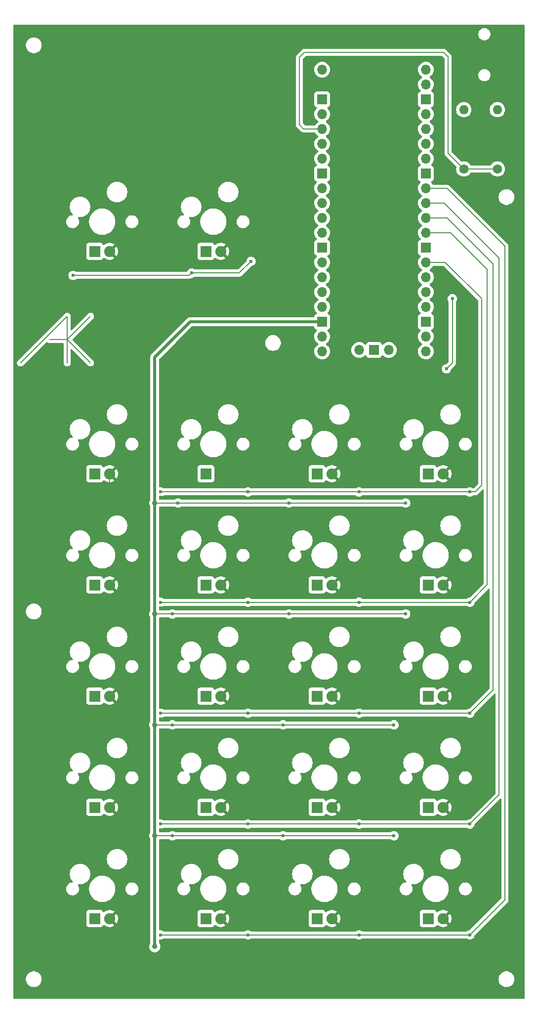
<source format=gtl>
%TF.GenerationSoftware,KiCad,Pcbnew,8.0.3*%
%TF.CreationDate,2024-07-24T12:49:43+02:00*%
%TF.ProjectId,programmable,70726f67-7261-46d6-9d61-626c652e6b69,rev?*%
%TF.SameCoordinates,Original*%
%TF.FileFunction,Copper,L1,Top*%
%TF.FilePolarity,Positive*%
%FSLAX46Y46*%
G04 Gerber Fmt 4.6, Leading zero omitted, Abs format (unit mm)*
G04 Created by KiCad (PCBNEW 8.0.3) date 2024-07-24 12:49:43*
%MOMM*%
%LPD*%
G01*
G04 APERTURE LIST*
%TA.AperFunction,ComponentPad*%
%ADD10R,1.905000X1.905000*%
%TD*%
%TA.AperFunction,ComponentPad*%
%ADD11C,1.905000*%
%TD*%
%TA.AperFunction,ComponentPad*%
%ADD12C,1.600000*%
%TD*%
%TA.AperFunction,ComponentPad*%
%ADD13O,1.600000X1.600000*%
%TD*%
%TA.AperFunction,ComponentPad*%
%ADD14O,1.700000X1.700000*%
%TD*%
%TA.AperFunction,ComponentPad*%
%ADD15R,1.700000X1.700000*%
%TD*%
%TA.AperFunction,ViaPad*%
%ADD16C,0.600000*%
%TD*%
%TA.AperFunction,ViaPad*%
%ADD17C,0.900000*%
%TD*%
%TA.AperFunction,Conductor*%
%ADD18C,0.200000*%
%TD*%
%TA.AperFunction,Conductor*%
%ADD19C,0.500000*%
%TD*%
G04 APERTURE END LIST*
D10*
%TO.P,LED20,1,K*%
%TO.N,Net-(LED20-K)*%
X95882500Y-164809600D03*
D11*
%TO.P,LED20,2,A*%
%TO.N,+5V*%
X98422500Y-164809600D03*
%TD*%
D10*
%TO.P,LED1,1,K*%
%TO.N,Net-(LED1-K)*%
X57782500Y-183859600D03*
D11*
%TO.P,LED1,2,A*%
%TO.N,+5V*%
X60322500Y-183859600D03*
%TD*%
D10*
%TO.P,LED22,1,K*%
%TO.N,Net-(LED22-K)*%
X76832500Y-69559600D03*
D11*
%TO.P,LED22,2,A*%
%TO.N,+5V*%
X79372500Y-69559600D03*
%TD*%
D10*
%TO.P,LED18,1,K*%
%TO.N,Net-(LED18-K)*%
X57782500Y-164809600D03*
D11*
%TO.P,LED18,2,A*%
%TO.N,+5V*%
X60322500Y-164809600D03*
%TD*%
D10*
%TO.P,LED13,1,K*%
%TO.N,Net-(LED13-K)*%
X57782500Y-145759600D03*
D11*
%TO.P,LED13,2,A*%
%TO.N,+5V*%
X60322500Y-145759600D03*
%TD*%
D10*
%TO.P,LED21,1,K*%
%TO.N,Net-(LED21-K)*%
X114932500Y-164809600D03*
D11*
%TO.P,LED21,2,A*%
%TO.N,+5V*%
X117472500Y-164809600D03*
%TD*%
D10*
%TO.P,LED16,1,K*%
%TO.N,Net-(LED16-K)*%
X114932500Y-145759600D03*
D11*
%TO.P,LED16,2,A*%
%TO.N,+5V*%
X117472500Y-145759600D03*
%TD*%
D10*
%TO.P,LED5,1,K*%
%TO.N,Net-(LED5-K)*%
X95882500Y-107659600D03*
D11*
%TO.P,LED5,2,A*%
%TO.N,+5V*%
X98422500Y-107659600D03*
%TD*%
D10*
%TO.P,LED11,1,K*%
%TO.N,Net-(LED11-K)*%
X114932500Y-126709600D03*
D11*
%TO.P,LED11,2,A*%
%TO.N,+5V*%
X117472500Y-126709600D03*
%TD*%
D10*
%TO.P,LED12,1,K*%
%TO.N,Net-(LED12-K)*%
X95882500Y-183859600D03*
D11*
%TO.P,LED12,2,A*%
%TO.N,+5V*%
X98422500Y-183859600D03*
%TD*%
D10*
%TO.P,LED19,1,K*%
%TO.N,Net-(LED19-K)*%
X76832500Y-164809600D03*
D11*
%TO.P,LED19,2,A*%
%TO.N,+5V*%
X79372500Y-164809600D03*
%TD*%
D10*
%TO.P,LED2,1,K*%
%TO.N,Net-(LED2-K)*%
X57782500Y-69559600D03*
D11*
%TO.P,LED2,2,A*%
%TO.N,+5V*%
X60322500Y-69559600D03*
%TD*%
D10*
%TO.P,LED10,1,K*%
%TO.N,Net-(LED10-K)*%
X95882500Y-126709600D03*
D11*
%TO.P,LED10,2,A*%
%TO.N,+5V*%
X98422500Y-126709600D03*
%TD*%
D10*
%TO.P,LED8,1,K*%
%TO.N,Net-(LED8-K)*%
X57782500Y-126709600D03*
D11*
%TO.P,LED8,2,A*%
%TO.N,+5V*%
X60322500Y-126709600D03*
%TD*%
D10*
%TO.P,LED3,1,K*%
%TO.N,Net-(LED3-K)*%
X114932500Y-107659600D03*
D11*
%TO.P,LED3,2,A*%
%TO.N,+5V*%
X117472500Y-107659600D03*
%TD*%
D10*
%TO.P,LED9,1,K*%
%TO.N,Net-(LED9-K)*%
X76832500Y-126709600D03*
D11*
%TO.P,LED9,2,A*%
%TO.N,+5V*%
X79372500Y-126709600D03*
%TD*%
D10*
%TO.P,LED6,1,K*%
%TO.N,Net-(LED6-K)*%
X76832500Y-107659600D03*
D11*
%TO.P,LED6,2,A*%
%TO.N,+5V*%
X79372500Y-107659600D03*
%TD*%
D10*
%TO.P,LED15,1,K*%
%TO.N,Net-(LED15-K)*%
X95882500Y-145759600D03*
D11*
%TO.P,LED15,2,A*%
%TO.N,+5V*%
X98422500Y-145759600D03*
%TD*%
D10*
%TO.P,LED14,1,K*%
%TO.N,Net-(LED14-K)*%
X76832500Y-145759600D03*
D11*
%TO.P,LED14,2,A*%
%TO.N,+5V*%
X79372500Y-145759600D03*
%TD*%
D10*
%TO.P,LED7,1,K*%
%TO.N,Net-(LED7-K)*%
X57782500Y-107659600D03*
D11*
%TO.P,LED7,2,A*%
%TO.N,+5V*%
X60322500Y-107659600D03*
%TD*%
D10*
%TO.P,LED17,1,K*%
%TO.N,Net-(LED17-K)*%
X114932500Y-183859600D03*
D11*
%TO.P,LED17,2,A*%
%TO.N,+5V*%
X117472500Y-183859600D03*
%TD*%
D10*
%TO.P,LED4,1,K*%
%TO.N,Net-(LED4-K)*%
X76832500Y-183859600D03*
D11*
%TO.P,LED4,2,A*%
%TO.N,+5V*%
X79372500Y-183859600D03*
%TD*%
D12*
%TO.P,R23,1*%
%TO.N,Net-(U1-3V3)*%
X121017500Y-55444600D03*
D13*
%TO.P,R23,2*%
%TO.N,Net-(U1-GPIO4)*%
X121017500Y-45284600D03*
%TD*%
D14*
%TO.P,U1,1,GPIO0*%
%TO.N,unconnected-(U1-GPIO0-Pad1)*%
X114517500Y-38424600D03*
%TO.P,U1,2,GPIO1*%
%TO.N,unconnected-(U1-GPIO1-Pad2)*%
X114517500Y-40964600D03*
D15*
%TO.P,U1,3,GND*%
%TO.N,GND*%
X114517500Y-43504600D03*
D14*
%TO.P,U1,4,GPIO2*%
%TO.N,unconnected-(U1-GPIO2-Pad4)*%
X114517500Y-46044600D03*
%TO.P,U1,5,GPIO3*%
%TO.N,unconnected-(U1-GPIO3-Pad5)*%
X114517500Y-48584600D03*
%TO.P,U1,6,GPIO4*%
%TO.N,Net-(U1-GPIO4)*%
X114517500Y-51124600D03*
%TO.P,U1,7,GPIO5*%
%TO.N,Net-(U1-GPIO5)*%
X114517500Y-53664600D03*
D15*
%TO.P,U1,8,GND*%
%TO.N,GND*%
X114517500Y-56204600D03*
D14*
%TO.P,U1,9,GPIO6*%
%TO.N,Row6*%
X114517500Y-58744600D03*
%TO.P,U1,10,GPIO7*%
%TO.N,Row5*%
X114517500Y-61284600D03*
%TO.P,U1,11,GPIO8*%
%TO.N,Row4*%
X114517500Y-63824600D03*
%TO.P,U1,12,GPIO9*%
%TO.N,Row3*%
X114517500Y-66364600D03*
D15*
%TO.P,U1,13,GND*%
%TO.N,GND*%
X114517500Y-68904600D03*
D14*
%TO.P,U1,14,GPIO10*%
%TO.N,Row2*%
X114517500Y-71444600D03*
%TO.P,U1,15,GPIO11*%
%TO.N,unconnected-(U1-GPIO11-Pad15)*%
X114517500Y-73984600D03*
%TO.P,U1,16,GPIO12*%
%TO.N,Collumn4*%
X114517500Y-76524600D03*
%TO.P,U1,17,GPIO13*%
%TO.N,Collumn3*%
X114517500Y-79064600D03*
D15*
%TO.P,U1,18,GND*%
%TO.N,GND*%
X114517500Y-81604600D03*
D14*
%TO.P,U1,19,GPIO14*%
%TO.N,Collumn2*%
X114517500Y-84144600D03*
%TO.P,U1,20,GPIO15*%
%TO.N,Collumn1*%
X114517500Y-86684600D03*
%TO.P,U1,21,GPIO16*%
%TO.N,unconnected-(U1-GPIO16-Pad21)*%
X96737500Y-86684600D03*
%TO.P,U1,22,GPIO17*%
%TO.N,unconnected-(U1-GPIO17-Pad22)*%
X96737500Y-84144600D03*
D15*
%TO.P,U1,23,GND*%
%TO.N,GND*%
X96737500Y-81604600D03*
D14*
%TO.P,U1,24,GPIO18*%
%TO.N,unconnected-(U1-GPIO18-Pad24)*%
X96737500Y-79064600D03*
%TO.P,U1,25,GPIO19*%
%TO.N,Row1*%
X96737500Y-76524600D03*
%TO.P,U1,26,GPIO20*%
%TO.N,unconnected-(U1-GPIO20-Pad26)*%
X96737500Y-73984600D03*
%TO.P,U1,27,GPIO21*%
%TO.N,unconnected-(U1-GPIO21-Pad27)*%
X96737500Y-71444600D03*
D15*
%TO.P,U1,28,GND*%
%TO.N,GND*%
X96737500Y-68904600D03*
D14*
%TO.P,U1,29,GPIO22*%
%TO.N,unconnected-(U1-GPIO22-Pad29)*%
X96737500Y-66364600D03*
%TO.P,U1,30,RUN*%
%TO.N,Net-(U1-RUN)*%
X96737500Y-63824600D03*
%TO.P,U1,31,GPIO26_ADC0*%
%TO.N,unconnected-(U1-GPIO26_ADC0-Pad31)*%
X96737500Y-61284600D03*
%TO.P,U1,32,GPIO27_ADC1*%
%TO.N,unconnected-(U1-GPIO27_ADC1-Pad32)*%
X96737500Y-58744600D03*
D15*
%TO.P,U1,33,AGND*%
%TO.N,GND*%
X96737500Y-56204600D03*
D14*
%TO.P,U1,34,GPIO28_ADC2*%
%TO.N,unconnected-(U1-GPIO28_ADC2-Pad34)*%
X96737500Y-53664600D03*
%TO.P,U1,35,ADC_VREF*%
%TO.N,unconnected-(U1-ADC_VREF-Pad35)*%
X96737500Y-51124600D03*
%TO.P,U1,36,3V3*%
%TO.N,Net-(U1-3V3)*%
X96737500Y-48584600D03*
%TO.P,U1,37,3V3_EN*%
%TO.N,unconnected-(U1-3V3_EN-Pad37)*%
X96737500Y-46044600D03*
D15*
%TO.P,U1,38,GND*%
%TO.N,GND*%
X96737500Y-43504600D03*
D14*
%TO.P,U1,39,VSYS*%
%TO.N,+5V*%
X96737500Y-40964600D03*
%TO.P,U1,40,VBUS*%
%TO.N,unconnected-(U1-VBUS-Pad40)*%
X96737500Y-38424600D03*
%TO.P,U1,41,SWCLK*%
%TO.N,unconnected-(U1-SWCLK-Pad41)*%
X108167500Y-86454600D03*
D15*
%TO.P,U1,42,GND*%
%TO.N,unconnected-(U1-GND-Pad42)*%
X105627500Y-86454600D03*
D14*
%TO.P,U1,43,SWDIO*%
%TO.N,unconnected-(U1-SWDIO-Pad43)*%
X103087500Y-86454600D03*
%TD*%
D12*
%TO.P,R24,1*%
%TO.N,Net-(U1-3V3)*%
X126777500Y-55444600D03*
D13*
%TO.P,R24,2*%
%TO.N,Net-(U1-GPIO5)*%
X126777500Y-45284600D03*
%TD*%
D16*
%TO.N,Row2*%
X69052500Y-110779600D03*
X103052500Y-110779600D03*
X84052500Y-110779600D03*
X122052500Y-110779600D03*
%TO.N,Row3*%
X69052500Y-129679600D03*
X122052500Y-129679600D03*
X103052500Y-129679600D03*
X84052500Y-129679600D03*
%TO.N,Row4*%
X84052500Y-148679600D03*
X69052500Y-148679600D03*
X122052500Y-148679600D03*
X103052500Y-148679600D03*
%TO.N,Row5*%
X103052500Y-167679600D03*
X84052500Y-167679600D03*
X122052500Y-167679600D03*
X69052500Y-167679600D03*
%TO.N,+5V*%
X79052500Y-187679600D03*
X69052500Y-168679600D03*
X79052500Y-149679600D03*
X117052500Y-187679600D03*
X79052500Y-130679600D03*
X67052500Y-149679600D03*
X69052500Y-130679600D03*
X117052500Y-149679600D03*
X98052500Y-187679600D03*
X67052500Y-130679600D03*
X117052500Y-111679600D03*
X69052500Y-187679600D03*
X98052500Y-149679600D03*
X67052500Y-187679600D03*
X67052500Y-111679600D03*
X98052500Y-111679600D03*
D17*
X91052500Y-52679600D03*
D16*
X79052500Y-111679600D03*
X98052500Y-168679600D03*
X61052500Y-74679600D03*
X79052500Y-74679600D03*
X79052500Y-168679600D03*
X117052500Y-130679600D03*
X69052500Y-149679600D03*
X69052500Y-111679600D03*
X98052500Y-130679600D03*
X117052500Y-168679600D03*
X67052500Y-168679600D03*
%TO.N,GND*%
X74370000Y-73279600D03*
D17*
X68052500Y-150679600D03*
D16*
X54052500Y-73679600D03*
D17*
X68052500Y-169679600D03*
D16*
X111052500Y-112679600D03*
X71052500Y-169679600D03*
D17*
X68052500Y-188679600D03*
D16*
X109052500Y-150679600D03*
X72052500Y-112679600D03*
X90052500Y-169679600D03*
X111052500Y-131679600D03*
X91052500Y-131679600D03*
X90052500Y-150679600D03*
D17*
X68052500Y-131679600D03*
D16*
X84552500Y-71279600D03*
X71052500Y-150679600D03*
X71052500Y-131679600D03*
D17*
X68052500Y-112679600D03*
D16*
X91052500Y-112679600D03*
X109052500Y-169679600D03*
%TO.N,Collumn4*%
X118052500Y-89679600D03*
X119052500Y-77679600D03*
%TO.N,Row6*%
X69052500Y-186679600D03*
X84052500Y-186679600D03*
X103052500Y-186679600D03*
X122052500Y-186679600D03*
%TD*%
D18*
%TO.N,*%
X53052500Y-84679600D02*
X57052500Y-88679600D01*
X53052500Y-84679600D02*
X57052500Y-80679600D01*
X53052500Y-84679600D02*
X50052500Y-84679600D01*
X53052500Y-88679600D02*
X53052500Y-85679600D01*
X53052500Y-84679600D02*
X53052500Y-82679600D01*
X53052500Y-81679600D02*
X53052500Y-80679600D01*
X53052500Y-85679600D02*
X53052500Y-84679600D01*
X53052500Y-82679600D02*
X53052500Y-81679600D01*
X53052500Y-80679600D02*
X45052500Y-88679600D01*
%TO.N,Row2*%
X124052500Y-77679600D02*
X117817500Y-71444600D01*
X124052500Y-109679600D02*
X124052500Y-77679600D01*
X84052500Y-110779600D02*
X103052500Y-110779600D01*
X122052500Y-110779600D02*
X122952500Y-110779600D01*
X122952500Y-110779600D02*
X124052500Y-109679600D01*
X69052500Y-110779600D02*
X84052500Y-110779600D01*
X117817500Y-71444600D02*
X114517500Y-71444600D01*
X122052500Y-110779600D02*
X103052500Y-110779600D01*
%TO.N,Row3*%
X69052500Y-129679600D02*
X84052500Y-129679600D01*
X125052500Y-126679600D02*
X125052500Y-72679600D01*
X122052500Y-129679600D02*
X125052500Y-126679600D01*
X118737500Y-66364600D02*
X114517500Y-66364600D01*
X114832500Y-66679600D02*
X114517500Y-66364600D01*
X122052500Y-129679600D02*
X103052500Y-129679600D01*
X125052500Y-72679600D02*
X118737500Y-66364600D01*
X103052500Y-129679600D02*
X84052500Y-129679600D01*
%TO.N,Row4*%
X103052500Y-148679600D02*
X84052500Y-148679600D01*
X126052500Y-144679600D02*
X126052500Y-71679600D01*
X126052500Y-71679600D02*
X118197500Y-63824600D01*
X118197500Y-63824600D02*
X114517500Y-63824600D01*
X122052500Y-148679600D02*
X126052500Y-144679600D01*
X122052500Y-148679600D02*
X103052500Y-148679600D01*
X69052500Y-148679600D02*
X84052500Y-148679600D01*
%TO.N,Row5*%
X117657500Y-61284600D02*
X114517500Y-61284600D01*
X127052500Y-162679600D02*
X127052500Y-70679600D01*
X122052500Y-167679600D02*
X103052500Y-167679600D01*
X84052500Y-167679600D02*
X103052500Y-167679600D01*
X84052500Y-167679600D02*
X69052500Y-167679600D01*
X122052500Y-167679600D02*
X127052500Y-162679600D01*
X127052500Y-70679600D02*
X117657500Y-61284600D01*
%TO.N,+5V*%
X69052500Y-149679600D02*
X79052500Y-149679600D01*
X79052500Y-74679600D02*
X61052500Y-74679600D01*
X86052500Y-79679600D02*
X91052500Y-74679600D01*
X64292500Y-130679600D02*
X67052500Y-130679600D01*
X60322500Y-145759600D02*
X64242500Y-149679600D01*
X60322500Y-126709600D02*
X64292500Y-130679600D01*
X64142500Y-187679600D02*
X67052500Y-187679600D01*
X69052500Y-130679600D02*
X79052500Y-130679600D01*
X64192500Y-168679600D02*
X67052500Y-168679600D01*
X79052500Y-74679600D02*
X74052500Y-79679600D01*
X79052500Y-168679600D02*
X98052500Y-168679600D01*
X69052500Y-187679600D02*
X79052500Y-187679600D01*
X79052500Y-149679600D02*
X98052500Y-149679600D01*
X79052500Y-111679600D02*
X98052500Y-111679600D01*
X60322500Y-107659600D02*
X60322500Y-109949600D01*
X67052500Y-111679600D02*
X67052500Y-86679600D01*
X60322500Y-183859600D02*
X64142500Y-187679600D01*
X62052500Y-111679600D02*
X67052500Y-111679600D01*
X98052500Y-187679600D02*
X117052500Y-187679600D01*
X79052500Y-130679600D02*
X98052500Y-130679600D01*
X98052500Y-111679600D02*
X116052500Y-111679600D01*
X69052500Y-168679600D02*
X79052500Y-168679600D01*
X60322500Y-164809600D02*
X64192500Y-168679600D01*
X67052500Y-86679600D02*
X74052500Y-79679600D01*
X98052500Y-168679600D02*
X117052500Y-168679600D01*
X67052500Y-168679600D02*
X67052500Y-149679600D01*
X74052500Y-79679600D02*
X86052500Y-79679600D01*
X60322500Y-109949600D02*
X62052500Y-111679600D01*
X64242500Y-149679600D02*
X67052500Y-149679600D01*
X116052500Y-111679600D02*
X117052500Y-111679600D01*
X69052500Y-111679600D02*
X79052500Y-111679600D01*
X79052500Y-187679600D02*
X98052500Y-187679600D01*
X67052500Y-149679600D02*
X67052500Y-130679600D01*
X67052500Y-187679600D02*
X67052500Y-168679600D01*
X98052500Y-130679600D02*
X117052500Y-130679600D01*
X98052500Y-149679600D02*
X117052500Y-149679600D01*
X67052500Y-130679600D02*
X67052500Y-111679600D01*
X91052500Y-74679600D02*
X91052500Y-52679600D01*
%TO.N,GND*%
X91052500Y-112679600D02*
X72052500Y-112679600D01*
X90052500Y-150679600D02*
X109052500Y-150679600D01*
X71052500Y-169679600D02*
X90052500Y-169679600D01*
X68052500Y-169679600D02*
X71052500Y-169679600D01*
D19*
X68052500Y-131679600D02*
X68052500Y-150679600D01*
D18*
X71052500Y-131679600D02*
X91052500Y-131679600D01*
X72052500Y-112679600D02*
X68052500Y-112679600D01*
X91052500Y-131679600D02*
X111052500Y-131679600D01*
X68052500Y-131679600D02*
X71052500Y-131679600D01*
X74370000Y-73279600D02*
X82552500Y-73279600D01*
X82552500Y-73279600D02*
X84552500Y-71279600D01*
X111052500Y-112679600D02*
X91052500Y-112679600D01*
X73970000Y-73679600D02*
X74370000Y-73279600D01*
D19*
X96737500Y-81604600D02*
X74127500Y-81604600D01*
D18*
X68052500Y-150679600D02*
X71052500Y-150679600D01*
X54052500Y-73679600D02*
X73970000Y-73679600D01*
D19*
X68052500Y-87679600D02*
X68052500Y-112679600D01*
X68052500Y-150679600D02*
X68052500Y-168679600D01*
D18*
X71052500Y-150679600D02*
X90052500Y-150679600D01*
D19*
X74127500Y-81604600D02*
X68052500Y-87679600D01*
X68052500Y-112679600D02*
X68052500Y-131679600D01*
X68052500Y-188679600D02*
X68052500Y-169679600D01*
X68052500Y-168679600D02*
X68052500Y-169679600D01*
D18*
X90052500Y-169679600D02*
X109052500Y-169679600D01*
%TO.N,Net-(U1-3V3)*%
X117527500Y-35454600D02*
X118327500Y-36254600D01*
X93557500Y-48584600D02*
X92827500Y-47854600D01*
X118327500Y-36254600D02*
X118327500Y-52754600D01*
X118327500Y-52754600D02*
X121017500Y-55444600D01*
X96737500Y-48584600D02*
X93557500Y-48584600D01*
X92827500Y-36354600D02*
X93727500Y-35454600D01*
X92827500Y-47854600D02*
X92827500Y-36354600D01*
X121017500Y-55444600D02*
X126777500Y-55444600D01*
X93727500Y-35454600D02*
X117527500Y-35454600D01*
%TO.N,Collumn2*%
X114982500Y-83679600D02*
X114517500Y-84144600D01*
%TO.N,Collumn4*%
X118052500Y-89679600D02*
X119052500Y-88679600D01*
X119052500Y-88679600D02*
X119052500Y-77679600D01*
%TO.N,Row6*%
X69052500Y-186679600D02*
X84052500Y-186679600D01*
X122052500Y-186679600D02*
X103052500Y-186679600D01*
X128052500Y-180679600D02*
X128052500Y-68679600D01*
X122052500Y-186679600D02*
X128052500Y-180679600D01*
X118117500Y-58744600D02*
X114517500Y-58744600D01*
X128052500Y-68679600D02*
X118117500Y-58744600D01*
X103052500Y-186679600D02*
X84052500Y-186679600D01*
%TD*%
%TA.AperFunction,Conductor*%
%TO.N,+5V*%
G36*
X127371334Y-163312514D02*
G01*
X127427267Y-163354386D01*
X127451684Y-163419850D01*
X127452000Y-163428696D01*
X127452000Y-180379502D01*
X127432315Y-180446541D01*
X127415681Y-180467183D01*
X122033965Y-185848898D01*
X121972642Y-185882383D01*
X121960168Y-185884437D01*
X121873250Y-185894230D01*
X121702978Y-185953810D01*
X121550236Y-186049785D01*
X121547403Y-186052045D01*
X121545224Y-186052934D01*
X121544342Y-186053489D01*
X121544244Y-186053334D01*
X121482717Y-186078455D01*
X121470088Y-186079100D01*
X103634912Y-186079100D01*
X103567873Y-186059415D01*
X103557597Y-186052045D01*
X103554763Y-186049785D01*
X103554762Y-186049784D01*
X103497996Y-186014115D01*
X103402023Y-185953811D01*
X103231754Y-185894231D01*
X103231749Y-185894230D01*
X103052504Y-185874035D01*
X103052496Y-185874035D01*
X102873250Y-185894230D01*
X102873245Y-185894231D01*
X102702976Y-185953811D01*
X102550236Y-186049785D01*
X102547403Y-186052045D01*
X102545224Y-186052934D01*
X102544342Y-186053489D01*
X102544244Y-186053334D01*
X102482717Y-186078455D01*
X102470088Y-186079100D01*
X84634912Y-186079100D01*
X84567873Y-186059415D01*
X84557597Y-186052045D01*
X84554763Y-186049785D01*
X84554762Y-186049784D01*
X84497996Y-186014115D01*
X84402023Y-185953811D01*
X84231754Y-185894231D01*
X84231749Y-185894230D01*
X84052504Y-185874035D01*
X84052496Y-185874035D01*
X83873250Y-185894230D01*
X83873245Y-185894231D01*
X83702976Y-185953811D01*
X83550236Y-186049785D01*
X83547403Y-186052045D01*
X83545224Y-186052934D01*
X83544342Y-186053489D01*
X83544244Y-186053334D01*
X83482717Y-186078455D01*
X83470088Y-186079100D01*
X69634912Y-186079100D01*
X69567873Y-186059415D01*
X69557597Y-186052045D01*
X69554763Y-186049785D01*
X69554762Y-186049784D01*
X69497996Y-186014115D01*
X69402023Y-185953811D01*
X69231754Y-185894231D01*
X69231749Y-185894230D01*
X69052504Y-185874035D01*
X69052496Y-185874035D01*
X68940883Y-185886610D01*
X68872061Y-185874555D01*
X68820682Y-185827206D01*
X68803000Y-185763390D01*
X68803000Y-182859235D01*
X75379500Y-182859235D01*
X75379500Y-184859970D01*
X75379501Y-184859976D01*
X75385908Y-184919583D01*
X75436202Y-185054428D01*
X75436206Y-185054435D01*
X75522452Y-185169644D01*
X75522455Y-185169647D01*
X75637664Y-185255893D01*
X75637671Y-185255897D01*
X75772517Y-185306191D01*
X75772516Y-185306191D01*
X75779444Y-185306935D01*
X75832127Y-185312600D01*
X77832872Y-185312599D01*
X77892483Y-185306191D01*
X78027331Y-185255896D01*
X78142546Y-185169646D01*
X78228796Y-185054431D01*
X78228797Y-185054428D01*
X78228798Y-185054427D01*
X78240407Y-185023299D01*
X78282276Y-184967364D01*
X78347740Y-184942944D01*
X78416013Y-184957794D01*
X78432752Y-184968775D01*
X78575331Y-185079749D01*
X78575340Y-185079755D01*
X78787031Y-185194315D01*
X78787045Y-185194321D01*
X79014707Y-185272479D01*
X79252142Y-185312100D01*
X79492858Y-185312100D01*
X79730292Y-185272479D01*
X79957954Y-185194321D01*
X79957968Y-185194315D01*
X80169660Y-185079754D01*
X80169668Y-185079749D01*
X80208707Y-185049362D01*
X80208708Y-185049361D01*
X79642949Y-184483602D01*
X79694601Y-184462208D01*
X79805975Y-184387790D01*
X79900690Y-184293075D01*
X79975108Y-184181701D01*
X79996502Y-184130049D01*
X80561617Y-184695164D01*
X80654315Y-184553279D01*
X80751008Y-184332840D01*
X80810100Y-184099489D01*
X80829978Y-183859605D01*
X80829978Y-183859594D01*
X80810100Y-183619710D01*
X80751008Y-183386359D01*
X80654315Y-183165920D01*
X80561617Y-183024034D01*
X79996502Y-183589149D01*
X79975108Y-183537499D01*
X79900690Y-183426125D01*
X79805975Y-183331410D01*
X79694601Y-183256992D01*
X79642949Y-183235597D01*
X80019310Y-182859235D01*
X94429500Y-182859235D01*
X94429500Y-184859970D01*
X94429501Y-184859976D01*
X94435908Y-184919583D01*
X94486202Y-185054428D01*
X94486206Y-185054435D01*
X94572452Y-185169644D01*
X94572455Y-185169647D01*
X94687664Y-185255893D01*
X94687671Y-185255897D01*
X94822517Y-185306191D01*
X94822516Y-185306191D01*
X94829444Y-185306935D01*
X94882127Y-185312600D01*
X96882872Y-185312599D01*
X96942483Y-185306191D01*
X97077331Y-185255896D01*
X97192546Y-185169646D01*
X97278796Y-185054431D01*
X97278797Y-185054428D01*
X97278798Y-185054427D01*
X97290407Y-185023299D01*
X97332276Y-184967364D01*
X97397740Y-184942944D01*
X97466013Y-184957794D01*
X97482752Y-184968775D01*
X97625331Y-185079749D01*
X97625340Y-185079755D01*
X97837031Y-185194315D01*
X97837045Y-185194321D01*
X98064707Y-185272479D01*
X98302142Y-185312100D01*
X98542858Y-185312100D01*
X98780292Y-185272479D01*
X99007954Y-185194321D01*
X99007968Y-185194315D01*
X99219660Y-185079754D01*
X99219668Y-185079749D01*
X99258707Y-185049362D01*
X99258708Y-185049361D01*
X98692949Y-184483602D01*
X98744601Y-184462208D01*
X98855975Y-184387790D01*
X98950690Y-184293075D01*
X99025108Y-184181701D01*
X99046502Y-184130049D01*
X99611617Y-184695164D01*
X99704315Y-184553279D01*
X99801008Y-184332840D01*
X99860100Y-184099489D01*
X99879978Y-183859605D01*
X99879978Y-183859594D01*
X99860100Y-183619710D01*
X99801008Y-183386359D01*
X99704315Y-183165920D01*
X99611617Y-183024034D01*
X99046502Y-183589149D01*
X99025108Y-183537499D01*
X98950690Y-183426125D01*
X98855975Y-183331410D01*
X98744601Y-183256992D01*
X98692949Y-183235597D01*
X99069310Y-182859235D01*
X113479500Y-182859235D01*
X113479500Y-184859970D01*
X113479501Y-184859976D01*
X113485908Y-184919583D01*
X113536202Y-185054428D01*
X113536206Y-185054435D01*
X113622452Y-185169644D01*
X113622455Y-185169647D01*
X113737664Y-185255893D01*
X113737671Y-185255897D01*
X113872517Y-185306191D01*
X113872516Y-185306191D01*
X113879444Y-185306935D01*
X113932127Y-185312600D01*
X115932872Y-185312599D01*
X115992483Y-185306191D01*
X116127331Y-185255896D01*
X116242546Y-185169646D01*
X116328796Y-185054431D01*
X116328797Y-185054428D01*
X116328798Y-185054427D01*
X116340407Y-185023299D01*
X116382276Y-184967364D01*
X116447740Y-184942944D01*
X116516013Y-184957794D01*
X116532752Y-184968775D01*
X116675331Y-185079749D01*
X116675340Y-185079755D01*
X116887031Y-185194315D01*
X116887045Y-185194321D01*
X117114707Y-185272479D01*
X117352142Y-185312100D01*
X117592858Y-185312100D01*
X117830292Y-185272479D01*
X118057954Y-185194321D01*
X118057968Y-185194315D01*
X118269660Y-185079754D01*
X118269668Y-185079749D01*
X118308707Y-185049362D01*
X118308708Y-185049361D01*
X117742949Y-184483602D01*
X117794601Y-184462208D01*
X117905975Y-184387790D01*
X118000690Y-184293075D01*
X118075108Y-184181701D01*
X118096502Y-184130049D01*
X118661617Y-184695164D01*
X118754315Y-184553279D01*
X118851008Y-184332840D01*
X118910100Y-184099489D01*
X118929978Y-183859605D01*
X118929978Y-183859594D01*
X118910100Y-183619710D01*
X118851008Y-183386359D01*
X118754315Y-183165920D01*
X118661617Y-183024034D01*
X118096502Y-183589149D01*
X118075108Y-183537499D01*
X118000690Y-183426125D01*
X117905975Y-183331410D01*
X117794601Y-183256992D01*
X117742949Y-183235597D01*
X118308708Y-182669837D01*
X118308708Y-182669836D01*
X118269666Y-182639449D01*
X118269661Y-182639446D01*
X118057968Y-182524884D01*
X118057954Y-182524878D01*
X117830292Y-182446720D01*
X117592858Y-182407100D01*
X117352142Y-182407100D01*
X117114707Y-182446720D01*
X116887045Y-182524878D01*
X116887031Y-182524884D01*
X116675340Y-182639444D01*
X116675338Y-182639445D01*
X116532752Y-182750425D01*
X116467758Y-182776067D01*
X116399218Y-182762500D01*
X116348893Y-182714032D01*
X116340407Y-182695901D01*
X116328797Y-182664771D01*
X116328793Y-182664764D01*
X116242547Y-182549555D01*
X116242544Y-182549552D01*
X116127335Y-182463306D01*
X116127328Y-182463302D01*
X115992482Y-182413008D01*
X115992483Y-182413008D01*
X115932883Y-182406601D01*
X115932881Y-182406600D01*
X115932873Y-182406600D01*
X115932864Y-182406600D01*
X113932129Y-182406600D01*
X113932123Y-182406601D01*
X113872516Y-182413008D01*
X113737671Y-182463302D01*
X113737664Y-182463306D01*
X113622455Y-182549552D01*
X113622452Y-182549555D01*
X113536206Y-182664764D01*
X113536202Y-182664771D01*
X113485908Y-182799617D01*
X113479501Y-182859216D01*
X113479500Y-182859235D01*
X99069310Y-182859235D01*
X99258708Y-182669837D01*
X99258708Y-182669836D01*
X99219666Y-182639449D01*
X99219661Y-182639446D01*
X99007968Y-182524884D01*
X99007954Y-182524878D01*
X98780292Y-182446720D01*
X98542858Y-182407100D01*
X98302142Y-182407100D01*
X98064707Y-182446720D01*
X97837045Y-182524878D01*
X97837031Y-182524884D01*
X97625340Y-182639444D01*
X97625338Y-182639445D01*
X97482752Y-182750425D01*
X97417758Y-182776067D01*
X97349218Y-182762500D01*
X97298893Y-182714032D01*
X97290407Y-182695901D01*
X97278797Y-182664771D01*
X97278793Y-182664764D01*
X97192547Y-182549555D01*
X97192544Y-182549552D01*
X97077335Y-182463306D01*
X97077328Y-182463302D01*
X96942482Y-182413008D01*
X96942483Y-182413008D01*
X96882883Y-182406601D01*
X96882881Y-182406600D01*
X96882873Y-182406600D01*
X96882864Y-182406600D01*
X94882129Y-182406600D01*
X94882123Y-182406601D01*
X94822516Y-182413008D01*
X94687671Y-182463302D01*
X94687664Y-182463306D01*
X94572455Y-182549552D01*
X94572452Y-182549555D01*
X94486206Y-182664764D01*
X94486202Y-182664771D01*
X94435908Y-182799617D01*
X94429501Y-182859216D01*
X94429500Y-182859235D01*
X80019310Y-182859235D01*
X80208708Y-182669837D01*
X80208708Y-182669836D01*
X80169666Y-182639449D01*
X80169661Y-182639446D01*
X79957968Y-182524884D01*
X79957954Y-182524878D01*
X79730292Y-182446720D01*
X79492858Y-182407100D01*
X79252142Y-182407100D01*
X79014707Y-182446720D01*
X78787045Y-182524878D01*
X78787031Y-182524884D01*
X78575340Y-182639444D01*
X78575338Y-182639445D01*
X78432752Y-182750425D01*
X78367758Y-182776067D01*
X78299218Y-182762500D01*
X78248893Y-182714032D01*
X78240407Y-182695901D01*
X78228797Y-182664771D01*
X78228793Y-182664764D01*
X78142547Y-182549555D01*
X78142544Y-182549552D01*
X78027335Y-182463306D01*
X78027328Y-182463302D01*
X77892482Y-182413008D01*
X77892483Y-182413008D01*
X77832883Y-182406601D01*
X77832881Y-182406600D01*
X77832873Y-182406600D01*
X77832864Y-182406600D01*
X75832129Y-182406600D01*
X75832123Y-182406601D01*
X75772516Y-182413008D01*
X75637671Y-182463302D01*
X75637664Y-182463306D01*
X75522455Y-182549552D01*
X75522452Y-182549555D01*
X75436206Y-182664764D01*
X75436202Y-182664771D01*
X75385908Y-182799617D01*
X75379501Y-182859216D01*
X75379500Y-182859235D01*
X68803000Y-182859235D01*
X68803000Y-178692912D01*
X71921100Y-178692912D01*
X71921100Y-178866287D01*
X71948220Y-179037513D01*
X72001790Y-179202388D01*
X72001791Y-179202391D01*
X72080498Y-179356860D01*
X72182399Y-179497114D01*
X72304986Y-179619701D01*
X72445240Y-179721602D01*
X72521002Y-179760204D01*
X72599708Y-179800308D01*
X72599711Y-179800309D01*
X72682148Y-179827094D01*
X72764588Y-179853880D01*
X72843891Y-179866440D01*
X72935813Y-179881000D01*
X72935818Y-179881000D01*
X73109187Y-179881000D01*
X73192195Y-179867852D01*
X73280412Y-179853880D01*
X73445291Y-179800308D01*
X73599760Y-179721602D01*
X73740014Y-179619701D01*
X73862601Y-179497114D01*
X73964502Y-179356860D01*
X74043208Y-179202391D01*
X74096780Y-179037512D01*
X74114331Y-178926699D01*
X74123900Y-178866287D01*
X74123900Y-178692912D01*
X74114331Y-178632500D01*
X75858100Y-178632500D01*
X75858100Y-178926699D01*
X75858101Y-178926716D01*
X75896501Y-179218396D01*
X75972652Y-179502594D01*
X76085234Y-179774394D01*
X76085242Y-179774410D01*
X76232340Y-180029189D01*
X76232351Y-180029205D01*
X76411448Y-180262609D01*
X76411454Y-180262616D01*
X76619483Y-180470645D01*
X76619489Y-180470650D01*
X76852903Y-180649755D01*
X76852910Y-180649759D01*
X77107689Y-180796857D01*
X77107705Y-180796865D01*
X77379505Y-180909447D01*
X77379507Y-180909447D01*
X77379513Y-180909450D01*
X77663700Y-180985598D01*
X77955394Y-181024000D01*
X77955401Y-181024000D01*
X78249599Y-181024000D01*
X78249606Y-181024000D01*
X78541300Y-180985598D01*
X78825487Y-180909450D01*
X78898818Y-180879075D01*
X79097294Y-180796865D01*
X79097297Y-180796863D01*
X79097303Y-180796861D01*
X79352097Y-180649755D01*
X79585511Y-180470650D01*
X79793550Y-180262611D01*
X79972655Y-180029197D01*
X80119761Y-179774403D01*
X80232350Y-179502587D01*
X80308498Y-179218400D01*
X80346900Y-178926706D01*
X80346900Y-178692912D01*
X82081100Y-178692912D01*
X82081100Y-178866287D01*
X82108220Y-179037513D01*
X82161790Y-179202388D01*
X82161791Y-179202391D01*
X82240498Y-179356860D01*
X82342399Y-179497114D01*
X82464986Y-179619701D01*
X82605240Y-179721602D01*
X82681002Y-179760204D01*
X82759708Y-179800308D01*
X82759711Y-179800309D01*
X82842148Y-179827094D01*
X82924588Y-179853880D01*
X83003891Y-179866440D01*
X83095813Y-179881000D01*
X83095818Y-179881000D01*
X83269187Y-179881000D01*
X83352195Y-179867852D01*
X83440412Y-179853880D01*
X83605291Y-179800308D01*
X83759760Y-179721602D01*
X83900014Y-179619701D01*
X84022601Y-179497114D01*
X84124502Y-179356860D01*
X84203208Y-179202391D01*
X84256780Y-179037512D01*
X84274331Y-178926699D01*
X84283900Y-178866287D01*
X84283900Y-178692912D01*
X90971100Y-178692912D01*
X90971100Y-178866287D01*
X90998220Y-179037513D01*
X91051790Y-179202388D01*
X91051791Y-179202391D01*
X91130498Y-179356860D01*
X91232399Y-179497114D01*
X91354986Y-179619701D01*
X91495240Y-179721602D01*
X91571002Y-179760204D01*
X91649708Y-179800308D01*
X91649711Y-179800309D01*
X91732148Y-179827094D01*
X91814588Y-179853880D01*
X91893891Y-179866440D01*
X91985813Y-179881000D01*
X91985818Y-179881000D01*
X92159187Y-179881000D01*
X92242195Y-179867852D01*
X92330412Y-179853880D01*
X92495291Y-179800308D01*
X92649760Y-179721602D01*
X92790014Y-179619701D01*
X92912601Y-179497114D01*
X93014502Y-179356860D01*
X93093208Y-179202391D01*
X93146780Y-179037512D01*
X93164331Y-178926699D01*
X93173900Y-178866287D01*
X93173900Y-178692912D01*
X93164331Y-178632500D01*
X94908100Y-178632500D01*
X94908100Y-178926699D01*
X94908101Y-178926716D01*
X94946501Y-179218396D01*
X95022652Y-179502594D01*
X95135234Y-179774394D01*
X95135242Y-179774410D01*
X95282340Y-180029189D01*
X95282351Y-180029205D01*
X95461448Y-180262609D01*
X95461454Y-180262616D01*
X95669483Y-180470645D01*
X95669489Y-180470650D01*
X95902903Y-180649755D01*
X95902910Y-180649759D01*
X96157689Y-180796857D01*
X96157705Y-180796865D01*
X96429505Y-180909447D01*
X96429507Y-180909447D01*
X96429513Y-180909450D01*
X96713700Y-180985598D01*
X97005394Y-181024000D01*
X97005401Y-181024000D01*
X97299599Y-181024000D01*
X97299606Y-181024000D01*
X97591300Y-180985598D01*
X97875487Y-180909450D01*
X97948818Y-180879075D01*
X98147294Y-180796865D01*
X98147297Y-180796863D01*
X98147303Y-180796861D01*
X98402097Y-180649755D01*
X98635511Y-180470650D01*
X98843550Y-180262611D01*
X99022655Y-180029197D01*
X99169761Y-179774403D01*
X99282350Y-179502587D01*
X99358498Y-179218400D01*
X99396900Y-178926706D01*
X99396900Y-178692912D01*
X101131100Y-178692912D01*
X101131100Y-178866287D01*
X101158220Y-179037513D01*
X101211790Y-179202388D01*
X101211791Y-179202391D01*
X101290498Y-179356860D01*
X101392399Y-179497114D01*
X101514986Y-179619701D01*
X101655240Y-179721602D01*
X101731002Y-179760204D01*
X101809708Y-179800308D01*
X101809711Y-179800309D01*
X101892148Y-179827094D01*
X101974588Y-179853880D01*
X102053891Y-179866440D01*
X102145813Y-179881000D01*
X102145818Y-179881000D01*
X102319187Y-179881000D01*
X102402195Y-179867852D01*
X102490412Y-179853880D01*
X102655291Y-179800308D01*
X102809760Y-179721602D01*
X102950014Y-179619701D01*
X103072601Y-179497114D01*
X103174502Y-179356860D01*
X103253208Y-179202391D01*
X103306780Y-179037512D01*
X103324331Y-178926699D01*
X103333900Y-178866287D01*
X103333900Y-178692912D01*
X110021100Y-178692912D01*
X110021100Y-178866287D01*
X110048220Y-179037513D01*
X110101790Y-179202388D01*
X110101791Y-179202391D01*
X110180498Y-179356860D01*
X110282399Y-179497114D01*
X110404986Y-179619701D01*
X110545240Y-179721602D01*
X110621002Y-179760204D01*
X110699708Y-179800308D01*
X110699711Y-179800309D01*
X110782148Y-179827094D01*
X110864588Y-179853880D01*
X110943891Y-179866440D01*
X111035813Y-179881000D01*
X111035818Y-179881000D01*
X111209187Y-179881000D01*
X111292195Y-179867852D01*
X111380412Y-179853880D01*
X111545291Y-179800308D01*
X111699760Y-179721602D01*
X111840014Y-179619701D01*
X111962601Y-179497114D01*
X112064502Y-179356860D01*
X112143208Y-179202391D01*
X112196780Y-179037512D01*
X112214331Y-178926699D01*
X112223900Y-178866287D01*
X112223900Y-178692912D01*
X112214331Y-178632500D01*
X113958100Y-178632500D01*
X113958100Y-178926699D01*
X113958101Y-178926716D01*
X113996501Y-179218396D01*
X114072652Y-179502594D01*
X114185234Y-179774394D01*
X114185242Y-179774410D01*
X114332340Y-180029189D01*
X114332351Y-180029205D01*
X114511448Y-180262609D01*
X114511454Y-180262616D01*
X114719483Y-180470645D01*
X114719489Y-180470650D01*
X114952903Y-180649755D01*
X114952910Y-180649759D01*
X115207689Y-180796857D01*
X115207705Y-180796865D01*
X115479505Y-180909447D01*
X115479507Y-180909447D01*
X115479513Y-180909450D01*
X115763700Y-180985598D01*
X116055394Y-181024000D01*
X116055401Y-181024000D01*
X116349599Y-181024000D01*
X116349606Y-181024000D01*
X116641300Y-180985598D01*
X116925487Y-180909450D01*
X116998818Y-180879075D01*
X117197294Y-180796865D01*
X117197297Y-180796863D01*
X117197303Y-180796861D01*
X117452097Y-180649755D01*
X117685511Y-180470650D01*
X117893550Y-180262611D01*
X118072655Y-180029197D01*
X118219761Y-179774403D01*
X118332350Y-179502587D01*
X118408498Y-179218400D01*
X118446900Y-178926706D01*
X118446900Y-178692912D01*
X120181100Y-178692912D01*
X120181100Y-178866287D01*
X120208220Y-179037513D01*
X120261790Y-179202388D01*
X120261791Y-179202391D01*
X120340498Y-179356860D01*
X120442399Y-179497114D01*
X120564986Y-179619701D01*
X120705240Y-179721602D01*
X120781002Y-179760204D01*
X120859708Y-179800308D01*
X120859711Y-179800309D01*
X120942148Y-179827094D01*
X121024588Y-179853880D01*
X121103891Y-179866440D01*
X121195813Y-179881000D01*
X121195818Y-179881000D01*
X121369187Y-179881000D01*
X121452195Y-179867852D01*
X121540412Y-179853880D01*
X121705291Y-179800308D01*
X121859760Y-179721602D01*
X122000014Y-179619701D01*
X122122601Y-179497114D01*
X122224502Y-179356860D01*
X122303208Y-179202391D01*
X122356780Y-179037512D01*
X122374331Y-178926699D01*
X122383900Y-178866287D01*
X122383900Y-178692912D01*
X122368122Y-178593302D01*
X122356780Y-178521688D01*
X122303208Y-178356809D01*
X122303208Y-178356808D01*
X122224501Y-178202339D01*
X122122601Y-178062086D01*
X122000014Y-177939499D01*
X121859760Y-177837598D01*
X121811374Y-177812944D01*
X121705291Y-177758891D01*
X121705288Y-177758890D01*
X121540413Y-177705320D01*
X121369187Y-177678200D01*
X121369182Y-177678200D01*
X121195818Y-177678200D01*
X121195813Y-177678200D01*
X121024586Y-177705320D01*
X120859711Y-177758890D01*
X120859708Y-177758891D01*
X120705239Y-177837598D01*
X120673905Y-177860364D01*
X120564986Y-177939499D01*
X120564984Y-177939501D01*
X120564983Y-177939501D01*
X120442401Y-178062083D01*
X120442401Y-178062084D01*
X120442399Y-178062086D01*
X120411731Y-178104297D01*
X120340498Y-178202339D01*
X120261791Y-178356808D01*
X120261790Y-178356811D01*
X120208220Y-178521686D01*
X120181100Y-178692912D01*
X118446900Y-178692912D01*
X118446900Y-178632494D01*
X118408498Y-178340800D01*
X118332350Y-178056613D01*
X118304800Y-177990100D01*
X118219765Y-177784805D01*
X118219757Y-177784789D01*
X118072659Y-177530010D01*
X118072655Y-177530003D01*
X117893550Y-177296589D01*
X117893545Y-177296583D01*
X117685516Y-177088554D01*
X117685509Y-177088548D01*
X117452105Y-176909451D01*
X117452103Y-176909449D01*
X117452097Y-176909445D01*
X117452092Y-176909442D01*
X117452089Y-176909440D01*
X117197310Y-176762342D01*
X117197294Y-176762334D01*
X116925494Y-176649752D01*
X116672044Y-176581840D01*
X116641300Y-176573602D01*
X116641299Y-176573601D01*
X116641296Y-176573601D01*
X116349616Y-176535201D01*
X116349611Y-176535200D01*
X116349606Y-176535200D01*
X116055394Y-176535200D01*
X116055388Y-176535200D01*
X116055383Y-176535201D01*
X115763703Y-176573601D01*
X115479505Y-176649752D01*
X115207705Y-176762334D01*
X115207689Y-176762342D01*
X114952910Y-176909440D01*
X114952894Y-176909451D01*
X114719490Y-177088548D01*
X114719483Y-177088554D01*
X114511454Y-177296583D01*
X114511448Y-177296590D01*
X114332351Y-177529994D01*
X114332340Y-177530010D01*
X114185242Y-177784789D01*
X114185234Y-177784805D01*
X114072652Y-178056605D01*
X113996501Y-178340803D01*
X113958101Y-178632483D01*
X113958100Y-178632500D01*
X112214331Y-178632500D01*
X112208122Y-178593302D01*
X112196780Y-178521688D01*
X112143208Y-178356809D01*
X112143208Y-178356808D01*
X112064501Y-178202338D01*
X112041080Y-178170103D01*
X112017599Y-178104297D01*
X112033424Y-178036242D01*
X112083529Y-177987547D01*
X112152007Y-177973671D01*
X112157568Y-177974275D01*
X112277766Y-177990100D01*
X112277773Y-177990100D01*
X112507227Y-177990100D01*
X112507234Y-177990100D01*
X112734738Y-177960148D01*
X112956387Y-177900758D01*
X113168388Y-177812944D01*
X113367112Y-177698211D01*
X113549161Y-177558519D01*
X113549165Y-177558514D01*
X113549170Y-177558511D01*
X113711411Y-177396270D01*
X113711414Y-177396265D01*
X113711419Y-177396261D01*
X113851111Y-177214212D01*
X113965844Y-177015488D01*
X114053658Y-176803487D01*
X114113048Y-176581838D01*
X114143000Y-176354334D01*
X114143000Y-176124866D01*
X114113048Y-175897362D01*
X114053658Y-175675713D01*
X113965844Y-175463712D01*
X113851111Y-175264988D01*
X113851108Y-175264985D01*
X113851107Y-175264982D01*
X113711418Y-175082938D01*
X113711411Y-175082930D01*
X113549170Y-174920689D01*
X113549161Y-174920681D01*
X113367117Y-174780992D01*
X113168390Y-174666257D01*
X113168376Y-174666250D01*
X112956387Y-174578442D01*
X112734738Y-174519052D01*
X112696715Y-174514046D01*
X112507241Y-174489100D01*
X112507234Y-174489100D01*
X112277766Y-174489100D01*
X112277758Y-174489100D01*
X112061215Y-174517609D01*
X112050262Y-174519052D01*
X111956576Y-174544154D01*
X111828612Y-174578442D01*
X111616623Y-174666250D01*
X111616609Y-174666257D01*
X111417882Y-174780992D01*
X111235838Y-174920681D01*
X111073581Y-175082938D01*
X110933892Y-175264982D01*
X110819157Y-175463709D01*
X110819150Y-175463723D01*
X110731342Y-175675712D01*
X110671953Y-175897359D01*
X110671951Y-175897370D01*
X110642000Y-176124858D01*
X110642000Y-176354341D01*
X110665812Y-176535200D01*
X110671952Y-176581838D01*
X110720315Y-176762334D01*
X110731342Y-176803487D01*
X110819150Y-177015476D01*
X110819157Y-177015490D01*
X110933892Y-177214217D01*
X111073581Y-177396261D01*
X111073589Y-177396270D01*
X111143838Y-177466519D01*
X111177323Y-177527842D01*
X111172339Y-177597534D01*
X111130467Y-177653467D01*
X111065003Y-177677884D01*
X111056157Y-177678200D01*
X111035813Y-177678200D01*
X110864586Y-177705320D01*
X110699711Y-177758890D01*
X110699708Y-177758891D01*
X110545239Y-177837598D01*
X110513905Y-177860364D01*
X110404986Y-177939499D01*
X110404984Y-177939501D01*
X110404983Y-177939501D01*
X110282401Y-178062083D01*
X110282401Y-178062084D01*
X110282399Y-178062086D01*
X110251731Y-178104297D01*
X110180498Y-178202339D01*
X110101791Y-178356808D01*
X110101790Y-178356811D01*
X110048220Y-178521686D01*
X110021100Y-178692912D01*
X103333900Y-178692912D01*
X103318122Y-178593302D01*
X103306780Y-178521688D01*
X103253208Y-178356809D01*
X103253208Y-178356808D01*
X103174501Y-178202339D01*
X103072601Y-178062086D01*
X102950014Y-177939499D01*
X102809760Y-177837598D01*
X102761374Y-177812944D01*
X102655291Y-177758891D01*
X102655288Y-177758890D01*
X102490413Y-177705320D01*
X102319187Y-177678200D01*
X102319182Y-177678200D01*
X102145818Y-177678200D01*
X102145813Y-177678200D01*
X101974586Y-177705320D01*
X101809711Y-177758890D01*
X101809708Y-177758891D01*
X101655239Y-177837598D01*
X101623905Y-177860364D01*
X101514986Y-177939499D01*
X101514984Y-177939501D01*
X101514983Y-177939501D01*
X101392401Y-178062083D01*
X101392401Y-178062084D01*
X101392399Y-178062086D01*
X101361731Y-178104297D01*
X101290498Y-178202339D01*
X101211791Y-178356808D01*
X101211790Y-178356811D01*
X101158220Y-178521686D01*
X101131100Y-178692912D01*
X99396900Y-178692912D01*
X99396900Y-178632494D01*
X99358498Y-178340800D01*
X99282350Y-178056613D01*
X99254800Y-177990100D01*
X99169765Y-177784805D01*
X99169757Y-177784789D01*
X99022659Y-177530010D01*
X99022655Y-177530003D01*
X98843550Y-177296589D01*
X98843545Y-177296583D01*
X98635516Y-177088554D01*
X98635509Y-177088548D01*
X98402105Y-176909451D01*
X98402103Y-176909449D01*
X98402097Y-176909445D01*
X98402092Y-176909442D01*
X98402089Y-176909440D01*
X98147310Y-176762342D01*
X98147294Y-176762334D01*
X97875494Y-176649752D01*
X97622044Y-176581840D01*
X97591300Y-176573602D01*
X97591299Y-176573601D01*
X97591296Y-176573601D01*
X97299616Y-176535201D01*
X97299611Y-176535200D01*
X97299606Y-176535200D01*
X97005394Y-176535200D01*
X97005388Y-176535200D01*
X97005383Y-176535201D01*
X96713703Y-176573601D01*
X96429505Y-176649752D01*
X96157705Y-176762334D01*
X96157689Y-176762342D01*
X95902910Y-176909440D01*
X95902894Y-176909451D01*
X95669490Y-177088548D01*
X95669483Y-177088554D01*
X95461454Y-177296583D01*
X95461448Y-177296590D01*
X95282351Y-177529994D01*
X95282340Y-177530010D01*
X95135242Y-177784789D01*
X95135234Y-177784805D01*
X95022652Y-178056605D01*
X94946501Y-178340803D01*
X94908101Y-178632483D01*
X94908100Y-178632500D01*
X93164331Y-178632500D01*
X93158122Y-178593302D01*
X93146780Y-178521688D01*
X93093208Y-178356809D01*
X93093208Y-178356808D01*
X93014501Y-178202338D01*
X92991080Y-178170103D01*
X92967599Y-178104297D01*
X92983424Y-178036242D01*
X93033529Y-177987547D01*
X93102007Y-177973671D01*
X93107568Y-177974275D01*
X93227766Y-177990100D01*
X93227773Y-177990100D01*
X93457227Y-177990100D01*
X93457234Y-177990100D01*
X93684738Y-177960148D01*
X93906387Y-177900758D01*
X94118388Y-177812944D01*
X94317112Y-177698211D01*
X94499161Y-177558519D01*
X94499165Y-177558514D01*
X94499170Y-177558511D01*
X94661411Y-177396270D01*
X94661414Y-177396265D01*
X94661419Y-177396261D01*
X94801111Y-177214212D01*
X94915844Y-177015488D01*
X95003658Y-176803487D01*
X95063048Y-176581838D01*
X95093000Y-176354334D01*
X95093000Y-176124866D01*
X95063048Y-175897362D01*
X95003658Y-175675713D01*
X94915844Y-175463712D01*
X94801111Y-175264988D01*
X94801108Y-175264985D01*
X94801107Y-175264982D01*
X94661418Y-175082938D01*
X94661411Y-175082930D01*
X94499170Y-174920689D01*
X94499161Y-174920681D01*
X94317117Y-174780992D01*
X94118390Y-174666257D01*
X94118376Y-174666250D01*
X93906387Y-174578442D01*
X93684738Y-174519052D01*
X93646715Y-174514046D01*
X93457241Y-174489100D01*
X93457234Y-174489100D01*
X93227766Y-174489100D01*
X93227758Y-174489100D01*
X93011215Y-174517609D01*
X93000262Y-174519052D01*
X92906576Y-174544154D01*
X92778612Y-174578442D01*
X92566623Y-174666250D01*
X92566609Y-174666257D01*
X92367882Y-174780992D01*
X92185838Y-174920681D01*
X92023581Y-175082938D01*
X91883892Y-175264982D01*
X91769157Y-175463709D01*
X91769150Y-175463723D01*
X91681342Y-175675712D01*
X91621953Y-175897359D01*
X91621951Y-175897370D01*
X91592000Y-176124858D01*
X91592000Y-176354341D01*
X91615812Y-176535200D01*
X91621952Y-176581838D01*
X91670315Y-176762334D01*
X91681342Y-176803487D01*
X91769150Y-177015476D01*
X91769157Y-177015490D01*
X91883892Y-177214217D01*
X92023581Y-177396261D01*
X92023589Y-177396270D01*
X92093838Y-177466519D01*
X92127323Y-177527842D01*
X92122339Y-177597534D01*
X92080467Y-177653467D01*
X92015003Y-177677884D01*
X92006157Y-177678200D01*
X91985813Y-177678200D01*
X91814586Y-177705320D01*
X91649711Y-177758890D01*
X91649708Y-177758891D01*
X91495239Y-177837598D01*
X91463905Y-177860364D01*
X91354986Y-177939499D01*
X91354984Y-177939501D01*
X91354983Y-177939501D01*
X91232401Y-178062083D01*
X91232401Y-178062084D01*
X91232399Y-178062086D01*
X91201731Y-178104297D01*
X91130498Y-178202339D01*
X91051791Y-178356808D01*
X91051790Y-178356811D01*
X90998220Y-178521686D01*
X90971100Y-178692912D01*
X84283900Y-178692912D01*
X84268122Y-178593302D01*
X84256780Y-178521688D01*
X84203208Y-178356809D01*
X84203208Y-178356808D01*
X84124501Y-178202339D01*
X84022601Y-178062086D01*
X83900014Y-177939499D01*
X83759760Y-177837598D01*
X83711374Y-177812944D01*
X83605291Y-177758891D01*
X83605288Y-177758890D01*
X83440413Y-177705320D01*
X83269187Y-177678200D01*
X83269182Y-177678200D01*
X83095818Y-177678200D01*
X83095813Y-177678200D01*
X82924586Y-177705320D01*
X82759711Y-177758890D01*
X82759708Y-177758891D01*
X82605239Y-177837598D01*
X82573905Y-177860364D01*
X82464986Y-177939499D01*
X82464984Y-177939501D01*
X82464983Y-177939501D01*
X82342401Y-178062083D01*
X82342401Y-178062084D01*
X82342399Y-178062086D01*
X82311731Y-178104297D01*
X82240498Y-178202339D01*
X82161791Y-178356808D01*
X82161790Y-178356811D01*
X82108220Y-178521686D01*
X82081100Y-178692912D01*
X80346900Y-178692912D01*
X80346900Y-178632494D01*
X80308498Y-178340800D01*
X80232350Y-178056613D01*
X80204800Y-177990100D01*
X80119765Y-177784805D01*
X80119757Y-177784789D01*
X79972659Y-177530010D01*
X79972655Y-177530003D01*
X79793550Y-177296589D01*
X79793545Y-177296583D01*
X79585516Y-177088554D01*
X79585509Y-177088548D01*
X79352105Y-176909451D01*
X79352103Y-176909449D01*
X79352097Y-176909445D01*
X79352092Y-176909442D01*
X79352089Y-176909440D01*
X79097310Y-176762342D01*
X79097294Y-176762334D01*
X78825494Y-176649752D01*
X78572044Y-176581840D01*
X78541300Y-176573602D01*
X78541299Y-176573601D01*
X78541296Y-176573601D01*
X78249616Y-176535201D01*
X78249611Y-176535200D01*
X78249606Y-176535200D01*
X77955394Y-176535200D01*
X77955388Y-176535200D01*
X77955383Y-176535201D01*
X77663703Y-176573601D01*
X77379505Y-176649752D01*
X77107705Y-176762334D01*
X77107689Y-176762342D01*
X76852910Y-176909440D01*
X76852894Y-176909451D01*
X76619490Y-177088548D01*
X76619483Y-177088554D01*
X76411454Y-177296583D01*
X76411448Y-177296590D01*
X76232351Y-177529994D01*
X76232340Y-177530010D01*
X76085242Y-177784789D01*
X76085234Y-177784805D01*
X75972652Y-178056605D01*
X75896501Y-178340803D01*
X75858101Y-178632483D01*
X75858100Y-178632500D01*
X74114331Y-178632500D01*
X74108122Y-178593302D01*
X74096780Y-178521688D01*
X74043208Y-178356809D01*
X74043208Y-178356808D01*
X73964501Y-178202338D01*
X73941080Y-178170103D01*
X73917599Y-178104297D01*
X73933424Y-178036242D01*
X73983529Y-177987547D01*
X74052007Y-177973671D01*
X74057568Y-177974275D01*
X74177766Y-177990100D01*
X74177773Y-177990100D01*
X74407227Y-177990100D01*
X74407234Y-177990100D01*
X74634738Y-177960148D01*
X74856387Y-177900758D01*
X75068388Y-177812944D01*
X75267112Y-177698211D01*
X75449161Y-177558519D01*
X75449165Y-177558514D01*
X75449170Y-177558511D01*
X75611411Y-177396270D01*
X75611414Y-177396265D01*
X75611419Y-177396261D01*
X75751111Y-177214212D01*
X75865844Y-177015488D01*
X75953658Y-176803487D01*
X76013048Y-176581838D01*
X76043000Y-176354334D01*
X76043000Y-176124866D01*
X76013048Y-175897362D01*
X75953658Y-175675713D01*
X75865844Y-175463712D01*
X75751111Y-175264988D01*
X75751108Y-175264985D01*
X75751107Y-175264982D01*
X75611418Y-175082938D01*
X75611411Y-175082930D01*
X75449170Y-174920689D01*
X75449161Y-174920681D01*
X75267117Y-174780992D01*
X75068390Y-174666257D01*
X75068376Y-174666250D01*
X74856387Y-174578442D01*
X74634738Y-174519052D01*
X74596715Y-174514046D01*
X74407241Y-174489100D01*
X74407234Y-174489100D01*
X74177766Y-174489100D01*
X74177758Y-174489100D01*
X73961215Y-174517609D01*
X73950262Y-174519052D01*
X73856576Y-174544154D01*
X73728612Y-174578442D01*
X73516623Y-174666250D01*
X73516609Y-174666257D01*
X73317882Y-174780992D01*
X73135838Y-174920681D01*
X72973581Y-175082938D01*
X72833892Y-175264982D01*
X72719157Y-175463709D01*
X72719150Y-175463723D01*
X72631342Y-175675712D01*
X72571953Y-175897359D01*
X72571951Y-175897370D01*
X72542000Y-176124858D01*
X72542000Y-176354341D01*
X72565812Y-176535200D01*
X72571952Y-176581838D01*
X72620315Y-176762334D01*
X72631342Y-176803487D01*
X72719150Y-177015476D01*
X72719157Y-177015490D01*
X72833892Y-177214217D01*
X72973581Y-177396261D01*
X72973589Y-177396270D01*
X73043838Y-177466519D01*
X73077323Y-177527842D01*
X73072339Y-177597534D01*
X73030467Y-177653467D01*
X72965003Y-177677884D01*
X72956157Y-177678200D01*
X72935813Y-177678200D01*
X72764586Y-177705320D01*
X72599711Y-177758890D01*
X72599708Y-177758891D01*
X72445239Y-177837598D01*
X72413905Y-177860364D01*
X72304986Y-177939499D01*
X72304984Y-177939501D01*
X72304983Y-177939501D01*
X72182401Y-178062083D01*
X72182401Y-178062084D01*
X72182399Y-178062086D01*
X72151731Y-178104297D01*
X72080498Y-178202339D01*
X72001791Y-178356808D01*
X72001790Y-178356811D01*
X71948220Y-178521686D01*
X71921100Y-178692912D01*
X68803000Y-178692912D01*
X68803000Y-173584858D01*
X78892000Y-173584858D01*
X78892000Y-173814341D01*
X78916946Y-174003815D01*
X78921952Y-174041838D01*
X78921953Y-174041840D01*
X78981342Y-174263487D01*
X79069150Y-174475476D01*
X79069157Y-174475490D01*
X79183892Y-174674217D01*
X79323581Y-174856261D01*
X79323589Y-174856270D01*
X79485830Y-175018511D01*
X79485838Y-175018518D01*
X79667882Y-175158207D01*
X79667885Y-175158208D01*
X79667888Y-175158211D01*
X79866612Y-175272944D01*
X79866617Y-175272946D01*
X79866623Y-175272949D01*
X79957980Y-175310790D01*
X80078613Y-175360758D01*
X80300262Y-175420148D01*
X80527766Y-175450100D01*
X80527773Y-175450100D01*
X80757227Y-175450100D01*
X80757234Y-175450100D01*
X80984738Y-175420148D01*
X81206387Y-175360758D01*
X81418388Y-175272944D01*
X81617112Y-175158211D01*
X81799161Y-175018519D01*
X81799165Y-175018514D01*
X81799170Y-175018511D01*
X81961411Y-174856270D01*
X81961414Y-174856265D01*
X81961419Y-174856261D01*
X82101111Y-174674212D01*
X82215844Y-174475488D01*
X82303658Y-174263487D01*
X82363048Y-174041838D01*
X82393000Y-173814334D01*
X82393000Y-173584866D01*
X82392999Y-173584858D01*
X97942000Y-173584858D01*
X97942000Y-173814341D01*
X97966946Y-174003815D01*
X97971952Y-174041838D01*
X97971953Y-174041840D01*
X98031342Y-174263487D01*
X98119150Y-174475476D01*
X98119157Y-174475490D01*
X98233892Y-174674217D01*
X98373581Y-174856261D01*
X98373589Y-174856270D01*
X98535830Y-175018511D01*
X98535838Y-175018518D01*
X98717882Y-175158207D01*
X98717885Y-175158208D01*
X98717888Y-175158211D01*
X98916612Y-175272944D01*
X98916617Y-175272946D01*
X98916623Y-175272949D01*
X99007980Y-175310790D01*
X99128613Y-175360758D01*
X99350262Y-175420148D01*
X99577766Y-175450100D01*
X99577773Y-175450100D01*
X99807227Y-175450100D01*
X99807234Y-175450100D01*
X100034738Y-175420148D01*
X100256387Y-175360758D01*
X100468388Y-175272944D01*
X100667112Y-175158211D01*
X100849161Y-175018519D01*
X100849165Y-175018514D01*
X100849170Y-175018511D01*
X101011411Y-174856270D01*
X101011414Y-174856265D01*
X101011419Y-174856261D01*
X101151111Y-174674212D01*
X101265844Y-174475488D01*
X101353658Y-174263487D01*
X101413048Y-174041838D01*
X101443000Y-173814334D01*
X101443000Y-173584866D01*
X101442999Y-173584858D01*
X116992000Y-173584858D01*
X116992000Y-173814341D01*
X117016946Y-174003815D01*
X117021952Y-174041838D01*
X117021953Y-174041840D01*
X117081342Y-174263487D01*
X117169150Y-174475476D01*
X117169157Y-174475490D01*
X117283892Y-174674217D01*
X117423581Y-174856261D01*
X117423589Y-174856270D01*
X117585830Y-175018511D01*
X117585838Y-175018518D01*
X117767882Y-175158207D01*
X117767885Y-175158208D01*
X117767888Y-175158211D01*
X117966612Y-175272944D01*
X117966617Y-175272946D01*
X117966623Y-175272949D01*
X118057980Y-175310790D01*
X118178613Y-175360758D01*
X118400262Y-175420148D01*
X118627766Y-175450100D01*
X118627773Y-175450100D01*
X118857227Y-175450100D01*
X118857234Y-175450100D01*
X119084738Y-175420148D01*
X119306387Y-175360758D01*
X119518388Y-175272944D01*
X119717112Y-175158211D01*
X119899161Y-175018519D01*
X119899165Y-175018514D01*
X119899170Y-175018511D01*
X120061411Y-174856270D01*
X120061414Y-174856265D01*
X120061419Y-174856261D01*
X120201111Y-174674212D01*
X120315844Y-174475488D01*
X120403658Y-174263487D01*
X120463048Y-174041838D01*
X120493000Y-173814334D01*
X120493000Y-173584866D01*
X120463048Y-173357362D01*
X120403658Y-173135713D01*
X120315844Y-172923712D01*
X120201111Y-172724988D01*
X120201108Y-172724985D01*
X120201107Y-172724982D01*
X120061418Y-172542938D01*
X120061411Y-172542930D01*
X119899170Y-172380689D01*
X119899161Y-172380681D01*
X119717117Y-172240992D01*
X119518390Y-172126257D01*
X119518376Y-172126250D01*
X119306387Y-172038442D01*
X119084738Y-171979052D01*
X119046715Y-171974046D01*
X118857241Y-171949100D01*
X118857234Y-171949100D01*
X118627766Y-171949100D01*
X118627758Y-171949100D01*
X118411215Y-171977609D01*
X118400262Y-171979052D01*
X118306576Y-172004154D01*
X118178612Y-172038442D01*
X117966623Y-172126250D01*
X117966609Y-172126257D01*
X117767882Y-172240992D01*
X117585838Y-172380681D01*
X117423581Y-172542938D01*
X117283892Y-172724982D01*
X117169157Y-172923709D01*
X117169150Y-172923723D01*
X117081342Y-173135712D01*
X117021953Y-173357359D01*
X117021951Y-173357370D01*
X116992000Y-173584858D01*
X101442999Y-173584858D01*
X101413048Y-173357362D01*
X101353658Y-173135713D01*
X101265844Y-172923712D01*
X101151111Y-172724988D01*
X101151108Y-172724985D01*
X101151107Y-172724982D01*
X101011418Y-172542938D01*
X101011411Y-172542930D01*
X100849170Y-172380689D01*
X100849161Y-172380681D01*
X100667117Y-172240992D01*
X100468390Y-172126257D01*
X100468376Y-172126250D01*
X100256387Y-172038442D01*
X100034738Y-171979052D01*
X99996715Y-171974046D01*
X99807241Y-171949100D01*
X99807234Y-171949100D01*
X99577766Y-171949100D01*
X99577758Y-171949100D01*
X99361215Y-171977609D01*
X99350262Y-171979052D01*
X99256576Y-172004154D01*
X99128612Y-172038442D01*
X98916623Y-172126250D01*
X98916609Y-172126257D01*
X98717882Y-172240992D01*
X98535838Y-172380681D01*
X98373581Y-172542938D01*
X98233892Y-172724982D01*
X98119157Y-172923709D01*
X98119150Y-172923723D01*
X98031342Y-173135712D01*
X97971953Y-173357359D01*
X97971951Y-173357370D01*
X97942000Y-173584858D01*
X82392999Y-173584858D01*
X82363048Y-173357362D01*
X82303658Y-173135713D01*
X82215844Y-172923712D01*
X82101111Y-172724988D01*
X82101108Y-172724985D01*
X82101107Y-172724982D01*
X81961418Y-172542938D01*
X81961411Y-172542930D01*
X81799170Y-172380689D01*
X81799161Y-172380681D01*
X81617117Y-172240992D01*
X81418390Y-172126257D01*
X81418376Y-172126250D01*
X81206387Y-172038442D01*
X80984738Y-171979052D01*
X80946715Y-171974046D01*
X80757241Y-171949100D01*
X80757234Y-171949100D01*
X80527766Y-171949100D01*
X80527758Y-171949100D01*
X80311215Y-171977609D01*
X80300262Y-171979052D01*
X80206576Y-172004154D01*
X80078612Y-172038442D01*
X79866623Y-172126250D01*
X79866609Y-172126257D01*
X79667882Y-172240992D01*
X79485838Y-172380681D01*
X79323581Y-172542938D01*
X79183892Y-172724982D01*
X79069157Y-172923709D01*
X79069150Y-172923723D01*
X78981342Y-173135712D01*
X78921953Y-173357359D01*
X78921951Y-173357370D01*
X78892000Y-173584858D01*
X68803000Y-173584858D01*
X68803000Y-170404100D01*
X68822685Y-170337061D01*
X68875489Y-170291306D01*
X68927000Y-170280100D01*
X70470088Y-170280100D01*
X70537127Y-170299785D01*
X70547403Y-170307155D01*
X70550236Y-170309414D01*
X70550238Y-170309416D01*
X70594235Y-170337061D01*
X70700926Y-170404100D01*
X70702978Y-170405389D01*
X70873245Y-170464968D01*
X70873250Y-170464969D01*
X71052496Y-170485165D01*
X71052500Y-170485165D01*
X71052504Y-170485165D01*
X71231749Y-170464969D01*
X71231752Y-170464968D01*
X71231755Y-170464968D01*
X71402022Y-170405389D01*
X71554762Y-170309416D01*
X71554767Y-170309410D01*
X71557597Y-170307155D01*
X71559775Y-170306265D01*
X71560658Y-170305711D01*
X71560755Y-170305865D01*
X71622283Y-170280745D01*
X71634912Y-170280100D01*
X89470088Y-170280100D01*
X89537127Y-170299785D01*
X89547403Y-170307155D01*
X89550236Y-170309414D01*
X89550238Y-170309416D01*
X89594235Y-170337061D01*
X89700926Y-170404100D01*
X89702978Y-170405389D01*
X89873245Y-170464968D01*
X89873250Y-170464969D01*
X90052496Y-170485165D01*
X90052500Y-170485165D01*
X90052504Y-170485165D01*
X90231749Y-170464969D01*
X90231752Y-170464968D01*
X90231755Y-170464968D01*
X90402022Y-170405389D01*
X90554762Y-170309416D01*
X90554767Y-170309410D01*
X90557597Y-170307155D01*
X90559775Y-170306265D01*
X90560658Y-170305711D01*
X90560755Y-170305865D01*
X90622283Y-170280745D01*
X90634912Y-170280100D01*
X108470088Y-170280100D01*
X108537127Y-170299785D01*
X108547403Y-170307155D01*
X108550236Y-170309414D01*
X108550238Y-170309416D01*
X108594235Y-170337061D01*
X108700926Y-170404100D01*
X108702978Y-170405389D01*
X108873245Y-170464968D01*
X108873250Y-170464969D01*
X109052496Y-170485165D01*
X109052500Y-170485165D01*
X109052504Y-170485165D01*
X109231749Y-170464969D01*
X109231752Y-170464968D01*
X109231755Y-170464968D01*
X109402022Y-170405389D01*
X109554762Y-170309416D01*
X109682316Y-170181862D01*
X109778289Y-170029122D01*
X109837868Y-169858855D01*
X109858065Y-169679600D01*
X109837868Y-169500345D01*
X109778289Y-169330078D01*
X109768247Y-169314097D01*
X109682315Y-169177337D01*
X109554762Y-169049784D01*
X109402023Y-168953811D01*
X109231754Y-168894231D01*
X109231749Y-168894230D01*
X109052504Y-168874035D01*
X109052496Y-168874035D01*
X108873250Y-168894230D01*
X108873245Y-168894231D01*
X108702976Y-168953811D01*
X108550236Y-169049785D01*
X108547403Y-169052045D01*
X108545224Y-169052934D01*
X108544342Y-169053489D01*
X108544244Y-169053334D01*
X108482717Y-169078455D01*
X108470088Y-169079100D01*
X90634912Y-169079100D01*
X90567873Y-169059415D01*
X90557597Y-169052045D01*
X90554763Y-169049785D01*
X90554762Y-169049784D01*
X90486053Y-169006611D01*
X90402023Y-168953811D01*
X90231754Y-168894231D01*
X90231749Y-168894230D01*
X90052504Y-168874035D01*
X90052496Y-168874035D01*
X89873250Y-168894230D01*
X89873245Y-168894231D01*
X89702976Y-168953811D01*
X89550236Y-169049785D01*
X89547403Y-169052045D01*
X89545224Y-169052934D01*
X89544342Y-169053489D01*
X89544244Y-169053334D01*
X89482717Y-169078455D01*
X89470088Y-169079100D01*
X71634912Y-169079100D01*
X71567873Y-169059415D01*
X71557597Y-169052045D01*
X71554763Y-169049785D01*
X71554762Y-169049784D01*
X71486053Y-169006611D01*
X71402023Y-168953811D01*
X71231754Y-168894231D01*
X71231749Y-168894230D01*
X71052504Y-168874035D01*
X71052496Y-168874035D01*
X70873250Y-168894230D01*
X70873245Y-168894231D01*
X70702976Y-168953811D01*
X70550236Y-169049785D01*
X70547403Y-169052045D01*
X70545224Y-169052934D01*
X70544342Y-169053489D01*
X70544244Y-169053334D01*
X70482717Y-169078455D01*
X70470088Y-169079100D01*
X68927000Y-169079100D01*
X68859961Y-169059415D01*
X68814206Y-169006611D01*
X68803000Y-168955100D01*
X68803000Y-168595809D01*
X68822685Y-168528770D01*
X68875489Y-168483015D01*
X68940884Y-168472589D01*
X69052497Y-168485165D01*
X69052500Y-168485165D01*
X69052504Y-168485165D01*
X69231749Y-168464969D01*
X69231752Y-168464968D01*
X69231755Y-168464968D01*
X69402022Y-168405389D01*
X69554762Y-168309416D01*
X69554767Y-168309410D01*
X69557597Y-168307155D01*
X69559775Y-168306265D01*
X69560658Y-168305711D01*
X69560755Y-168305865D01*
X69622283Y-168280745D01*
X69634912Y-168280100D01*
X83470088Y-168280100D01*
X83537127Y-168299785D01*
X83547403Y-168307155D01*
X83550236Y-168309414D01*
X83550238Y-168309416D01*
X83702978Y-168405389D01*
X83873245Y-168464968D01*
X83873250Y-168464969D01*
X84052496Y-168485165D01*
X84052500Y-168485165D01*
X84052504Y-168485165D01*
X84231749Y-168464969D01*
X84231752Y-168464968D01*
X84231755Y-168464968D01*
X84402022Y-168405389D01*
X84554762Y-168309416D01*
X84554767Y-168309410D01*
X84557597Y-168307155D01*
X84559775Y-168306265D01*
X84560658Y-168305711D01*
X84560755Y-168305865D01*
X84622283Y-168280745D01*
X84634912Y-168280100D01*
X102470088Y-168280100D01*
X102537127Y-168299785D01*
X102547403Y-168307155D01*
X102550236Y-168309414D01*
X102550238Y-168309416D01*
X102702978Y-168405389D01*
X102873245Y-168464968D01*
X102873250Y-168464969D01*
X103052496Y-168485165D01*
X103052500Y-168485165D01*
X103052504Y-168485165D01*
X103231749Y-168464969D01*
X103231752Y-168464968D01*
X103231755Y-168464968D01*
X103402022Y-168405389D01*
X103554762Y-168309416D01*
X103554767Y-168309410D01*
X103557597Y-168307155D01*
X103559775Y-168306265D01*
X103560658Y-168305711D01*
X103560755Y-168305865D01*
X103622283Y-168280745D01*
X103634912Y-168280100D01*
X121470088Y-168280100D01*
X121537127Y-168299785D01*
X121547403Y-168307155D01*
X121550236Y-168309414D01*
X121550238Y-168309416D01*
X121702978Y-168405389D01*
X121873245Y-168464968D01*
X121873250Y-168464969D01*
X122052496Y-168485165D01*
X122052500Y-168485165D01*
X122052504Y-168485165D01*
X122231749Y-168464969D01*
X122231752Y-168464968D01*
X122231755Y-168464968D01*
X122402022Y-168405389D01*
X122554762Y-168309416D01*
X122682316Y-168181862D01*
X122778289Y-168029122D01*
X122837868Y-167858855D01*
X122847661Y-167771929D01*
X122874726Y-167707518D01*
X122883190Y-167698143D01*
X127240319Y-163341015D01*
X127301642Y-163307530D01*
X127371334Y-163312514D01*
G37*
%TD.AperFunction*%
%TA.AperFunction,Conductor*%
G36*
X126371334Y-145312514D02*
G01*
X126427267Y-145354386D01*
X126451684Y-145419850D01*
X126452000Y-145428696D01*
X126452000Y-162379502D01*
X126432315Y-162446541D01*
X126415681Y-162467183D01*
X122033965Y-166848898D01*
X121972642Y-166882383D01*
X121960168Y-166884437D01*
X121873250Y-166894230D01*
X121702978Y-166953810D01*
X121550236Y-167049785D01*
X121547403Y-167052045D01*
X121545224Y-167052934D01*
X121544342Y-167053489D01*
X121544244Y-167053334D01*
X121482717Y-167078455D01*
X121470088Y-167079100D01*
X103634912Y-167079100D01*
X103567873Y-167059415D01*
X103557597Y-167052045D01*
X103554763Y-167049785D01*
X103554762Y-167049784D01*
X103497996Y-167014115D01*
X103402023Y-166953811D01*
X103231754Y-166894231D01*
X103231749Y-166894230D01*
X103052504Y-166874035D01*
X103052496Y-166874035D01*
X102873250Y-166894230D01*
X102873245Y-166894231D01*
X102702976Y-166953811D01*
X102550236Y-167049785D01*
X102547403Y-167052045D01*
X102545224Y-167052934D01*
X102544342Y-167053489D01*
X102544244Y-167053334D01*
X102482717Y-167078455D01*
X102470088Y-167079100D01*
X84634912Y-167079100D01*
X84567873Y-167059415D01*
X84557597Y-167052045D01*
X84554763Y-167049785D01*
X84554762Y-167049784D01*
X84497996Y-167014115D01*
X84402023Y-166953811D01*
X84231754Y-166894231D01*
X84231749Y-166894230D01*
X84052504Y-166874035D01*
X84052496Y-166874035D01*
X83873250Y-166894230D01*
X83873245Y-166894231D01*
X83702976Y-166953811D01*
X83550236Y-167049785D01*
X83547403Y-167052045D01*
X83545224Y-167052934D01*
X83544342Y-167053489D01*
X83544244Y-167053334D01*
X83482717Y-167078455D01*
X83470088Y-167079100D01*
X69634912Y-167079100D01*
X69567873Y-167059415D01*
X69557597Y-167052045D01*
X69554763Y-167049785D01*
X69554762Y-167049784D01*
X69497996Y-167014115D01*
X69402023Y-166953811D01*
X69231754Y-166894231D01*
X69231749Y-166894230D01*
X69052504Y-166874035D01*
X69052496Y-166874035D01*
X68940883Y-166886610D01*
X68872061Y-166874555D01*
X68820682Y-166827206D01*
X68803000Y-166763390D01*
X68803000Y-163809235D01*
X75379500Y-163809235D01*
X75379500Y-165809970D01*
X75379501Y-165809976D01*
X75385908Y-165869583D01*
X75436202Y-166004428D01*
X75436206Y-166004435D01*
X75522452Y-166119644D01*
X75522455Y-166119647D01*
X75637664Y-166205893D01*
X75637671Y-166205897D01*
X75772517Y-166256191D01*
X75772516Y-166256191D01*
X75779444Y-166256935D01*
X75832127Y-166262600D01*
X77832872Y-166262599D01*
X77892483Y-166256191D01*
X78027331Y-166205896D01*
X78142546Y-166119646D01*
X78228796Y-166004431D01*
X78228797Y-166004428D01*
X78228798Y-166004427D01*
X78240407Y-165973299D01*
X78282276Y-165917364D01*
X78347740Y-165892944D01*
X78416013Y-165907794D01*
X78432752Y-165918775D01*
X78575331Y-166029749D01*
X78575340Y-166029755D01*
X78787031Y-166144315D01*
X78787045Y-166144321D01*
X79014707Y-166222479D01*
X79252142Y-166262100D01*
X79492858Y-166262100D01*
X79730292Y-166222479D01*
X79957954Y-166144321D01*
X79957968Y-166144315D01*
X80169660Y-166029754D01*
X80169668Y-166029749D01*
X80208707Y-165999362D01*
X80208708Y-165999361D01*
X79642949Y-165433602D01*
X79694601Y-165412208D01*
X79805975Y-165337790D01*
X79900690Y-165243075D01*
X79975108Y-165131701D01*
X79996502Y-165080049D01*
X80561617Y-165645164D01*
X80654315Y-165503279D01*
X80751008Y-165282840D01*
X80810100Y-165049489D01*
X80829978Y-164809605D01*
X80829978Y-164809594D01*
X80810100Y-164569710D01*
X80751008Y-164336359D01*
X80654315Y-164115920D01*
X80561617Y-163974034D01*
X79996502Y-164539149D01*
X79975108Y-164487499D01*
X79900690Y-164376125D01*
X79805975Y-164281410D01*
X79694601Y-164206992D01*
X79642949Y-164185597D01*
X80019310Y-163809235D01*
X94429500Y-163809235D01*
X94429500Y-165809970D01*
X94429501Y-165809976D01*
X94435908Y-165869583D01*
X94486202Y-166004428D01*
X94486206Y-166004435D01*
X94572452Y-166119644D01*
X94572455Y-166119647D01*
X94687664Y-166205893D01*
X94687671Y-166205897D01*
X94822517Y-166256191D01*
X94822516Y-166256191D01*
X94829444Y-166256935D01*
X94882127Y-166262600D01*
X96882872Y-166262599D01*
X96942483Y-166256191D01*
X97077331Y-166205896D01*
X97192546Y-166119646D01*
X97278796Y-166004431D01*
X97278797Y-166004428D01*
X97278798Y-166004427D01*
X97290407Y-165973299D01*
X97332276Y-165917364D01*
X97397740Y-165892944D01*
X97466013Y-165907794D01*
X97482752Y-165918775D01*
X97625331Y-166029749D01*
X97625340Y-166029755D01*
X97837031Y-166144315D01*
X97837045Y-166144321D01*
X98064707Y-166222479D01*
X98302142Y-166262100D01*
X98542858Y-166262100D01*
X98780292Y-166222479D01*
X99007954Y-166144321D01*
X99007968Y-166144315D01*
X99219660Y-166029754D01*
X99219668Y-166029749D01*
X99258707Y-165999362D01*
X99258708Y-165999361D01*
X98692949Y-165433602D01*
X98744601Y-165412208D01*
X98855975Y-165337790D01*
X98950690Y-165243075D01*
X99025108Y-165131701D01*
X99046502Y-165080049D01*
X99611617Y-165645164D01*
X99704315Y-165503279D01*
X99801008Y-165282840D01*
X99860100Y-165049489D01*
X99879978Y-164809605D01*
X99879978Y-164809594D01*
X99860100Y-164569710D01*
X99801008Y-164336359D01*
X99704315Y-164115920D01*
X99611617Y-163974034D01*
X99046502Y-164539149D01*
X99025108Y-164487499D01*
X98950690Y-164376125D01*
X98855975Y-164281410D01*
X98744601Y-164206992D01*
X98692949Y-164185597D01*
X99069310Y-163809235D01*
X113479500Y-163809235D01*
X113479500Y-165809970D01*
X113479501Y-165809976D01*
X113485908Y-165869583D01*
X113536202Y-166004428D01*
X113536206Y-166004435D01*
X113622452Y-166119644D01*
X113622455Y-166119647D01*
X113737664Y-166205893D01*
X113737671Y-166205897D01*
X113872517Y-166256191D01*
X113872516Y-166256191D01*
X113879444Y-166256935D01*
X113932127Y-166262600D01*
X115932872Y-166262599D01*
X115992483Y-166256191D01*
X116127331Y-166205896D01*
X116242546Y-166119646D01*
X116328796Y-166004431D01*
X116328797Y-166004428D01*
X116328798Y-166004427D01*
X116340407Y-165973299D01*
X116382276Y-165917364D01*
X116447740Y-165892944D01*
X116516013Y-165907794D01*
X116532752Y-165918775D01*
X116675331Y-166029749D01*
X116675340Y-166029755D01*
X116887031Y-166144315D01*
X116887045Y-166144321D01*
X117114707Y-166222479D01*
X117352142Y-166262100D01*
X117592858Y-166262100D01*
X117830292Y-166222479D01*
X118057954Y-166144321D01*
X118057968Y-166144315D01*
X118269660Y-166029754D01*
X118269668Y-166029749D01*
X118308707Y-165999362D01*
X118308708Y-165999361D01*
X117742949Y-165433602D01*
X117794601Y-165412208D01*
X117905975Y-165337790D01*
X118000690Y-165243075D01*
X118075108Y-165131701D01*
X118096502Y-165080049D01*
X118661617Y-165645164D01*
X118754315Y-165503279D01*
X118851008Y-165282840D01*
X118910100Y-165049489D01*
X118929978Y-164809605D01*
X118929978Y-164809594D01*
X118910100Y-164569710D01*
X118851008Y-164336359D01*
X118754315Y-164115920D01*
X118661617Y-163974034D01*
X118096502Y-164539149D01*
X118075108Y-164487499D01*
X118000690Y-164376125D01*
X117905975Y-164281410D01*
X117794601Y-164206992D01*
X117742949Y-164185597D01*
X118308708Y-163619837D01*
X118308708Y-163619836D01*
X118269666Y-163589449D01*
X118269661Y-163589446D01*
X118057968Y-163474884D01*
X118057954Y-163474878D01*
X117830292Y-163396720D01*
X117592858Y-163357100D01*
X117352142Y-163357100D01*
X117114707Y-163396720D01*
X116887045Y-163474878D01*
X116887031Y-163474884D01*
X116675340Y-163589444D01*
X116675338Y-163589445D01*
X116532752Y-163700425D01*
X116467758Y-163726067D01*
X116399218Y-163712500D01*
X116348893Y-163664032D01*
X116340407Y-163645901D01*
X116328797Y-163614771D01*
X116328793Y-163614764D01*
X116242547Y-163499555D01*
X116242544Y-163499552D01*
X116127335Y-163413306D01*
X116127328Y-163413302D01*
X115992482Y-163363008D01*
X115992483Y-163363008D01*
X115932883Y-163356601D01*
X115932881Y-163356600D01*
X115932873Y-163356600D01*
X115932864Y-163356600D01*
X113932129Y-163356600D01*
X113932123Y-163356601D01*
X113872516Y-163363008D01*
X113737671Y-163413302D01*
X113737664Y-163413306D01*
X113622455Y-163499552D01*
X113622452Y-163499555D01*
X113536206Y-163614764D01*
X113536202Y-163614771D01*
X113485908Y-163749617D01*
X113479501Y-163809216D01*
X113479500Y-163809235D01*
X99069310Y-163809235D01*
X99258708Y-163619837D01*
X99258708Y-163619836D01*
X99219666Y-163589449D01*
X99219661Y-163589446D01*
X99007968Y-163474884D01*
X99007954Y-163474878D01*
X98780292Y-163396720D01*
X98542858Y-163357100D01*
X98302142Y-163357100D01*
X98064707Y-163396720D01*
X97837045Y-163474878D01*
X97837031Y-163474884D01*
X97625340Y-163589444D01*
X97625338Y-163589445D01*
X97482752Y-163700425D01*
X97417758Y-163726067D01*
X97349218Y-163712500D01*
X97298893Y-163664032D01*
X97290407Y-163645901D01*
X97278797Y-163614771D01*
X97278793Y-163614764D01*
X97192547Y-163499555D01*
X97192544Y-163499552D01*
X97077335Y-163413306D01*
X97077328Y-163413302D01*
X96942482Y-163363008D01*
X96942483Y-163363008D01*
X96882883Y-163356601D01*
X96882881Y-163356600D01*
X96882873Y-163356600D01*
X96882864Y-163356600D01*
X94882129Y-163356600D01*
X94882123Y-163356601D01*
X94822516Y-163363008D01*
X94687671Y-163413302D01*
X94687664Y-163413306D01*
X94572455Y-163499552D01*
X94572452Y-163499555D01*
X94486206Y-163614764D01*
X94486202Y-163614771D01*
X94435908Y-163749617D01*
X94429501Y-163809216D01*
X94429500Y-163809235D01*
X80019310Y-163809235D01*
X80208708Y-163619837D01*
X80208708Y-163619836D01*
X80169666Y-163589449D01*
X80169661Y-163589446D01*
X79957968Y-163474884D01*
X79957954Y-163474878D01*
X79730292Y-163396720D01*
X79492858Y-163357100D01*
X79252142Y-163357100D01*
X79014707Y-163396720D01*
X78787045Y-163474878D01*
X78787031Y-163474884D01*
X78575340Y-163589444D01*
X78575338Y-163589445D01*
X78432752Y-163700425D01*
X78367758Y-163726067D01*
X78299218Y-163712500D01*
X78248893Y-163664032D01*
X78240407Y-163645901D01*
X78228797Y-163614771D01*
X78228793Y-163614764D01*
X78142547Y-163499555D01*
X78142544Y-163499552D01*
X78027335Y-163413306D01*
X78027328Y-163413302D01*
X77892482Y-163363008D01*
X77892483Y-163363008D01*
X77832883Y-163356601D01*
X77832881Y-163356600D01*
X77832873Y-163356600D01*
X77832864Y-163356600D01*
X75832129Y-163356600D01*
X75832123Y-163356601D01*
X75772516Y-163363008D01*
X75637671Y-163413302D01*
X75637664Y-163413306D01*
X75522455Y-163499552D01*
X75522452Y-163499555D01*
X75436206Y-163614764D01*
X75436202Y-163614771D01*
X75385908Y-163749617D01*
X75379501Y-163809216D01*
X75379500Y-163809235D01*
X68803000Y-163809235D01*
X68803000Y-159642912D01*
X71921100Y-159642912D01*
X71921100Y-159816287D01*
X71948220Y-159987513D01*
X72001790Y-160152388D01*
X72001791Y-160152391D01*
X72080498Y-160306860D01*
X72182399Y-160447114D01*
X72304986Y-160569701D01*
X72445240Y-160671602D01*
X72521002Y-160710204D01*
X72599708Y-160750308D01*
X72599711Y-160750309D01*
X72682148Y-160777094D01*
X72764588Y-160803880D01*
X72843891Y-160816440D01*
X72935813Y-160831000D01*
X72935818Y-160831000D01*
X73109187Y-160831000D01*
X73192195Y-160817852D01*
X73280412Y-160803880D01*
X73445291Y-160750308D01*
X73599760Y-160671602D01*
X73740014Y-160569701D01*
X73862601Y-160447114D01*
X73964502Y-160306860D01*
X74043208Y-160152391D01*
X74096780Y-159987512D01*
X74114331Y-159876699D01*
X74123900Y-159816287D01*
X74123900Y-159642912D01*
X74114331Y-159582500D01*
X75858100Y-159582500D01*
X75858100Y-159876699D01*
X75858101Y-159876716D01*
X75896501Y-160168396D01*
X75972652Y-160452594D01*
X76085234Y-160724394D01*
X76085242Y-160724410D01*
X76232340Y-160979189D01*
X76232351Y-160979205D01*
X76411448Y-161212609D01*
X76411454Y-161212616D01*
X76619483Y-161420645D01*
X76619489Y-161420650D01*
X76852903Y-161599755D01*
X76852910Y-161599759D01*
X77107689Y-161746857D01*
X77107705Y-161746865D01*
X77379505Y-161859447D01*
X77379507Y-161859447D01*
X77379513Y-161859450D01*
X77663700Y-161935598D01*
X77955394Y-161974000D01*
X77955401Y-161974000D01*
X78249599Y-161974000D01*
X78249606Y-161974000D01*
X78541300Y-161935598D01*
X78825487Y-161859450D01*
X78898818Y-161829075D01*
X79097294Y-161746865D01*
X79097297Y-161746863D01*
X79097303Y-161746861D01*
X79352097Y-161599755D01*
X79585511Y-161420650D01*
X79793550Y-161212611D01*
X79972655Y-160979197D01*
X80119761Y-160724403D01*
X80232350Y-160452587D01*
X80308498Y-160168400D01*
X80346900Y-159876706D01*
X80346900Y-159642912D01*
X82081100Y-159642912D01*
X82081100Y-159816287D01*
X82108220Y-159987513D01*
X82161790Y-160152388D01*
X82161791Y-160152391D01*
X82240498Y-160306860D01*
X82342399Y-160447114D01*
X82464986Y-160569701D01*
X82605240Y-160671602D01*
X82681002Y-160710204D01*
X82759708Y-160750308D01*
X82759711Y-160750309D01*
X82842148Y-160777094D01*
X82924588Y-160803880D01*
X83003891Y-160816440D01*
X83095813Y-160831000D01*
X83095818Y-160831000D01*
X83269187Y-160831000D01*
X83352195Y-160817852D01*
X83440412Y-160803880D01*
X83605291Y-160750308D01*
X83759760Y-160671602D01*
X83900014Y-160569701D01*
X84022601Y-160447114D01*
X84124502Y-160306860D01*
X84203208Y-160152391D01*
X84256780Y-159987512D01*
X84274331Y-159876699D01*
X84283900Y-159816287D01*
X84283900Y-159642912D01*
X90971100Y-159642912D01*
X90971100Y-159816287D01*
X90998220Y-159987513D01*
X91051790Y-160152388D01*
X91051791Y-160152391D01*
X91130498Y-160306860D01*
X91232399Y-160447114D01*
X91354986Y-160569701D01*
X91495240Y-160671602D01*
X91571002Y-160710204D01*
X91649708Y-160750308D01*
X91649711Y-160750309D01*
X91732148Y-160777094D01*
X91814588Y-160803880D01*
X91893891Y-160816440D01*
X91985813Y-160831000D01*
X91985818Y-160831000D01*
X92159187Y-160831000D01*
X92242195Y-160817852D01*
X92330412Y-160803880D01*
X92495291Y-160750308D01*
X92649760Y-160671602D01*
X92790014Y-160569701D01*
X92912601Y-160447114D01*
X93014502Y-160306860D01*
X93093208Y-160152391D01*
X93146780Y-159987512D01*
X93164331Y-159876699D01*
X93173900Y-159816287D01*
X93173900Y-159642912D01*
X93164331Y-159582500D01*
X94908100Y-159582500D01*
X94908100Y-159876699D01*
X94908101Y-159876716D01*
X94946501Y-160168396D01*
X95022652Y-160452594D01*
X95135234Y-160724394D01*
X95135242Y-160724410D01*
X95282340Y-160979189D01*
X95282351Y-160979205D01*
X95461448Y-161212609D01*
X95461454Y-161212616D01*
X95669483Y-161420645D01*
X95669489Y-161420650D01*
X95902903Y-161599755D01*
X95902910Y-161599759D01*
X96157689Y-161746857D01*
X96157705Y-161746865D01*
X96429505Y-161859447D01*
X96429507Y-161859447D01*
X96429513Y-161859450D01*
X96713700Y-161935598D01*
X97005394Y-161974000D01*
X97005401Y-161974000D01*
X97299599Y-161974000D01*
X97299606Y-161974000D01*
X97591300Y-161935598D01*
X97875487Y-161859450D01*
X97948818Y-161829075D01*
X98147294Y-161746865D01*
X98147297Y-161746863D01*
X98147303Y-161746861D01*
X98402097Y-161599755D01*
X98635511Y-161420650D01*
X98843550Y-161212611D01*
X99022655Y-160979197D01*
X99169761Y-160724403D01*
X99282350Y-160452587D01*
X99358498Y-160168400D01*
X99396900Y-159876706D01*
X99396900Y-159642912D01*
X101131100Y-159642912D01*
X101131100Y-159816287D01*
X101158220Y-159987513D01*
X101211790Y-160152388D01*
X101211791Y-160152391D01*
X101290498Y-160306860D01*
X101392399Y-160447114D01*
X101514986Y-160569701D01*
X101655240Y-160671602D01*
X101731002Y-160710204D01*
X101809708Y-160750308D01*
X101809711Y-160750309D01*
X101892148Y-160777094D01*
X101974588Y-160803880D01*
X102053891Y-160816440D01*
X102145813Y-160831000D01*
X102145818Y-160831000D01*
X102319187Y-160831000D01*
X102402195Y-160817852D01*
X102490412Y-160803880D01*
X102655291Y-160750308D01*
X102809760Y-160671602D01*
X102950014Y-160569701D01*
X103072601Y-160447114D01*
X103174502Y-160306860D01*
X103253208Y-160152391D01*
X103306780Y-159987512D01*
X103324331Y-159876699D01*
X103333900Y-159816287D01*
X103333900Y-159642912D01*
X110021100Y-159642912D01*
X110021100Y-159816287D01*
X110048220Y-159987513D01*
X110101790Y-160152388D01*
X110101791Y-160152391D01*
X110180498Y-160306860D01*
X110282399Y-160447114D01*
X110404986Y-160569701D01*
X110545240Y-160671602D01*
X110621002Y-160710204D01*
X110699708Y-160750308D01*
X110699711Y-160750309D01*
X110782148Y-160777094D01*
X110864588Y-160803880D01*
X110943891Y-160816440D01*
X111035813Y-160831000D01*
X111035818Y-160831000D01*
X111209187Y-160831000D01*
X111292195Y-160817852D01*
X111380412Y-160803880D01*
X111545291Y-160750308D01*
X111699760Y-160671602D01*
X111840014Y-160569701D01*
X111962601Y-160447114D01*
X112064502Y-160306860D01*
X112143208Y-160152391D01*
X112196780Y-159987512D01*
X112214331Y-159876699D01*
X112223900Y-159816287D01*
X112223900Y-159642912D01*
X112214331Y-159582500D01*
X113958100Y-159582500D01*
X113958100Y-159876699D01*
X113958101Y-159876716D01*
X113996501Y-160168396D01*
X114072652Y-160452594D01*
X114185234Y-160724394D01*
X114185242Y-160724410D01*
X114332340Y-160979189D01*
X114332351Y-160979205D01*
X114511448Y-161212609D01*
X114511454Y-161212616D01*
X114719483Y-161420645D01*
X114719489Y-161420650D01*
X114952903Y-161599755D01*
X114952910Y-161599759D01*
X115207689Y-161746857D01*
X115207705Y-161746865D01*
X115479505Y-161859447D01*
X115479507Y-161859447D01*
X115479513Y-161859450D01*
X115763700Y-161935598D01*
X116055394Y-161974000D01*
X116055401Y-161974000D01*
X116349599Y-161974000D01*
X116349606Y-161974000D01*
X116641300Y-161935598D01*
X116925487Y-161859450D01*
X116998818Y-161829075D01*
X117197294Y-161746865D01*
X117197297Y-161746863D01*
X117197303Y-161746861D01*
X117452097Y-161599755D01*
X117685511Y-161420650D01*
X117893550Y-161212611D01*
X118072655Y-160979197D01*
X118219761Y-160724403D01*
X118332350Y-160452587D01*
X118408498Y-160168400D01*
X118446900Y-159876706D01*
X118446900Y-159642912D01*
X120181100Y-159642912D01*
X120181100Y-159816287D01*
X120208220Y-159987513D01*
X120261790Y-160152388D01*
X120261791Y-160152391D01*
X120340498Y-160306860D01*
X120442399Y-160447114D01*
X120564986Y-160569701D01*
X120705240Y-160671602D01*
X120781002Y-160710204D01*
X120859708Y-160750308D01*
X120859711Y-160750309D01*
X120942148Y-160777094D01*
X121024588Y-160803880D01*
X121103891Y-160816440D01*
X121195813Y-160831000D01*
X121195818Y-160831000D01*
X121369187Y-160831000D01*
X121452195Y-160817852D01*
X121540412Y-160803880D01*
X121705291Y-160750308D01*
X121859760Y-160671602D01*
X122000014Y-160569701D01*
X122122601Y-160447114D01*
X122224502Y-160306860D01*
X122303208Y-160152391D01*
X122356780Y-159987512D01*
X122374331Y-159876699D01*
X122383900Y-159816287D01*
X122383900Y-159642912D01*
X122368122Y-159543302D01*
X122356780Y-159471688D01*
X122303208Y-159306809D01*
X122303208Y-159306808D01*
X122224501Y-159152339D01*
X122122601Y-159012086D01*
X122000014Y-158889499D01*
X121859760Y-158787598D01*
X121811374Y-158762944D01*
X121705291Y-158708891D01*
X121705288Y-158708890D01*
X121540413Y-158655320D01*
X121369187Y-158628200D01*
X121369182Y-158628200D01*
X121195818Y-158628200D01*
X121195813Y-158628200D01*
X121024586Y-158655320D01*
X120859711Y-158708890D01*
X120859708Y-158708891D01*
X120705239Y-158787598D01*
X120673905Y-158810364D01*
X120564986Y-158889499D01*
X120564984Y-158889501D01*
X120564983Y-158889501D01*
X120442401Y-159012083D01*
X120442401Y-159012084D01*
X120442399Y-159012086D01*
X120411731Y-159054297D01*
X120340498Y-159152339D01*
X120261791Y-159306808D01*
X120261790Y-159306811D01*
X120208220Y-159471686D01*
X120181100Y-159642912D01*
X118446900Y-159642912D01*
X118446900Y-159582494D01*
X118408498Y-159290800D01*
X118332350Y-159006613D01*
X118304800Y-158940100D01*
X118219765Y-158734805D01*
X118219757Y-158734789D01*
X118072659Y-158480010D01*
X118072655Y-158480003D01*
X117893550Y-158246589D01*
X117893545Y-158246583D01*
X117685516Y-158038554D01*
X117685509Y-158038548D01*
X117452105Y-157859451D01*
X117452103Y-157859449D01*
X117452097Y-157859445D01*
X117452092Y-157859442D01*
X117452089Y-157859440D01*
X117197310Y-157712342D01*
X117197294Y-157712334D01*
X116925494Y-157599752D01*
X116672044Y-157531840D01*
X116641300Y-157523602D01*
X116641299Y-157523601D01*
X116641296Y-157523601D01*
X116349616Y-157485201D01*
X116349611Y-157485200D01*
X116349606Y-157485200D01*
X116055394Y-157485200D01*
X116055388Y-157485200D01*
X116055383Y-157485201D01*
X115763703Y-157523601D01*
X115479505Y-157599752D01*
X115207705Y-157712334D01*
X115207689Y-157712342D01*
X114952910Y-157859440D01*
X114952894Y-157859451D01*
X114719490Y-158038548D01*
X114719483Y-158038554D01*
X114511454Y-158246583D01*
X114511448Y-158246590D01*
X114332351Y-158479994D01*
X114332340Y-158480010D01*
X114185242Y-158734789D01*
X114185234Y-158734805D01*
X114072652Y-159006605D01*
X113996501Y-159290803D01*
X113958101Y-159582483D01*
X113958100Y-159582500D01*
X112214331Y-159582500D01*
X112208122Y-159543302D01*
X112196780Y-159471688D01*
X112143208Y-159306809D01*
X112143208Y-159306808D01*
X112064501Y-159152338D01*
X112041080Y-159120103D01*
X112017599Y-159054297D01*
X112033424Y-158986242D01*
X112083529Y-158937547D01*
X112152007Y-158923671D01*
X112157568Y-158924275D01*
X112277766Y-158940100D01*
X112277773Y-158940100D01*
X112507227Y-158940100D01*
X112507234Y-158940100D01*
X112734738Y-158910148D01*
X112956387Y-158850758D01*
X113168388Y-158762944D01*
X113367112Y-158648211D01*
X113549161Y-158508519D01*
X113549165Y-158508514D01*
X113549170Y-158508511D01*
X113711411Y-158346270D01*
X113711414Y-158346265D01*
X113711419Y-158346261D01*
X113851111Y-158164212D01*
X113965844Y-157965488D01*
X114053658Y-157753487D01*
X114113048Y-157531838D01*
X114143000Y-157304334D01*
X114143000Y-157074866D01*
X114113048Y-156847362D01*
X114053658Y-156625713D01*
X113965844Y-156413712D01*
X113851111Y-156214988D01*
X113851108Y-156214985D01*
X113851107Y-156214982D01*
X113711418Y-156032938D01*
X113711411Y-156032930D01*
X113549170Y-155870689D01*
X113549161Y-155870681D01*
X113367117Y-155730992D01*
X113168390Y-155616257D01*
X113168376Y-155616250D01*
X112956387Y-155528442D01*
X112734738Y-155469052D01*
X112696715Y-155464046D01*
X112507241Y-155439100D01*
X112507234Y-155439100D01*
X112277766Y-155439100D01*
X112277758Y-155439100D01*
X112061215Y-155467609D01*
X112050262Y-155469052D01*
X111956576Y-155494154D01*
X111828612Y-155528442D01*
X111616623Y-155616250D01*
X111616609Y-155616257D01*
X111417882Y-155730992D01*
X111235838Y-155870681D01*
X111073581Y-156032938D01*
X110933892Y-156214982D01*
X110819157Y-156413709D01*
X110819150Y-156413723D01*
X110731342Y-156625712D01*
X110671953Y-156847359D01*
X110671951Y-156847370D01*
X110642000Y-157074858D01*
X110642000Y-157304341D01*
X110665812Y-157485200D01*
X110671952Y-157531838D01*
X110720315Y-157712334D01*
X110731342Y-157753487D01*
X110819150Y-157965476D01*
X110819157Y-157965490D01*
X110933892Y-158164217D01*
X111073581Y-158346261D01*
X111073589Y-158346270D01*
X111143838Y-158416519D01*
X111177323Y-158477842D01*
X111172339Y-158547534D01*
X111130467Y-158603467D01*
X111065003Y-158627884D01*
X111056157Y-158628200D01*
X111035813Y-158628200D01*
X110864586Y-158655320D01*
X110699711Y-158708890D01*
X110699708Y-158708891D01*
X110545239Y-158787598D01*
X110513905Y-158810364D01*
X110404986Y-158889499D01*
X110404984Y-158889501D01*
X110404983Y-158889501D01*
X110282401Y-159012083D01*
X110282401Y-159012084D01*
X110282399Y-159012086D01*
X110251731Y-159054297D01*
X110180498Y-159152339D01*
X110101791Y-159306808D01*
X110101790Y-159306811D01*
X110048220Y-159471686D01*
X110021100Y-159642912D01*
X103333900Y-159642912D01*
X103318122Y-159543302D01*
X103306780Y-159471688D01*
X103253208Y-159306809D01*
X103253208Y-159306808D01*
X103174501Y-159152339D01*
X103072601Y-159012086D01*
X102950014Y-158889499D01*
X102809760Y-158787598D01*
X102761374Y-158762944D01*
X102655291Y-158708891D01*
X102655288Y-158708890D01*
X102490413Y-158655320D01*
X102319187Y-158628200D01*
X102319182Y-158628200D01*
X102145818Y-158628200D01*
X102145813Y-158628200D01*
X101974586Y-158655320D01*
X101809711Y-158708890D01*
X101809708Y-158708891D01*
X101655239Y-158787598D01*
X101623905Y-158810364D01*
X101514986Y-158889499D01*
X101514984Y-158889501D01*
X101514983Y-158889501D01*
X101392401Y-159012083D01*
X101392401Y-159012084D01*
X101392399Y-159012086D01*
X101361731Y-159054297D01*
X101290498Y-159152339D01*
X101211791Y-159306808D01*
X101211790Y-159306811D01*
X101158220Y-159471686D01*
X101131100Y-159642912D01*
X99396900Y-159642912D01*
X99396900Y-159582494D01*
X99358498Y-159290800D01*
X99282350Y-159006613D01*
X99254800Y-158940100D01*
X99169765Y-158734805D01*
X99169757Y-158734789D01*
X99022659Y-158480010D01*
X99022655Y-158480003D01*
X98843550Y-158246589D01*
X98843545Y-158246583D01*
X98635516Y-158038554D01*
X98635509Y-158038548D01*
X98402105Y-157859451D01*
X98402103Y-157859449D01*
X98402097Y-157859445D01*
X98402092Y-157859442D01*
X98402089Y-157859440D01*
X98147310Y-157712342D01*
X98147294Y-157712334D01*
X97875494Y-157599752D01*
X97622044Y-157531840D01*
X97591300Y-157523602D01*
X97591299Y-157523601D01*
X97591296Y-157523601D01*
X97299616Y-157485201D01*
X97299611Y-157485200D01*
X97299606Y-157485200D01*
X97005394Y-157485200D01*
X97005388Y-157485200D01*
X97005383Y-157485201D01*
X96713703Y-157523601D01*
X96429505Y-157599752D01*
X96157705Y-157712334D01*
X96157689Y-157712342D01*
X95902910Y-157859440D01*
X95902894Y-157859451D01*
X95669490Y-158038548D01*
X95669483Y-158038554D01*
X95461454Y-158246583D01*
X95461448Y-158246590D01*
X95282351Y-158479994D01*
X95282340Y-158480010D01*
X95135242Y-158734789D01*
X95135234Y-158734805D01*
X95022652Y-159006605D01*
X94946501Y-159290803D01*
X94908101Y-159582483D01*
X94908100Y-159582500D01*
X93164331Y-159582500D01*
X93158122Y-159543302D01*
X93146780Y-159471688D01*
X93093208Y-159306809D01*
X93093208Y-159306808D01*
X93014501Y-159152338D01*
X92991080Y-159120103D01*
X92967599Y-159054297D01*
X92983424Y-158986242D01*
X93033529Y-158937547D01*
X93102007Y-158923671D01*
X93107568Y-158924275D01*
X93227766Y-158940100D01*
X93227773Y-158940100D01*
X93457227Y-158940100D01*
X93457234Y-158940100D01*
X93684738Y-158910148D01*
X93906387Y-158850758D01*
X94118388Y-158762944D01*
X94317112Y-158648211D01*
X94499161Y-158508519D01*
X94499165Y-158508514D01*
X94499170Y-158508511D01*
X94661411Y-158346270D01*
X94661414Y-158346265D01*
X94661419Y-158346261D01*
X94801111Y-158164212D01*
X94915844Y-157965488D01*
X95003658Y-157753487D01*
X95063048Y-157531838D01*
X95093000Y-157304334D01*
X95093000Y-157074866D01*
X95063048Y-156847362D01*
X95003658Y-156625713D01*
X94915844Y-156413712D01*
X94801111Y-156214988D01*
X94801108Y-156214985D01*
X94801107Y-156214982D01*
X94661418Y-156032938D01*
X94661411Y-156032930D01*
X94499170Y-155870689D01*
X94499161Y-155870681D01*
X94317117Y-155730992D01*
X94118390Y-155616257D01*
X94118376Y-155616250D01*
X93906387Y-155528442D01*
X93684738Y-155469052D01*
X93646715Y-155464046D01*
X93457241Y-155439100D01*
X93457234Y-155439100D01*
X93227766Y-155439100D01*
X93227758Y-155439100D01*
X93011215Y-155467609D01*
X93000262Y-155469052D01*
X92906576Y-155494154D01*
X92778612Y-155528442D01*
X92566623Y-155616250D01*
X92566609Y-155616257D01*
X92367882Y-155730992D01*
X92185838Y-155870681D01*
X92023581Y-156032938D01*
X91883892Y-156214982D01*
X91769157Y-156413709D01*
X91769150Y-156413723D01*
X91681342Y-156625712D01*
X91621953Y-156847359D01*
X91621951Y-156847370D01*
X91592000Y-157074858D01*
X91592000Y-157304341D01*
X91615812Y-157485200D01*
X91621952Y-157531838D01*
X91670315Y-157712334D01*
X91681342Y-157753487D01*
X91769150Y-157965476D01*
X91769157Y-157965490D01*
X91883892Y-158164217D01*
X92023581Y-158346261D01*
X92023589Y-158346270D01*
X92093838Y-158416519D01*
X92127323Y-158477842D01*
X92122339Y-158547534D01*
X92080467Y-158603467D01*
X92015003Y-158627884D01*
X92006157Y-158628200D01*
X91985813Y-158628200D01*
X91814586Y-158655320D01*
X91649711Y-158708890D01*
X91649708Y-158708891D01*
X91495239Y-158787598D01*
X91463905Y-158810364D01*
X91354986Y-158889499D01*
X91354984Y-158889501D01*
X91354983Y-158889501D01*
X91232401Y-159012083D01*
X91232401Y-159012084D01*
X91232399Y-159012086D01*
X91201731Y-159054297D01*
X91130498Y-159152339D01*
X91051791Y-159306808D01*
X91051790Y-159306811D01*
X90998220Y-159471686D01*
X90971100Y-159642912D01*
X84283900Y-159642912D01*
X84268122Y-159543302D01*
X84256780Y-159471688D01*
X84203208Y-159306809D01*
X84203208Y-159306808D01*
X84124501Y-159152339D01*
X84022601Y-159012086D01*
X83900014Y-158889499D01*
X83759760Y-158787598D01*
X83711374Y-158762944D01*
X83605291Y-158708891D01*
X83605288Y-158708890D01*
X83440413Y-158655320D01*
X83269187Y-158628200D01*
X83269182Y-158628200D01*
X83095818Y-158628200D01*
X83095813Y-158628200D01*
X82924586Y-158655320D01*
X82759711Y-158708890D01*
X82759708Y-158708891D01*
X82605239Y-158787598D01*
X82573905Y-158810364D01*
X82464986Y-158889499D01*
X82464984Y-158889501D01*
X82464983Y-158889501D01*
X82342401Y-159012083D01*
X82342401Y-159012084D01*
X82342399Y-159012086D01*
X82311731Y-159054297D01*
X82240498Y-159152339D01*
X82161791Y-159306808D01*
X82161790Y-159306811D01*
X82108220Y-159471686D01*
X82081100Y-159642912D01*
X80346900Y-159642912D01*
X80346900Y-159582494D01*
X80308498Y-159290800D01*
X80232350Y-159006613D01*
X80204800Y-158940100D01*
X80119765Y-158734805D01*
X80119757Y-158734789D01*
X79972659Y-158480010D01*
X79972655Y-158480003D01*
X79793550Y-158246589D01*
X79793545Y-158246583D01*
X79585516Y-158038554D01*
X79585509Y-158038548D01*
X79352105Y-157859451D01*
X79352103Y-157859449D01*
X79352097Y-157859445D01*
X79352092Y-157859442D01*
X79352089Y-157859440D01*
X79097310Y-157712342D01*
X79097294Y-157712334D01*
X78825494Y-157599752D01*
X78572044Y-157531840D01*
X78541300Y-157523602D01*
X78541299Y-157523601D01*
X78541296Y-157523601D01*
X78249616Y-157485201D01*
X78249611Y-157485200D01*
X78249606Y-157485200D01*
X77955394Y-157485200D01*
X77955388Y-157485200D01*
X77955383Y-157485201D01*
X77663703Y-157523601D01*
X77379505Y-157599752D01*
X77107705Y-157712334D01*
X77107689Y-157712342D01*
X76852910Y-157859440D01*
X76852894Y-157859451D01*
X76619490Y-158038548D01*
X76619483Y-158038554D01*
X76411454Y-158246583D01*
X76411448Y-158246590D01*
X76232351Y-158479994D01*
X76232340Y-158480010D01*
X76085242Y-158734789D01*
X76085234Y-158734805D01*
X75972652Y-159006605D01*
X75896501Y-159290803D01*
X75858101Y-159582483D01*
X75858100Y-159582500D01*
X74114331Y-159582500D01*
X74108122Y-159543302D01*
X74096780Y-159471688D01*
X74043208Y-159306809D01*
X74043208Y-159306808D01*
X73964501Y-159152338D01*
X73941080Y-159120103D01*
X73917599Y-159054297D01*
X73933424Y-158986242D01*
X73983529Y-158937547D01*
X74052007Y-158923671D01*
X74057568Y-158924275D01*
X74177766Y-158940100D01*
X74177773Y-158940100D01*
X74407227Y-158940100D01*
X74407234Y-158940100D01*
X74634738Y-158910148D01*
X74856387Y-158850758D01*
X75068388Y-158762944D01*
X75267112Y-158648211D01*
X75449161Y-158508519D01*
X75449165Y-158508514D01*
X75449170Y-158508511D01*
X75611411Y-158346270D01*
X75611414Y-158346265D01*
X75611419Y-158346261D01*
X75751111Y-158164212D01*
X75865844Y-157965488D01*
X75953658Y-157753487D01*
X76013048Y-157531838D01*
X76043000Y-157304334D01*
X76043000Y-157074866D01*
X76013048Y-156847362D01*
X75953658Y-156625713D01*
X75865844Y-156413712D01*
X75751111Y-156214988D01*
X75751108Y-156214985D01*
X75751107Y-156214982D01*
X75611418Y-156032938D01*
X75611411Y-156032930D01*
X75449170Y-155870689D01*
X75449161Y-155870681D01*
X75267117Y-155730992D01*
X75068390Y-155616257D01*
X75068376Y-155616250D01*
X74856387Y-155528442D01*
X74634738Y-155469052D01*
X74596715Y-155464046D01*
X74407241Y-155439100D01*
X74407234Y-155439100D01*
X74177766Y-155439100D01*
X74177758Y-155439100D01*
X73961215Y-155467609D01*
X73950262Y-155469052D01*
X73856576Y-155494154D01*
X73728612Y-155528442D01*
X73516623Y-155616250D01*
X73516609Y-155616257D01*
X73317882Y-155730992D01*
X73135838Y-155870681D01*
X72973581Y-156032938D01*
X72833892Y-156214982D01*
X72719157Y-156413709D01*
X72719150Y-156413723D01*
X72631342Y-156625712D01*
X72571953Y-156847359D01*
X72571951Y-156847370D01*
X72542000Y-157074858D01*
X72542000Y-157304341D01*
X72565812Y-157485200D01*
X72571952Y-157531838D01*
X72620315Y-157712334D01*
X72631342Y-157753487D01*
X72719150Y-157965476D01*
X72719157Y-157965490D01*
X72833892Y-158164217D01*
X72973581Y-158346261D01*
X72973589Y-158346270D01*
X73043838Y-158416519D01*
X73077323Y-158477842D01*
X73072339Y-158547534D01*
X73030467Y-158603467D01*
X72965003Y-158627884D01*
X72956157Y-158628200D01*
X72935813Y-158628200D01*
X72764586Y-158655320D01*
X72599711Y-158708890D01*
X72599708Y-158708891D01*
X72445239Y-158787598D01*
X72413905Y-158810364D01*
X72304986Y-158889499D01*
X72304984Y-158889501D01*
X72304983Y-158889501D01*
X72182401Y-159012083D01*
X72182401Y-159012084D01*
X72182399Y-159012086D01*
X72151731Y-159054297D01*
X72080498Y-159152339D01*
X72001791Y-159306808D01*
X72001790Y-159306811D01*
X71948220Y-159471686D01*
X71921100Y-159642912D01*
X68803000Y-159642912D01*
X68803000Y-154534858D01*
X78892000Y-154534858D01*
X78892000Y-154764341D01*
X78916946Y-154953815D01*
X78921952Y-154991838D01*
X78921953Y-154991840D01*
X78981342Y-155213487D01*
X79069150Y-155425476D01*
X79069157Y-155425490D01*
X79183892Y-155624217D01*
X79323581Y-155806261D01*
X79323589Y-155806270D01*
X79485830Y-155968511D01*
X79485838Y-155968518D01*
X79667882Y-156108207D01*
X79667885Y-156108208D01*
X79667888Y-156108211D01*
X79866612Y-156222944D01*
X79866617Y-156222946D01*
X79866623Y-156222949D01*
X79957980Y-156260790D01*
X80078613Y-156310758D01*
X80300262Y-156370148D01*
X80527766Y-156400100D01*
X80527773Y-156400100D01*
X80757227Y-156400100D01*
X80757234Y-156400100D01*
X80984738Y-156370148D01*
X81206387Y-156310758D01*
X81418388Y-156222944D01*
X81617112Y-156108211D01*
X81799161Y-155968519D01*
X81799165Y-155968514D01*
X81799170Y-155968511D01*
X81961411Y-155806270D01*
X81961414Y-155806265D01*
X81961419Y-155806261D01*
X82101111Y-155624212D01*
X82215844Y-155425488D01*
X82303658Y-155213487D01*
X82363048Y-154991838D01*
X82393000Y-154764334D01*
X82393000Y-154534866D01*
X82392999Y-154534858D01*
X97942000Y-154534858D01*
X97942000Y-154764341D01*
X97966946Y-154953815D01*
X97971952Y-154991838D01*
X97971953Y-154991840D01*
X98031342Y-155213487D01*
X98119150Y-155425476D01*
X98119157Y-155425490D01*
X98233892Y-155624217D01*
X98373581Y-155806261D01*
X98373589Y-155806270D01*
X98535830Y-155968511D01*
X98535838Y-155968518D01*
X98717882Y-156108207D01*
X98717885Y-156108208D01*
X98717888Y-156108211D01*
X98916612Y-156222944D01*
X98916617Y-156222946D01*
X98916623Y-156222949D01*
X99007980Y-156260790D01*
X99128613Y-156310758D01*
X99350262Y-156370148D01*
X99577766Y-156400100D01*
X99577773Y-156400100D01*
X99807227Y-156400100D01*
X99807234Y-156400100D01*
X100034738Y-156370148D01*
X100256387Y-156310758D01*
X100468388Y-156222944D01*
X100667112Y-156108211D01*
X100849161Y-155968519D01*
X100849165Y-155968514D01*
X100849170Y-155968511D01*
X101011411Y-155806270D01*
X101011414Y-155806265D01*
X101011419Y-155806261D01*
X101151111Y-155624212D01*
X101265844Y-155425488D01*
X101353658Y-155213487D01*
X101413048Y-154991838D01*
X101443000Y-154764334D01*
X101443000Y-154534866D01*
X101442999Y-154534858D01*
X116992000Y-154534858D01*
X116992000Y-154764341D01*
X117016946Y-154953815D01*
X117021952Y-154991838D01*
X117021953Y-154991840D01*
X117081342Y-155213487D01*
X117169150Y-155425476D01*
X117169157Y-155425490D01*
X117283892Y-155624217D01*
X117423581Y-155806261D01*
X117423589Y-155806270D01*
X117585830Y-155968511D01*
X117585838Y-155968518D01*
X117767882Y-156108207D01*
X117767885Y-156108208D01*
X117767888Y-156108211D01*
X117966612Y-156222944D01*
X117966617Y-156222946D01*
X117966623Y-156222949D01*
X118057980Y-156260790D01*
X118178613Y-156310758D01*
X118400262Y-156370148D01*
X118627766Y-156400100D01*
X118627773Y-156400100D01*
X118857227Y-156400100D01*
X118857234Y-156400100D01*
X119084738Y-156370148D01*
X119306387Y-156310758D01*
X119518388Y-156222944D01*
X119717112Y-156108211D01*
X119899161Y-155968519D01*
X119899165Y-155968514D01*
X119899170Y-155968511D01*
X120061411Y-155806270D01*
X120061414Y-155806265D01*
X120061419Y-155806261D01*
X120201111Y-155624212D01*
X120315844Y-155425488D01*
X120403658Y-155213487D01*
X120463048Y-154991838D01*
X120493000Y-154764334D01*
X120493000Y-154534866D01*
X120463048Y-154307362D01*
X120403658Y-154085713D01*
X120315844Y-153873712D01*
X120201111Y-153674988D01*
X120201108Y-153674985D01*
X120201107Y-153674982D01*
X120061418Y-153492938D01*
X120061411Y-153492930D01*
X119899170Y-153330689D01*
X119899161Y-153330681D01*
X119717117Y-153190992D01*
X119518390Y-153076257D01*
X119518376Y-153076250D01*
X119306387Y-152988442D01*
X119084738Y-152929052D01*
X119046715Y-152924046D01*
X118857241Y-152899100D01*
X118857234Y-152899100D01*
X118627766Y-152899100D01*
X118627758Y-152899100D01*
X118411215Y-152927609D01*
X118400262Y-152929052D01*
X118306576Y-152954154D01*
X118178612Y-152988442D01*
X117966623Y-153076250D01*
X117966609Y-153076257D01*
X117767882Y-153190992D01*
X117585838Y-153330681D01*
X117423581Y-153492938D01*
X117283892Y-153674982D01*
X117169157Y-153873709D01*
X117169150Y-153873723D01*
X117081342Y-154085712D01*
X117021953Y-154307359D01*
X117021951Y-154307370D01*
X116992000Y-154534858D01*
X101442999Y-154534858D01*
X101413048Y-154307362D01*
X101353658Y-154085713D01*
X101265844Y-153873712D01*
X101151111Y-153674988D01*
X101151108Y-153674985D01*
X101151107Y-153674982D01*
X101011418Y-153492938D01*
X101011411Y-153492930D01*
X100849170Y-153330689D01*
X100849161Y-153330681D01*
X100667117Y-153190992D01*
X100468390Y-153076257D01*
X100468376Y-153076250D01*
X100256387Y-152988442D01*
X100034738Y-152929052D01*
X99996715Y-152924046D01*
X99807241Y-152899100D01*
X99807234Y-152899100D01*
X99577766Y-152899100D01*
X99577758Y-152899100D01*
X99361215Y-152927609D01*
X99350262Y-152929052D01*
X99256576Y-152954154D01*
X99128612Y-152988442D01*
X98916623Y-153076250D01*
X98916609Y-153076257D01*
X98717882Y-153190992D01*
X98535838Y-153330681D01*
X98373581Y-153492938D01*
X98233892Y-153674982D01*
X98119157Y-153873709D01*
X98119150Y-153873723D01*
X98031342Y-154085712D01*
X97971953Y-154307359D01*
X97971951Y-154307370D01*
X97942000Y-154534858D01*
X82392999Y-154534858D01*
X82363048Y-154307362D01*
X82303658Y-154085713D01*
X82215844Y-153873712D01*
X82101111Y-153674988D01*
X82101108Y-153674985D01*
X82101107Y-153674982D01*
X81961418Y-153492938D01*
X81961411Y-153492930D01*
X81799170Y-153330689D01*
X81799161Y-153330681D01*
X81617117Y-153190992D01*
X81418390Y-153076257D01*
X81418376Y-153076250D01*
X81206387Y-152988442D01*
X80984738Y-152929052D01*
X80946715Y-152924046D01*
X80757241Y-152899100D01*
X80757234Y-152899100D01*
X80527766Y-152899100D01*
X80527758Y-152899100D01*
X80311215Y-152927609D01*
X80300262Y-152929052D01*
X80206576Y-152954154D01*
X80078612Y-152988442D01*
X79866623Y-153076250D01*
X79866609Y-153076257D01*
X79667882Y-153190992D01*
X79485838Y-153330681D01*
X79323581Y-153492938D01*
X79183892Y-153674982D01*
X79069157Y-153873709D01*
X79069150Y-153873723D01*
X78981342Y-154085712D01*
X78921953Y-154307359D01*
X78921951Y-154307370D01*
X78892000Y-154534858D01*
X68803000Y-154534858D01*
X68803000Y-151404100D01*
X68822685Y-151337061D01*
X68875489Y-151291306D01*
X68927000Y-151280100D01*
X70470088Y-151280100D01*
X70537127Y-151299785D01*
X70547403Y-151307155D01*
X70550236Y-151309414D01*
X70550238Y-151309416D01*
X70594235Y-151337061D01*
X70700926Y-151404100D01*
X70702978Y-151405389D01*
X70873245Y-151464968D01*
X70873250Y-151464969D01*
X71052496Y-151485165D01*
X71052500Y-151485165D01*
X71052504Y-151485165D01*
X71231749Y-151464969D01*
X71231752Y-151464968D01*
X71231755Y-151464968D01*
X71402022Y-151405389D01*
X71554762Y-151309416D01*
X71554767Y-151309410D01*
X71557597Y-151307155D01*
X71559775Y-151306265D01*
X71560658Y-151305711D01*
X71560755Y-151305865D01*
X71622283Y-151280745D01*
X71634912Y-151280100D01*
X89470088Y-151280100D01*
X89537127Y-151299785D01*
X89547403Y-151307155D01*
X89550236Y-151309414D01*
X89550238Y-151309416D01*
X89594235Y-151337061D01*
X89700926Y-151404100D01*
X89702978Y-151405389D01*
X89873245Y-151464968D01*
X89873250Y-151464969D01*
X90052496Y-151485165D01*
X90052500Y-151485165D01*
X90052504Y-151485165D01*
X90231749Y-151464969D01*
X90231752Y-151464968D01*
X90231755Y-151464968D01*
X90402022Y-151405389D01*
X90554762Y-151309416D01*
X90554767Y-151309410D01*
X90557597Y-151307155D01*
X90559775Y-151306265D01*
X90560658Y-151305711D01*
X90560755Y-151305865D01*
X90622283Y-151280745D01*
X90634912Y-151280100D01*
X108470088Y-151280100D01*
X108537127Y-151299785D01*
X108547403Y-151307155D01*
X108550236Y-151309414D01*
X108550238Y-151309416D01*
X108594235Y-151337061D01*
X108700926Y-151404100D01*
X108702978Y-151405389D01*
X108873245Y-151464968D01*
X108873250Y-151464969D01*
X109052496Y-151485165D01*
X109052500Y-151485165D01*
X109052504Y-151485165D01*
X109231749Y-151464969D01*
X109231752Y-151464968D01*
X109231755Y-151464968D01*
X109402022Y-151405389D01*
X109554762Y-151309416D01*
X109682316Y-151181862D01*
X109778289Y-151029122D01*
X109837868Y-150858855D01*
X109858065Y-150679600D01*
X109837868Y-150500345D01*
X109778289Y-150330078D01*
X109768247Y-150314097D01*
X109682315Y-150177337D01*
X109554762Y-150049784D01*
X109402023Y-149953811D01*
X109231754Y-149894231D01*
X109231749Y-149894230D01*
X109052504Y-149874035D01*
X109052496Y-149874035D01*
X108873250Y-149894230D01*
X108873245Y-149894231D01*
X108702976Y-149953811D01*
X108550236Y-150049785D01*
X108547403Y-150052045D01*
X108545224Y-150052934D01*
X108544342Y-150053489D01*
X108544244Y-150053334D01*
X108482717Y-150078455D01*
X108470088Y-150079100D01*
X90634912Y-150079100D01*
X90567873Y-150059415D01*
X90557597Y-150052045D01*
X90554763Y-150049785D01*
X90554762Y-150049784D01*
X90486053Y-150006611D01*
X90402023Y-149953811D01*
X90231754Y-149894231D01*
X90231749Y-149894230D01*
X90052504Y-149874035D01*
X90052496Y-149874035D01*
X89873250Y-149894230D01*
X89873245Y-149894231D01*
X89702976Y-149953811D01*
X89550236Y-150049785D01*
X89547403Y-150052045D01*
X89545224Y-150052934D01*
X89544342Y-150053489D01*
X89544244Y-150053334D01*
X89482717Y-150078455D01*
X89470088Y-150079100D01*
X71634912Y-150079100D01*
X71567873Y-150059415D01*
X71557597Y-150052045D01*
X71554763Y-150049785D01*
X71554762Y-150049784D01*
X71486053Y-150006611D01*
X71402023Y-149953811D01*
X71231754Y-149894231D01*
X71231749Y-149894230D01*
X71052504Y-149874035D01*
X71052496Y-149874035D01*
X70873250Y-149894230D01*
X70873245Y-149894231D01*
X70702976Y-149953811D01*
X70550236Y-150049785D01*
X70547403Y-150052045D01*
X70545224Y-150052934D01*
X70544342Y-150053489D01*
X70544244Y-150053334D01*
X70482717Y-150078455D01*
X70470088Y-150079100D01*
X68927000Y-150079100D01*
X68859961Y-150059415D01*
X68814206Y-150006611D01*
X68803000Y-149955100D01*
X68803000Y-149595809D01*
X68822685Y-149528770D01*
X68875489Y-149483015D01*
X68940884Y-149472589D01*
X69052497Y-149485165D01*
X69052500Y-149485165D01*
X69052504Y-149485165D01*
X69231749Y-149464969D01*
X69231752Y-149464968D01*
X69231755Y-149464968D01*
X69402022Y-149405389D01*
X69554762Y-149309416D01*
X69554767Y-149309410D01*
X69557597Y-149307155D01*
X69559775Y-149306265D01*
X69560658Y-149305711D01*
X69560755Y-149305865D01*
X69622283Y-149280745D01*
X69634912Y-149280100D01*
X83470088Y-149280100D01*
X83537127Y-149299785D01*
X83547403Y-149307155D01*
X83550236Y-149309414D01*
X83550238Y-149309416D01*
X83702978Y-149405389D01*
X83873245Y-149464968D01*
X83873250Y-149464969D01*
X84052496Y-149485165D01*
X84052500Y-149485165D01*
X84052504Y-149485165D01*
X84231749Y-149464969D01*
X84231752Y-149464968D01*
X84231755Y-149464968D01*
X84402022Y-149405389D01*
X84554762Y-149309416D01*
X84554767Y-149309410D01*
X84557597Y-149307155D01*
X84559775Y-149306265D01*
X84560658Y-149305711D01*
X84560755Y-149305865D01*
X84622283Y-149280745D01*
X84634912Y-149280100D01*
X102470088Y-149280100D01*
X102537127Y-149299785D01*
X102547403Y-149307155D01*
X102550236Y-149309414D01*
X102550238Y-149309416D01*
X102702978Y-149405389D01*
X102873245Y-149464968D01*
X102873250Y-149464969D01*
X103052496Y-149485165D01*
X103052500Y-149485165D01*
X103052504Y-149485165D01*
X103231749Y-149464969D01*
X103231752Y-149464968D01*
X103231755Y-149464968D01*
X103402022Y-149405389D01*
X103554762Y-149309416D01*
X103554767Y-149309410D01*
X103557597Y-149307155D01*
X103559775Y-149306265D01*
X103560658Y-149305711D01*
X103560755Y-149305865D01*
X103622283Y-149280745D01*
X103634912Y-149280100D01*
X121470088Y-149280100D01*
X121537127Y-149299785D01*
X121547403Y-149307155D01*
X121550236Y-149309414D01*
X121550238Y-149309416D01*
X121702978Y-149405389D01*
X121873245Y-149464968D01*
X121873250Y-149464969D01*
X122052496Y-149485165D01*
X122052500Y-149485165D01*
X122052504Y-149485165D01*
X122231749Y-149464969D01*
X122231752Y-149464968D01*
X122231755Y-149464968D01*
X122402022Y-149405389D01*
X122554762Y-149309416D01*
X122682316Y-149181862D01*
X122778289Y-149029122D01*
X122837868Y-148858855D01*
X122847661Y-148771929D01*
X122874726Y-148707518D01*
X122883190Y-148698143D01*
X126240319Y-145341015D01*
X126301642Y-145307530D01*
X126371334Y-145312514D01*
G37*
%TD.AperFunction*%
%TA.AperFunction,Conductor*%
G36*
X125371334Y-127312514D02*
G01*
X125427267Y-127354386D01*
X125451684Y-127419850D01*
X125452000Y-127428696D01*
X125452000Y-144379502D01*
X125432315Y-144446541D01*
X125415681Y-144467183D01*
X122033965Y-147848898D01*
X121972642Y-147882383D01*
X121960168Y-147884437D01*
X121873250Y-147894230D01*
X121702978Y-147953810D01*
X121550236Y-148049785D01*
X121547403Y-148052045D01*
X121545224Y-148052934D01*
X121544342Y-148053489D01*
X121544244Y-148053334D01*
X121482717Y-148078455D01*
X121470088Y-148079100D01*
X103634912Y-148079100D01*
X103567873Y-148059415D01*
X103557597Y-148052045D01*
X103554763Y-148049785D01*
X103554762Y-148049784D01*
X103497996Y-148014115D01*
X103402023Y-147953811D01*
X103231754Y-147894231D01*
X103231749Y-147894230D01*
X103052504Y-147874035D01*
X103052496Y-147874035D01*
X102873250Y-147894230D01*
X102873245Y-147894231D01*
X102702976Y-147953811D01*
X102550236Y-148049785D01*
X102547403Y-148052045D01*
X102545224Y-148052934D01*
X102544342Y-148053489D01*
X102544244Y-148053334D01*
X102482717Y-148078455D01*
X102470088Y-148079100D01*
X84634912Y-148079100D01*
X84567873Y-148059415D01*
X84557597Y-148052045D01*
X84554763Y-148049785D01*
X84554762Y-148049784D01*
X84497996Y-148014115D01*
X84402023Y-147953811D01*
X84231754Y-147894231D01*
X84231749Y-147894230D01*
X84052504Y-147874035D01*
X84052496Y-147874035D01*
X83873250Y-147894230D01*
X83873245Y-147894231D01*
X83702976Y-147953811D01*
X83550236Y-148049785D01*
X83547403Y-148052045D01*
X83545224Y-148052934D01*
X83544342Y-148053489D01*
X83544244Y-148053334D01*
X83482717Y-148078455D01*
X83470088Y-148079100D01*
X69634912Y-148079100D01*
X69567873Y-148059415D01*
X69557597Y-148052045D01*
X69554763Y-148049785D01*
X69554762Y-148049784D01*
X69497996Y-148014115D01*
X69402023Y-147953811D01*
X69231754Y-147894231D01*
X69231749Y-147894230D01*
X69052504Y-147874035D01*
X69052496Y-147874035D01*
X68940883Y-147886610D01*
X68872061Y-147874555D01*
X68820682Y-147827206D01*
X68803000Y-147763390D01*
X68803000Y-144759235D01*
X75379500Y-144759235D01*
X75379500Y-146759970D01*
X75379501Y-146759976D01*
X75385908Y-146819583D01*
X75436202Y-146954428D01*
X75436206Y-146954435D01*
X75522452Y-147069644D01*
X75522455Y-147069647D01*
X75637664Y-147155893D01*
X75637671Y-147155897D01*
X75772517Y-147206191D01*
X75772516Y-147206191D01*
X75779444Y-147206935D01*
X75832127Y-147212600D01*
X77832872Y-147212599D01*
X77892483Y-147206191D01*
X78027331Y-147155896D01*
X78142546Y-147069646D01*
X78228796Y-146954431D01*
X78228797Y-146954428D01*
X78228798Y-146954427D01*
X78240407Y-146923299D01*
X78282276Y-146867364D01*
X78347740Y-146842944D01*
X78416013Y-146857794D01*
X78432752Y-146868775D01*
X78575331Y-146979749D01*
X78575340Y-146979755D01*
X78787031Y-147094315D01*
X78787045Y-147094321D01*
X79014707Y-147172479D01*
X79252142Y-147212100D01*
X79492858Y-147212100D01*
X79730292Y-147172479D01*
X79957954Y-147094321D01*
X79957968Y-147094315D01*
X80169660Y-146979754D01*
X80169668Y-146979749D01*
X80208707Y-146949362D01*
X80208708Y-146949361D01*
X79642949Y-146383602D01*
X79694601Y-146362208D01*
X79805975Y-146287790D01*
X79900690Y-146193075D01*
X79975108Y-146081701D01*
X79996502Y-146030049D01*
X80561617Y-146595164D01*
X80654315Y-146453279D01*
X80751008Y-146232840D01*
X80810100Y-145999489D01*
X80829978Y-145759605D01*
X80829978Y-145759594D01*
X80810100Y-145519710D01*
X80751008Y-145286359D01*
X80654315Y-145065920D01*
X80561617Y-144924034D01*
X79996502Y-145489149D01*
X79975108Y-145437499D01*
X79900690Y-145326125D01*
X79805975Y-145231410D01*
X79694601Y-145156992D01*
X79642949Y-145135597D01*
X80019310Y-144759235D01*
X94429500Y-144759235D01*
X94429500Y-146759970D01*
X94429501Y-146759976D01*
X94435908Y-146819583D01*
X94486202Y-146954428D01*
X94486206Y-146954435D01*
X94572452Y-147069644D01*
X94572455Y-147069647D01*
X94687664Y-147155893D01*
X94687671Y-147155897D01*
X94822517Y-147206191D01*
X94822516Y-147206191D01*
X94829444Y-147206935D01*
X94882127Y-147212600D01*
X96882872Y-147212599D01*
X96942483Y-147206191D01*
X97077331Y-147155896D01*
X97192546Y-147069646D01*
X97278796Y-146954431D01*
X97278797Y-146954428D01*
X97278798Y-146954427D01*
X97290407Y-146923299D01*
X97332276Y-146867364D01*
X97397740Y-146842944D01*
X97466013Y-146857794D01*
X97482752Y-146868775D01*
X97625331Y-146979749D01*
X97625340Y-146979755D01*
X97837031Y-147094315D01*
X97837045Y-147094321D01*
X98064707Y-147172479D01*
X98302142Y-147212100D01*
X98542858Y-147212100D01*
X98780292Y-147172479D01*
X99007954Y-147094321D01*
X99007968Y-147094315D01*
X99219660Y-146979754D01*
X99219668Y-146979749D01*
X99258707Y-146949362D01*
X99258708Y-146949361D01*
X98692949Y-146383602D01*
X98744601Y-146362208D01*
X98855975Y-146287790D01*
X98950690Y-146193075D01*
X99025108Y-146081701D01*
X99046502Y-146030049D01*
X99611617Y-146595164D01*
X99704315Y-146453279D01*
X99801008Y-146232840D01*
X99860100Y-145999489D01*
X99879978Y-145759605D01*
X99879978Y-145759594D01*
X99860100Y-145519710D01*
X99801008Y-145286359D01*
X99704315Y-145065920D01*
X99611617Y-144924034D01*
X99046502Y-145489149D01*
X99025108Y-145437499D01*
X98950690Y-145326125D01*
X98855975Y-145231410D01*
X98744601Y-145156992D01*
X98692949Y-145135597D01*
X99069310Y-144759235D01*
X113479500Y-144759235D01*
X113479500Y-146759970D01*
X113479501Y-146759976D01*
X113485908Y-146819583D01*
X113536202Y-146954428D01*
X113536206Y-146954435D01*
X113622452Y-147069644D01*
X113622455Y-147069647D01*
X113737664Y-147155893D01*
X113737671Y-147155897D01*
X113872517Y-147206191D01*
X113872516Y-147206191D01*
X113879444Y-147206935D01*
X113932127Y-147212600D01*
X115932872Y-147212599D01*
X115992483Y-147206191D01*
X116127331Y-147155896D01*
X116242546Y-147069646D01*
X116328796Y-146954431D01*
X116328797Y-146954428D01*
X116328798Y-146954427D01*
X116340407Y-146923299D01*
X116382276Y-146867364D01*
X116447740Y-146842944D01*
X116516013Y-146857794D01*
X116532752Y-146868775D01*
X116675331Y-146979749D01*
X116675340Y-146979755D01*
X116887031Y-147094315D01*
X116887045Y-147094321D01*
X117114707Y-147172479D01*
X117352142Y-147212100D01*
X117592858Y-147212100D01*
X117830292Y-147172479D01*
X118057954Y-147094321D01*
X118057968Y-147094315D01*
X118269660Y-146979754D01*
X118269668Y-146979749D01*
X118308707Y-146949362D01*
X118308708Y-146949361D01*
X117742949Y-146383602D01*
X117794601Y-146362208D01*
X117905975Y-146287790D01*
X118000690Y-146193075D01*
X118075108Y-146081701D01*
X118096502Y-146030049D01*
X118661617Y-146595164D01*
X118754315Y-146453279D01*
X118851008Y-146232840D01*
X118910100Y-145999489D01*
X118929978Y-145759605D01*
X118929978Y-145759594D01*
X118910100Y-145519710D01*
X118851008Y-145286359D01*
X118754315Y-145065920D01*
X118661617Y-144924034D01*
X118096502Y-145489149D01*
X118075108Y-145437499D01*
X118000690Y-145326125D01*
X117905975Y-145231410D01*
X117794601Y-145156992D01*
X117742949Y-145135597D01*
X118308708Y-144569837D01*
X118308708Y-144569836D01*
X118269666Y-144539449D01*
X118269661Y-144539446D01*
X118057968Y-144424884D01*
X118057954Y-144424878D01*
X117830292Y-144346720D01*
X117592858Y-144307100D01*
X117352142Y-144307100D01*
X117114707Y-144346720D01*
X116887045Y-144424878D01*
X116887031Y-144424884D01*
X116675340Y-144539444D01*
X116675338Y-144539445D01*
X116532752Y-144650425D01*
X116467758Y-144676067D01*
X116399218Y-144662500D01*
X116348893Y-144614032D01*
X116340407Y-144595901D01*
X116328797Y-144564771D01*
X116328793Y-144564764D01*
X116242547Y-144449555D01*
X116242544Y-144449552D01*
X116127335Y-144363306D01*
X116127328Y-144363302D01*
X115992482Y-144313008D01*
X115992483Y-144313008D01*
X115932883Y-144306601D01*
X115932881Y-144306600D01*
X115932873Y-144306600D01*
X115932864Y-144306600D01*
X113932129Y-144306600D01*
X113932123Y-144306601D01*
X113872516Y-144313008D01*
X113737671Y-144363302D01*
X113737664Y-144363306D01*
X113622455Y-144449552D01*
X113622452Y-144449555D01*
X113536206Y-144564764D01*
X113536202Y-144564771D01*
X113485908Y-144699617D01*
X113479501Y-144759216D01*
X113479500Y-144759235D01*
X99069310Y-144759235D01*
X99258708Y-144569837D01*
X99258708Y-144569836D01*
X99219666Y-144539449D01*
X99219661Y-144539446D01*
X99007968Y-144424884D01*
X99007954Y-144424878D01*
X98780292Y-144346720D01*
X98542858Y-144307100D01*
X98302142Y-144307100D01*
X98064707Y-144346720D01*
X97837045Y-144424878D01*
X97837031Y-144424884D01*
X97625340Y-144539444D01*
X97625338Y-144539445D01*
X97482752Y-144650425D01*
X97417758Y-144676067D01*
X97349218Y-144662500D01*
X97298893Y-144614032D01*
X97290407Y-144595901D01*
X97278797Y-144564771D01*
X97278793Y-144564764D01*
X97192547Y-144449555D01*
X97192544Y-144449552D01*
X97077335Y-144363306D01*
X97077328Y-144363302D01*
X96942482Y-144313008D01*
X96942483Y-144313008D01*
X96882883Y-144306601D01*
X96882881Y-144306600D01*
X96882873Y-144306600D01*
X96882864Y-144306600D01*
X94882129Y-144306600D01*
X94882123Y-144306601D01*
X94822516Y-144313008D01*
X94687671Y-144363302D01*
X94687664Y-144363306D01*
X94572455Y-144449552D01*
X94572452Y-144449555D01*
X94486206Y-144564764D01*
X94486202Y-144564771D01*
X94435908Y-144699617D01*
X94429501Y-144759216D01*
X94429500Y-144759235D01*
X80019310Y-144759235D01*
X80208708Y-144569837D01*
X80208708Y-144569836D01*
X80169666Y-144539449D01*
X80169661Y-144539446D01*
X79957968Y-144424884D01*
X79957954Y-144424878D01*
X79730292Y-144346720D01*
X79492858Y-144307100D01*
X79252142Y-144307100D01*
X79014707Y-144346720D01*
X78787045Y-144424878D01*
X78787031Y-144424884D01*
X78575340Y-144539444D01*
X78575338Y-144539445D01*
X78432752Y-144650425D01*
X78367758Y-144676067D01*
X78299218Y-144662500D01*
X78248893Y-144614032D01*
X78240407Y-144595901D01*
X78228797Y-144564771D01*
X78228793Y-144564764D01*
X78142547Y-144449555D01*
X78142544Y-144449552D01*
X78027335Y-144363306D01*
X78027328Y-144363302D01*
X77892482Y-144313008D01*
X77892483Y-144313008D01*
X77832883Y-144306601D01*
X77832881Y-144306600D01*
X77832873Y-144306600D01*
X77832864Y-144306600D01*
X75832129Y-144306600D01*
X75832123Y-144306601D01*
X75772516Y-144313008D01*
X75637671Y-144363302D01*
X75637664Y-144363306D01*
X75522455Y-144449552D01*
X75522452Y-144449555D01*
X75436206Y-144564764D01*
X75436202Y-144564771D01*
X75385908Y-144699617D01*
X75379501Y-144759216D01*
X75379500Y-144759235D01*
X68803000Y-144759235D01*
X68803000Y-140592912D01*
X71921100Y-140592912D01*
X71921100Y-140766287D01*
X71948220Y-140937513D01*
X72001790Y-141102388D01*
X72001791Y-141102391D01*
X72080498Y-141256860D01*
X72182399Y-141397114D01*
X72304986Y-141519701D01*
X72445240Y-141621602D01*
X72521002Y-141660204D01*
X72599708Y-141700308D01*
X72599711Y-141700309D01*
X72682148Y-141727094D01*
X72764588Y-141753880D01*
X72843891Y-141766440D01*
X72935813Y-141781000D01*
X72935818Y-141781000D01*
X73109187Y-141781000D01*
X73192195Y-141767852D01*
X73280412Y-141753880D01*
X73445291Y-141700308D01*
X73599760Y-141621602D01*
X73740014Y-141519701D01*
X73862601Y-141397114D01*
X73964502Y-141256860D01*
X74043208Y-141102391D01*
X74096780Y-140937512D01*
X74114331Y-140826699D01*
X74123900Y-140766287D01*
X74123900Y-140592912D01*
X74114331Y-140532500D01*
X75858100Y-140532500D01*
X75858100Y-140826699D01*
X75858101Y-140826716D01*
X75896501Y-141118396D01*
X75972652Y-141402594D01*
X76085234Y-141674394D01*
X76085242Y-141674410D01*
X76232340Y-141929189D01*
X76232351Y-141929205D01*
X76411448Y-142162609D01*
X76411454Y-142162616D01*
X76619483Y-142370645D01*
X76619489Y-142370650D01*
X76852903Y-142549755D01*
X76852910Y-142549759D01*
X77107689Y-142696857D01*
X77107705Y-142696865D01*
X77379505Y-142809447D01*
X77379507Y-142809447D01*
X77379513Y-142809450D01*
X77663700Y-142885598D01*
X77955394Y-142924000D01*
X77955401Y-142924000D01*
X78249599Y-142924000D01*
X78249606Y-142924000D01*
X78541300Y-142885598D01*
X78825487Y-142809450D01*
X78898818Y-142779075D01*
X79097294Y-142696865D01*
X79097297Y-142696863D01*
X79097303Y-142696861D01*
X79352097Y-142549755D01*
X79585511Y-142370650D01*
X79793550Y-142162611D01*
X79972655Y-141929197D01*
X80119761Y-141674403D01*
X80232350Y-141402587D01*
X80308498Y-141118400D01*
X80346900Y-140826706D01*
X80346900Y-140592912D01*
X82081100Y-140592912D01*
X82081100Y-140766287D01*
X82108220Y-140937513D01*
X82161790Y-141102388D01*
X82161791Y-141102391D01*
X82240498Y-141256860D01*
X82342399Y-141397114D01*
X82464986Y-141519701D01*
X82605240Y-141621602D01*
X82681002Y-141660204D01*
X82759708Y-141700308D01*
X82759711Y-141700309D01*
X82842148Y-141727094D01*
X82924588Y-141753880D01*
X83003891Y-141766440D01*
X83095813Y-141781000D01*
X83095818Y-141781000D01*
X83269187Y-141781000D01*
X83352195Y-141767852D01*
X83440412Y-141753880D01*
X83605291Y-141700308D01*
X83759760Y-141621602D01*
X83900014Y-141519701D01*
X84022601Y-141397114D01*
X84124502Y-141256860D01*
X84203208Y-141102391D01*
X84256780Y-140937512D01*
X84274331Y-140826699D01*
X84283900Y-140766287D01*
X84283900Y-140592912D01*
X90971100Y-140592912D01*
X90971100Y-140766287D01*
X90998220Y-140937513D01*
X91051790Y-141102388D01*
X91051791Y-141102391D01*
X91130498Y-141256860D01*
X91232399Y-141397114D01*
X91354986Y-141519701D01*
X91495240Y-141621602D01*
X91571002Y-141660204D01*
X91649708Y-141700308D01*
X91649711Y-141700309D01*
X91732148Y-141727094D01*
X91814588Y-141753880D01*
X91893891Y-141766440D01*
X91985813Y-141781000D01*
X91985818Y-141781000D01*
X92159187Y-141781000D01*
X92242195Y-141767852D01*
X92330412Y-141753880D01*
X92495291Y-141700308D01*
X92649760Y-141621602D01*
X92790014Y-141519701D01*
X92912601Y-141397114D01*
X93014502Y-141256860D01*
X93093208Y-141102391D01*
X93146780Y-140937512D01*
X93164331Y-140826699D01*
X93173900Y-140766287D01*
X93173900Y-140592912D01*
X93164331Y-140532500D01*
X94908100Y-140532500D01*
X94908100Y-140826699D01*
X94908101Y-140826716D01*
X94946501Y-141118396D01*
X95022652Y-141402594D01*
X95135234Y-141674394D01*
X95135242Y-141674410D01*
X95282340Y-141929189D01*
X95282351Y-141929205D01*
X95461448Y-142162609D01*
X95461454Y-142162616D01*
X95669483Y-142370645D01*
X95669489Y-142370650D01*
X95902903Y-142549755D01*
X95902910Y-142549759D01*
X96157689Y-142696857D01*
X96157705Y-142696865D01*
X96429505Y-142809447D01*
X96429507Y-142809447D01*
X96429513Y-142809450D01*
X96713700Y-142885598D01*
X97005394Y-142924000D01*
X97005401Y-142924000D01*
X97299599Y-142924000D01*
X97299606Y-142924000D01*
X97591300Y-142885598D01*
X97875487Y-142809450D01*
X97948818Y-142779075D01*
X98147294Y-142696865D01*
X98147297Y-142696863D01*
X98147303Y-142696861D01*
X98402097Y-142549755D01*
X98635511Y-142370650D01*
X98843550Y-142162611D01*
X99022655Y-141929197D01*
X99169761Y-141674403D01*
X99282350Y-141402587D01*
X99358498Y-141118400D01*
X99396900Y-140826706D01*
X99396900Y-140592912D01*
X101131100Y-140592912D01*
X101131100Y-140766287D01*
X101158220Y-140937513D01*
X101211790Y-141102388D01*
X101211791Y-141102391D01*
X101290498Y-141256860D01*
X101392399Y-141397114D01*
X101514986Y-141519701D01*
X101655240Y-141621602D01*
X101731002Y-141660204D01*
X101809708Y-141700308D01*
X101809711Y-141700309D01*
X101892148Y-141727094D01*
X101974588Y-141753880D01*
X102053891Y-141766440D01*
X102145813Y-141781000D01*
X102145818Y-141781000D01*
X102319187Y-141781000D01*
X102402195Y-141767852D01*
X102490412Y-141753880D01*
X102655291Y-141700308D01*
X102809760Y-141621602D01*
X102950014Y-141519701D01*
X103072601Y-141397114D01*
X103174502Y-141256860D01*
X103253208Y-141102391D01*
X103306780Y-140937512D01*
X103324331Y-140826699D01*
X103333900Y-140766287D01*
X103333900Y-140592912D01*
X110021100Y-140592912D01*
X110021100Y-140766287D01*
X110048220Y-140937513D01*
X110101790Y-141102388D01*
X110101791Y-141102391D01*
X110180498Y-141256860D01*
X110282399Y-141397114D01*
X110404986Y-141519701D01*
X110545240Y-141621602D01*
X110621002Y-141660204D01*
X110699708Y-141700308D01*
X110699711Y-141700309D01*
X110782148Y-141727094D01*
X110864588Y-141753880D01*
X110943891Y-141766440D01*
X111035813Y-141781000D01*
X111035818Y-141781000D01*
X111209187Y-141781000D01*
X111292195Y-141767852D01*
X111380412Y-141753880D01*
X111545291Y-141700308D01*
X111699760Y-141621602D01*
X111840014Y-141519701D01*
X111962601Y-141397114D01*
X112064502Y-141256860D01*
X112143208Y-141102391D01*
X112196780Y-140937512D01*
X112214331Y-140826699D01*
X112223900Y-140766287D01*
X112223900Y-140592912D01*
X112214331Y-140532500D01*
X113958100Y-140532500D01*
X113958100Y-140826699D01*
X113958101Y-140826716D01*
X113996501Y-141118396D01*
X114072652Y-141402594D01*
X114185234Y-141674394D01*
X114185242Y-141674410D01*
X114332340Y-141929189D01*
X114332351Y-141929205D01*
X114511448Y-142162609D01*
X114511454Y-142162616D01*
X114719483Y-142370645D01*
X114719489Y-142370650D01*
X114952903Y-142549755D01*
X114952910Y-142549759D01*
X115207689Y-142696857D01*
X115207705Y-142696865D01*
X115479505Y-142809447D01*
X115479507Y-142809447D01*
X115479513Y-142809450D01*
X115763700Y-142885598D01*
X116055394Y-142924000D01*
X116055401Y-142924000D01*
X116349599Y-142924000D01*
X116349606Y-142924000D01*
X116641300Y-142885598D01*
X116925487Y-142809450D01*
X116998818Y-142779075D01*
X117197294Y-142696865D01*
X117197297Y-142696863D01*
X117197303Y-142696861D01*
X117452097Y-142549755D01*
X117685511Y-142370650D01*
X117893550Y-142162611D01*
X118072655Y-141929197D01*
X118219761Y-141674403D01*
X118332350Y-141402587D01*
X118408498Y-141118400D01*
X118446900Y-140826706D01*
X118446900Y-140592912D01*
X120181100Y-140592912D01*
X120181100Y-140766287D01*
X120208220Y-140937513D01*
X120261790Y-141102388D01*
X120261791Y-141102391D01*
X120340498Y-141256860D01*
X120442399Y-141397114D01*
X120564986Y-141519701D01*
X120705240Y-141621602D01*
X120781002Y-141660204D01*
X120859708Y-141700308D01*
X120859711Y-141700309D01*
X120942148Y-141727094D01*
X121024588Y-141753880D01*
X121103891Y-141766440D01*
X121195813Y-141781000D01*
X121195818Y-141781000D01*
X121369187Y-141781000D01*
X121452195Y-141767852D01*
X121540412Y-141753880D01*
X121705291Y-141700308D01*
X121859760Y-141621602D01*
X122000014Y-141519701D01*
X122122601Y-141397114D01*
X122224502Y-141256860D01*
X122303208Y-141102391D01*
X122356780Y-140937512D01*
X122374331Y-140826699D01*
X122383900Y-140766287D01*
X122383900Y-140592912D01*
X122368122Y-140493302D01*
X122356780Y-140421688D01*
X122303208Y-140256809D01*
X122303208Y-140256808D01*
X122224501Y-140102339D01*
X122122601Y-139962086D01*
X122000014Y-139839499D01*
X121859760Y-139737598D01*
X121811374Y-139712944D01*
X121705291Y-139658891D01*
X121705288Y-139658890D01*
X121540413Y-139605320D01*
X121369187Y-139578200D01*
X121369182Y-139578200D01*
X121195818Y-139578200D01*
X121195813Y-139578200D01*
X121024586Y-139605320D01*
X120859711Y-139658890D01*
X120859708Y-139658891D01*
X120705239Y-139737598D01*
X120673905Y-139760364D01*
X120564986Y-139839499D01*
X120564984Y-139839501D01*
X120564983Y-139839501D01*
X120442401Y-139962083D01*
X120442401Y-139962084D01*
X120442399Y-139962086D01*
X120411731Y-140004297D01*
X120340498Y-140102339D01*
X120261791Y-140256808D01*
X120261790Y-140256811D01*
X120208220Y-140421686D01*
X120181100Y-140592912D01*
X118446900Y-140592912D01*
X118446900Y-140532494D01*
X118408498Y-140240800D01*
X118332350Y-139956613D01*
X118304800Y-139890100D01*
X118219765Y-139684805D01*
X118219757Y-139684789D01*
X118072659Y-139430010D01*
X118072655Y-139430003D01*
X117893550Y-139196589D01*
X117893545Y-139196583D01*
X117685516Y-138988554D01*
X117685509Y-138988548D01*
X117452105Y-138809451D01*
X117452103Y-138809449D01*
X117452097Y-138809445D01*
X117452092Y-138809442D01*
X117452089Y-138809440D01*
X117197310Y-138662342D01*
X117197294Y-138662334D01*
X116925494Y-138549752D01*
X116672044Y-138481840D01*
X116641300Y-138473602D01*
X116641299Y-138473601D01*
X116641296Y-138473601D01*
X116349616Y-138435201D01*
X116349611Y-138435200D01*
X116349606Y-138435200D01*
X116055394Y-138435200D01*
X116055388Y-138435200D01*
X116055383Y-138435201D01*
X115763703Y-138473601D01*
X115479505Y-138549752D01*
X115207705Y-138662334D01*
X115207689Y-138662342D01*
X114952910Y-138809440D01*
X114952894Y-138809451D01*
X114719490Y-138988548D01*
X114719483Y-138988554D01*
X114511454Y-139196583D01*
X114511448Y-139196590D01*
X114332351Y-139429994D01*
X114332340Y-139430010D01*
X114185242Y-139684789D01*
X114185234Y-139684805D01*
X114072652Y-139956605D01*
X113996501Y-140240803D01*
X113958101Y-140532483D01*
X113958100Y-140532500D01*
X112214331Y-140532500D01*
X112208122Y-140493302D01*
X112196780Y-140421688D01*
X112143208Y-140256809D01*
X112143208Y-140256808D01*
X112064501Y-140102338D01*
X112041080Y-140070103D01*
X112017599Y-140004297D01*
X112033424Y-139936242D01*
X112083529Y-139887547D01*
X112152007Y-139873671D01*
X112157568Y-139874275D01*
X112277766Y-139890100D01*
X112277773Y-139890100D01*
X112507227Y-139890100D01*
X112507234Y-139890100D01*
X112734738Y-139860148D01*
X112956387Y-139800758D01*
X113168388Y-139712944D01*
X113367112Y-139598211D01*
X113549161Y-139458519D01*
X113549165Y-139458514D01*
X113549170Y-139458511D01*
X113711411Y-139296270D01*
X113711414Y-139296265D01*
X113711419Y-139296261D01*
X113851111Y-139114212D01*
X113965844Y-138915488D01*
X114053658Y-138703487D01*
X114113048Y-138481838D01*
X114143000Y-138254334D01*
X114143000Y-138024866D01*
X114113048Y-137797362D01*
X114053658Y-137575713D01*
X113965844Y-137363712D01*
X113851111Y-137164988D01*
X113851108Y-137164985D01*
X113851107Y-137164982D01*
X113711418Y-136982938D01*
X113711411Y-136982930D01*
X113549170Y-136820689D01*
X113549161Y-136820681D01*
X113367117Y-136680992D01*
X113168390Y-136566257D01*
X113168376Y-136566250D01*
X112956387Y-136478442D01*
X112734738Y-136419052D01*
X112696715Y-136414046D01*
X112507241Y-136389100D01*
X112507234Y-136389100D01*
X112277766Y-136389100D01*
X112277758Y-136389100D01*
X112061215Y-136417609D01*
X112050262Y-136419052D01*
X111956576Y-136444154D01*
X111828612Y-136478442D01*
X111616623Y-136566250D01*
X111616609Y-136566257D01*
X111417882Y-136680992D01*
X111235838Y-136820681D01*
X111073581Y-136982938D01*
X110933892Y-137164982D01*
X110819157Y-137363709D01*
X110819150Y-137363723D01*
X110731342Y-137575712D01*
X110671953Y-137797359D01*
X110671951Y-137797370D01*
X110642000Y-138024858D01*
X110642000Y-138254341D01*
X110665812Y-138435200D01*
X110671952Y-138481838D01*
X110720315Y-138662334D01*
X110731342Y-138703487D01*
X110819150Y-138915476D01*
X110819157Y-138915490D01*
X110933892Y-139114217D01*
X111073581Y-139296261D01*
X111073589Y-139296270D01*
X111143838Y-139366519D01*
X111177323Y-139427842D01*
X111172339Y-139497534D01*
X111130467Y-139553467D01*
X111065003Y-139577884D01*
X111056157Y-139578200D01*
X111035813Y-139578200D01*
X110864586Y-139605320D01*
X110699711Y-139658890D01*
X110699708Y-139658891D01*
X110545239Y-139737598D01*
X110513905Y-139760364D01*
X110404986Y-139839499D01*
X110404984Y-139839501D01*
X110404983Y-139839501D01*
X110282401Y-139962083D01*
X110282401Y-139962084D01*
X110282399Y-139962086D01*
X110251731Y-140004297D01*
X110180498Y-140102339D01*
X110101791Y-140256808D01*
X110101790Y-140256811D01*
X110048220Y-140421686D01*
X110021100Y-140592912D01*
X103333900Y-140592912D01*
X103318122Y-140493302D01*
X103306780Y-140421688D01*
X103253208Y-140256809D01*
X103253208Y-140256808D01*
X103174501Y-140102339D01*
X103072601Y-139962086D01*
X102950014Y-139839499D01*
X102809760Y-139737598D01*
X102761374Y-139712944D01*
X102655291Y-139658891D01*
X102655288Y-139658890D01*
X102490413Y-139605320D01*
X102319187Y-139578200D01*
X102319182Y-139578200D01*
X102145818Y-139578200D01*
X102145813Y-139578200D01*
X101974586Y-139605320D01*
X101809711Y-139658890D01*
X101809708Y-139658891D01*
X101655239Y-139737598D01*
X101623905Y-139760364D01*
X101514986Y-139839499D01*
X101514984Y-139839501D01*
X101514983Y-139839501D01*
X101392401Y-139962083D01*
X101392401Y-139962084D01*
X101392399Y-139962086D01*
X101361731Y-140004297D01*
X101290498Y-140102339D01*
X101211791Y-140256808D01*
X101211790Y-140256811D01*
X101158220Y-140421686D01*
X101131100Y-140592912D01*
X99396900Y-140592912D01*
X99396900Y-140532494D01*
X99358498Y-140240800D01*
X99282350Y-139956613D01*
X99254800Y-139890100D01*
X99169765Y-139684805D01*
X99169757Y-139684789D01*
X99022659Y-139430010D01*
X99022655Y-139430003D01*
X98843550Y-139196589D01*
X98843545Y-139196583D01*
X98635516Y-138988554D01*
X98635509Y-138988548D01*
X98402105Y-138809451D01*
X98402103Y-138809449D01*
X98402097Y-138809445D01*
X98402092Y-138809442D01*
X98402089Y-138809440D01*
X98147310Y-138662342D01*
X98147294Y-138662334D01*
X97875494Y-138549752D01*
X97622044Y-138481840D01*
X97591300Y-138473602D01*
X97591299Y-138473601D01*
X97591296Y-138473601D01*
X97299616Y-138435201D01*
X97299611Y-138435200D01*
X97299606Y-138435200D01*
X97005394Y-138435200D01*
X97005388Y-138435200D01*
X97005383Y-138435201D01*
X96713703Y-138473601D01*
X96429505Y-138549752D01*
X96157705Y-138662334D01*
X96157689Y-138662342D01*
X95902910Y-138809440D01*
X95902894Y-138809451D01*
X95669490Y-138988548D01*
X95669483Y-138988554D01*
X95461454Y-139196583D01*
X95461448Y-139196590D01*
X95282351Y-139429994D01*
X95282340Y-139430010D01*
X95135242Y-139684789D01*
X95135234Y-139684805D01*
X95022652Y-139956605D01*
X94946501Y-140240803D01*
X94908101Y-140532483D01*
X94908100Y-140532500D01*
X93164331Y-140532500D01*
X93158122Y-140493302D01*
X93146780Y-140421688D01*
X93093208Y-140256809D01*
X93093208Y-140256808D01*
X93014501Y-140102338D01*
X92991080Y-140070103D01*
X92967599Y-140004297D01*
X92983424Y-139936242D01*
X93033529Y-139887547D01*
X93102007Y-139873671D01*
X93107568Y-139874275D01*
X93227766Y-139890100D01*
X93227773Y-139890100D01*
X93457227Y-139890100D01*
X93457234Y-139890100D01*
X93684738Y-139860148D01*
X93906387Y-139800758D01*
X94118388Y-139712944D01*
X94317112Y-139598211D01*
X94499161Y-139458519D01*
X94499165Y-139458514D01*
X94499170Y-139458511D01*
X94661411Y-139296270D01*
X94661414Y-139296265D01*
X94661419Y-139296261D01*
X94801111Y-139114212D01*
X94915844Y-138915488D01*
X95003658Y-138703487D01*
X95063048Y-138481838D01*
X95093000Y-138254334D01*
X95093000Y-138024866D01*
X95063048Y-137797362D01*
X95003658Y-137575713D01*
X94915844Y-137363712D01*
X94801111Y-137164988D01*
X94801108Y-137164985D01*
X94801107Y-137164982D01*
X94661418Y-136982938D01*
X94661411Y-136982930D01*
X94499170Y-136820689D01*
X94499161Y-136820681D01*
X94317117Y-136680992D01*
X94118390Y-136566257D01*
X94118376Y-136566250D01*
X93906387Y-136478442D01*
X93684738Y-136419052D01*
X93646715Y-136414046D01*
X93457241Y-136389100D01*
X93457234Y-136389100D01*
X93227766Y-136389100D01*
X93227758Y-136389100D01*
X93011215Y-136417609D01*
X93000262Y-136419052D01*
X92906576Y-136444154D01*
X92778612Y-136478442D01*
X92566623Y-136566250D01*
X92566609Y-136566257D01*
X92367882Y-136680992D01*
X92185838Y-136820681D01*
X92023581Y-136982938D01*
X91883892Y-137164982D01*
X91769157Y-137363709D01*
X91769150Y-137363723D01*
X91681342Y-137575712D01*
X91621953Y-137797359D01*
X91621951Y-137797370D01*
X91592000Y-138024858D01*
X91592000Y-138254341D01*
X91615812Y-138435200D01*
X91621952Y-138481838D01*
X91670315Y-138662334D01*
X91681342Y-138703487D01*
X91769150Y-138915476D01*
X91769157Y-138915490D01*
X91883892Y-139114217D01*
X92023581Y-139296261D01*
X92023589Y-139296270D01*
X92093838Y-139366519D01*
X92127323Y-139427842D01*
X92122339Y-139497534D01*
X92080467Y-139553467D01*
X92015003Y-139577884D01*
X92006157Y-139578200D01*
X91985813Y-139578200D01*
X91814586Y-139605320D01*
X91649711Y-139658890D01*
X91649708Y-139658891D01*
X91495239Y-139737598D01*
X91463905Y-139760364D01*
X91354986Y-139839499D01*
X91354984Y-139839501D01*
X91354983Y-139839501D01*
X91232401Y-139962083D01*
X91232401Y-139962084D01*
X91232399Y-139962086D01*
X91201731Y-140004297D01*
X91130498Y-140102339D01*
X91051791Y-140256808D01*
X91051790Y-140256811D01*
X90998220Y-140421686D01*
X90971100Y-140592912D01*
X84283900Y-140592912D01*
X84268122Y-140493302D01*
X84256780Y-140421688D01*
X84203208Y-140256809D01*
X84203208Y-140256808D01*
X84124501Y-140102339D01*
X84022601Y-139962086D01*
X83900014Y-139839499D01*
X83759760Y-139737598D01*
X83711374Y-139712944D01*
X83605291Y-139658891D01*
X83605288Y-139658890D01*
X83440413Y-139605320D01*
X83269187Y-139578200D01*
X83269182Y-139578200D01*
X83095818Y-139578200D01*
X83095813Y-139578200D01*
X82924586Y-139605320D01*
X82759711Y-139658890D01*
X82759708Y-139658891D01*
X82605239Y-139737598D01*
X82573905Y-139760364D01*
X82464986Y-139839499D01*
X82464984Y-139839501D01*
X82464983Y-139839501D01*
X82342401Y-139962083D01*
X82342401Y-139962084D01*
X82342399Y-139962086D01*
X82311731Y-140004297D01*
X82240498Y-140102339D01*
X82161791Y-140256808D01*
X82161790Y-140256811D01*
X82108220Y-140421686D01*
X82081100Y-140592912D01*
X80346900Y-140592912D01*
X80346900Y-140532494D01*
X80308498Y-140240800D01*
X80232350Y-139956613D01*
X80204800Y-139890100D01*
X80119765Y-139684805D01*
X80119757Y-139684789D01*
X79972659Y-139430010D01*
X79972655Y-139430003D01*
X79793550Y-139196589D01*
X79793545Y-139196583D01*
X79585516Y-138988554D01*
X79585509Y-138988548D01*
X79352105Y-138809451D01*
X79352103Y-138809449D01*
X79352097Y-138809445D01*
X79352092Y-138809442D01*
X79352089Y-138809440D01*
X79097310Y-138662342D01*
X79097294Y-138662334D01*
X78825494Y-138549752D01*
X78572044Y-138481840D01*
X78541300Y-138473602D01*
X78541299Y-138473601D01*
X78541296Y-138473601D01*
X78249616Y-138435201D01*
X78249611Y-138435200D01*
X78249606Y-138435200D01*
X77955394Y-138435200D01*
X77955388Y-138435200D01*
X77955383Y-138435201D01*
X77663703Y-138473601D01*
X77379505Y-138549752D01*
X77107705Y-138662334D01*
X77107689Y-138662342D01*
X76852910Y-138809440D01*
X76852894Y-138809451D01*
X76619490Y-138988548D01*
X76619483Y-138988554D01*
X76411454Y-139196583D01*
X76411448Y-139196590D01*
X76232351Y-139429994D01*
X76232340Y-139430010D01*
X76085242Y-139684789D01*
X76085234Y-139684805D01*
X75972652Y-139956605D01*
X75896501Y-140240803D01*
X75858101Y-140532483D01*
X75858100Y-140532500D01*
X74114331Y-140532500D01*
X74108122Y-140493302D01*
X74096780Y-140421688D01*
X74043208Y-140256809D01*
X74043208Y-140256808D01*
X73964501Y-140102338D01*
X73941080Y-140070103D01*
X73917599Y-140004297D01*
X73933424Y-139936242D01*
X73983529Y-139887547D01*
X74052007Y-139873671D01*
X74057568Y-139874275D01*
X74177766Y-139890100D01*
X74177773Y-139890100D01*
X74407227Y-139890100D01*
X74407234Y-139890100D01*
X74634738Y-139860148D01*
X74856387Y-139800758D01*
X75068388Y-139712944D01*
X75267112Y-139598211D01*
X75449161Y-139458519D01*
X75449165Y-139458514D01*
X75449170Y-139458511D01*
X75611411Y-139296270D01*
X75611414Y-139296265D01*
X75611419Y-139296261D01*
X75751111Y-139114212D01*
X75865844Y-138915488D01*
X75953658Y-138703487D01*
X76013048Y-138481838D01*
X76043000Y-138254334D01*
X76043000Y-138024866D01*
X76013048Y-137797362D01*
X75953658Y-137575713D01*
X75865844Y-137363712D01*
X75751111Y-137164988D01*
X75751108Y-137164985D01*
X75751107Y-137164982D01*
X75611418Y-136982938D01*
X75611411Y-136982930D01*
X75449170Y-136820689D01*
X75449161Y-136820681D01*
X75267117Y-136680992D01*
X75068390Y-136566257D01*
X75068376Y-136566250D01*
X74856387Y-136478442D01*
X74634738Y-136419052D01*
X74596715Y-136414046D01*
X74407241Y-136389100D01*
X74407234Y-136389100D01*
X74177766Y-136389100D01*
X74177758Y-136389100D01*
X73961215Y-136417609D01*
X73950262Y-136419052D01*
X73856576Y-136444154D01*
X73728612Y-136478442D01*
X73516623Y-136566250D01*
X73516609Y-136566257D01*
X73317882Y-136680992D01*
X73135838Y-136820681D01*
X72973581Y-136982938D01*
X72833892Y-137164982D01*
X72719157Y-137363709D01*
X72719150Y-137363723D01*
X72631342Y-137575712D01*
X72571953Y-137797359D01*
X72571951Y-137797370D01*
X72542000Y-138024858D01*
X72542000Y-138254341D01*
X72565812Y-138435200D01*
X72571952Y-138481838D01*
X72620315Y-138662334D01*
X72631342Y-138703487D01*
X72719150Y-138915476D01*
X72719157Y-138915490D01*
X72833892Y-139114217D01*
X72973581Y-139296261D01*
X72973589Y-139296270D01*
X73043838Y-139366519D01*
X73077323Y-139427842D01*
X73072339Y-139497534D01*
X73030467Y-139553467D01*
X72965003Y-139577884D01*
X72956157Y-139578200D01*
X72935813Y-139578200D01*
X72764586Y-139605320D01*
X72599711Y-139658890D01*
X72599708Y-139658891D01*
X72445239Y-139737598D01*
X72413905Y-139760364D01*
X72304986Y-139839499D01*
X72304984Y-139839501D01*
X72304983Y-139839501D01*
X72182401Y-139962083D01*
X72182401Y-139962084D01*
X72182399Y-139962086D01*
X72151731Y-140004297D01*
X72080498Y-140102339D01*
X72001791Y-140256808D01*
X72001790Y-140256811D01*
X71948220Y-140421686D01*
X71921100Y-140592912D01*
X68803000Y-140592912D01*
X68803000Y-135484858D01*
X78892000Y-135484858D01*
X78892000Y-135714341D01*
X78916946Y-135903815D01*
X78921952Y-135941838D01*
X78921953Y-135941840D01*
X78981342Y-136163487D01*
X79069150Y-136375476D01*
X79069157Y-136375490D01*
X79183892Y-136574217D01*
X79323581Y-136756261D01*
X79323589Y-136756270D01*
X79485830Y-136918511D01*
X79485838Y-136918518D01*
X79667882Y-137058207D01*
X79667885Y-137058208D01*
X79667888Y-137058211D01*
X79866612Y-137172944D01*
X79866617Y-137172946D01*
X79866623Y-137172949D01*
X79957980Y-137210790D01*
X80078613Y-137260758D01*
X80300262Y-137320148D01*
X80527766Y-137350100D01*
X80527773Y-137350100D01*
X80757227Y-137350100D01*
X80757234Y-137350100D01*
X80984738Y-137320148D01*
X81206387Y-137260758D01*
X81418388Y-137172944D01*
X81617112Y-137058211D01*
X81799161Y-136918519D01*
X81799165Y-136918514D01*
X81799170Y-136918511D01*
X81961411Y-136756270D01*
X81961414Y-136756265D01*
X81961419Y-136756261D01*
X82101111Y-136574212D01*
X82215844Y-136375488D01*
X82303658Y-136163487D01*
X82363048Y-135941838D01*
X82393000Y-135714334D01*
X82393000Y-135484866D01*
X82392999Y-135484858D01*
X97942000Y-135484858D01*
X97942000Y-135714341D01*
X97966946Y-135903815D01*
X97971952Y-135941838D01*
X97971953Y-135941840D01*
X98031342Y-136163487D01*
X98119150Y-136375476D01*
X98119157Y-136375490D01*
X98233892Y-136574217D01*
X98373581Y-136756261D01*
X98373589Y-136756270D01*
X98535830Y-136918511D01*
X98535838Y-136918518D01*
X98717882Y-137058207D01*
X98717885Y-137058208D01*
X98717888Y-137058211D01*
X98916612Y-137172944D01*
X98916617Y-137172946D01*
X98916623Y-137172949D01*
X99007980Y-137210790D01*
X99128613Y-137260758D01*
X99350262Y-137320148D01*
X99577766Y-137350100D01*
X99577773Y-137350100D01*
X99807227Y-137350100D01*
X99807234Y-137350100D01*
X100034738Y-137320148D01*
X100256387Y-137260758D01*
X100468388Y-137172944D01*
X100667112Y-137058211D01*
X100849161Y-136918519D01*
X100849165Y-136918514D01*
X100849170Y-136918511D01*
X101011411Y-136756270D01*
X101011414Y-136756265D01*
X101011419Y-136756261D01*
X101151111Y-136574212D01*
X101265844Y-136375488D01*
X101353658Y-136163487D01*
X101413048Y-135941838D01*
X101443000Y-135714334D01*
X101443000Y-135484866D01*
X101442999Y-135484858D01*
X116992000Y-135484858D01*
X116992000Y-135714341D01*
X117016946Y-135903815D01*
X117021952Y-135941838D01*
X117021953Y-135941840D01*
X117081342Y-136163487D01*
X117169150Y-136375476D01*
X117169157Y-136375490D01*
X117283892Y-136574217D01*
X117423581Y-136756261D01*
X117423589Y-136756270D01*
X117585830Y-136918511D01*
X117585838Y-136918518D01*
X117767882Y-137058207D01*
X117767885Y-137058208D01*
X117767888Y-137058211D01*
X117966612Y-137172944D01*
X117966617Y-137172946D01*
X117966623Y-137172949D01*
X118057980Y-137210790D01*
X118178613Y-137260758D01*
X118400262Y-137320148D01*
X118627766Y-137350100D01*
X118627773Y-137350100D01*
X118857227Y-137350100D01*
X118857234Y-137350100D01*
X119084738Y-137320148D01*
X119306387Y-137260758D01*
X119518388Y-137172944D01*
X119717112Y-137058211D01*
X119899161Y-136918519D01*
X119899165Y-136918514D01*
X119899170Y-136918511D01*
X120061411Y-136756270D01*
X120061414Y-136756265D01*
X120061419Y-136756261D01*
X120201111Y-136574212D01*
X120315844Y-136375488D01*
X120403658Y-136163487D01*
X120463048Y-135941838D01*
X120493000Y-135714334D01*
X120493000Y-135484866D01*
X120463048Y-135257362D01*
X120403658Y-135035713D01*
X120315844Y-134823712D01*
X120201111Y-134624988D01*
X120201108Y-134624985D01*
X120201107Y-134624982D01*
X120061418Y-134442938D01*
X120061411Y-134442930D01*
X119899170Y-134280689D01*
X119899161Y-134280681D01*
X119717117Y-134140992D01*
X119518390Y-134026257D01*
X119518376Y-134026250D01*
X119306387Y-133938442D01*
X119084738Y-133879052D01*
X119046715Y-133874046D01*
X118857241Y-133849100D01*
X118857234Y-133849100D01*
X118627766Y-133849100D01*
X118627758Y-133849100D01*
X118411215Y-133877609D01*
X118400262Y-133879052D01*
X118306576Y-133904154D01*
X118178612Y-133938442D01*
X117966623Y-134026250D01*
X117966609Y-134026257D01*
X117767882Y-134140992D01*
X117585838Y-134280681D01*
X117423581Y-134442938D01*
X117283892Y-134624982D01*
X117169157Y-134823709D01*
X117169150Y-134823723D01*
X117081342Y-135035712D01*
X117021953Y-135257359D01*
X117021951Y-135257370D01*
X116992000Y-135484858D01*
X101442999Y-135484858D01*
X101413048Y-135257362D01*
X101353658Y-135035713D01*
X101265844Y-134823712D01*
X101151111Y-134624988D01*
X101151108Y-134624985D01*
X101151107Y-134624982D01*
X101011418Y-134442938D01*
X101011411Y-134442930D01*
X100849170Y-134280689D01*
X100849161Y-134280681D01*
X100667117Y-134140992D01*
X100468390Y-134026257D01*
X100468376Y-134026250D01*
X100256387Y-133938442D01*
X100034738Y-133879052D01*
X99996715Y-133874046D01*
X99807241Y-133849100D01*
X99807234Y-133849100D01*
X99577766Y-133849100D01*
X99577758Y-133849100D01*
X99361215Y-133877609D01*
X99350262Y-133879052D01*
X99256576Y-133904154D01*
X99128612Y-133938442D01*
X98916623Y-134026250D01*
X98916609Y-134026257D01*
X98717882Y-134140992D01*
X98535838Y-134280681D01*
X98373581Y-134442938D01*
X98233892Y-134624982D01*
X98119157Y-134823709D01*
X98119150Y-134823723D01*
X98031342Y-135035712D01*
X97971953Y-135257359D01*
X97971951Y-135257370D01*
X97942000Y-135484858D01*
X82392999Y-135484858D01*
X82363048Y-135257362D01*
X82303658Y-135035713D01*
X82215844Y-134823712D01*
X82101111Y-134624988D01*
X82101108Y-134624985D01*
X82101107Y-134624982D01*
X81961418Y-134442938D01*
X81961411Y-134442930D01*
X81799170Y-134280689D01*
X81799161Y-134280681D01*
X81617117Y-134140992D01*
X81418390Y-134026257D01*
X81418376Y-134026250D01*
X81206387Y-133938442D01*
X80984738Y-133879052D01*
X80946715Y-133874046D01*
X80757241Y-133849100D01*
X80757234Y-133849100D01*
X80527766Y-133849100D01*
X80527758Y-133849100D01*
X80311215Y-133877609D01*
X80300262Y-133879052D01*
X80206576Y-133904154D01*
X80078612Y-133938442D01*
X79866623Y-134026250D01*
X79866609Y-134026257D01*
X79667882Y-134140992D01*
X79485838Y-134280681D01*
X79323581Y-134442938D01*
X79183892Y-134624982D01*
X79069157Y-134823709D01*
X79069150Y-134823723D01*
X78981342Y-135035712D01*
X78921953Y-135257359D01*
X78921951Y-135257370D01*
X78892000Y-135484858D01*
X68803000Y-135484858D01*
X68803000Y-132404100D01*
X68822685Y-132337061D01*
X68875489Y-132291306D01*
X68927000Y-132280100D01*
X70470088Y-132280100D01*
X70537127Y-132299785D01*
X70547403Y-132307155D01*
X70550236Y-132309414D01*
X70550238Y-132309416D01*
X70594235Y-132337061D01*
X70700926Y-132404100D01*
X70702978Y-132405389D01*
X70873245Y-132464968D01*
X70873250Y-132464969D01*
X71052496Y-132485165D01*
X71052500Y-132485165D01*
X71052504Y-132485165D01*
X71231749Y-132464969D01*
X71231752Y-132464968D01*
X71231755Y-132464968D01*
X71402022Y-132405389D01*
X71554762Y-132309416D01*
X71554767Y-132309410D01*
X71557597Y-132307155D01*
X71559775Y-132306265D01*
X71560658Y-132305711D01*
X71560755Y-132305865D01*
X71622283Y-132280745D01*
X71634912Y-132280100D01*
X90470088Y-132280100D01*
X90537127Y-132299785D01*
X90547403Y-132307155D01*
X90550236Y-132309414D01*
X90550238Y-132309416D01*
X90594235Y-132337061D01*
X90700926Y-132404100D01*
X90702978Y-132405389D01*
X90873245Y-132464968D01*
X90873250Y-132464969D01*
X91052496Y-132485165D01*
X91052500Y-132485165D01*
X91052504Y-132485165D01*
X91231749Y-132464969D01*
X91231752Y-132464968D01*
X91231755Y-132464968D01*
X91402022Y-132405389D01*
X91554762Y-132309416D01*
X91554767Y-132309410D01*
X91557597Y-132307155D01*
X91559775Y-132306265D01*
X91560658Y-132305711D01*
X91560755Y-132305865D01*
X91622283Y-132280745D01*
X91634912Y-132280100D01*
X110470088Y-132280100D01*
X110537127Y-132299785D01*
X110547403Y-132307155D01*
X110550236Y-132309414D01*
X110550238Y-132309416D01*
X110594235Y-132337061D01*
X110700926Y-132404100D01*
X110702978Y-132405389D01*
X110873245Y-132464968D01*
X110873250Y-132464969D01*
X111052496Y-132485165D01*
X111052500Y-132485165D01*
X111052504Y-132485165D01*
X111231749Y-132464969D01*
X111231752Y-132464968D01*
X111231755Y-132464968D01*
X111402022Y-132405389D01*
X111554762Y-132309416D01*
X111682316Y-132181862D01*
X111778289Y-132029122D01*
X111837868Y-131858855D01*
X111858065Y-131679600D01*
X111845811Y-131570843D01*
X111837869Y-131500350D01*
X111837868Y-131500345D01*
X111835391Y-131493266D01*
X111778289Y-131330078D01*
X111768247Y-131314097D01*
X111682315Y-131177337D01*
X111554762Y-131049784D01*
X111402023Y-130953811D01*
X111231754Y-130894231D01*
X111231749Y-130894230D01*
X111052504Y-130874035D01*
X111052496Y-130874035D01*
X110873250Y-130894230D01*
X110873245Y-130894231D01*
X110702976Y-130953811D01*
X110550236Y-131049785D01*
X110547403Y-131052045D01*
X110545224Y-131052934D01*
X110544342Y-131053489D01*
X110544244Y-131053334D01*
X110482717Y-131078455D01*
X110470088Y-131079100D01*
X91634912Y-131079100D01*
X91567873Y-131059415D01*
X91557597Y-131052045D01*
X91554763Y-131049785D01*
X91554762Y-131049784D01*
X91486053Y-131006611D01*
X91402023Y-130953811D01*
X91231754Y-130894231D01*
X91231749Y-130894230D01*
X91052504Y-130874035D01*
X91052496Y-130874035D01*
X90873250Y-130894230D01*
X90873245Y-130894231D01*
X90702976Y-130953811D01*
X90550236Y-131049785D01*
X90547403Y-131052045D01*
X90545224Y-131052934D01*
X90544342Y-131053489D01*
X90544244Y-131053334D01*
X90482717Y-131078455D01*
X90470088Y-131079100D01*
X71634912Y-131079100D01*
X71567873Y-131059415D01*
X71557597Y-131052045D01*
X71554763Y-131049785D01*
X71554762Y-131049784D01*
X71486053Y-131006611D01*
X71402023Y-130953811D01*
X71231754Y-130894231D01*
X71231749Y-130894230D01*
X71052504Y-130874035D01*
X71052496Y-130874035D01*
X70873250Y-130894230D01*
X70873245Y-130894231D01*
X70702976Y-130953811D01*
X70550236Y-131049785D01*
X70547403Y-131052045D01*
X70545224Y-131052934D01*
X70544342Y-131053489D01*
X70544244Y-131053334D01*
X70482717Y-131078455D01*
X70470088Y-131079100D01*
X68927000Y-131079100D01*
X68859961Y-131059415D01*
X68814206Y-131006611D01*
X68803000Y-130955100D01*
X68803000Y-130595809D01*
X68822685Y-130528770D01*
X68875489Y-130483015D01*
X68940884Y-130472589D01*
X69052497Y-130485165D01*
X69052500Y-130485165D01*
X69052504Y-130485165D01*
X69231749Y-130464969D01*
X69231752Y-130464968D01*
X69231755Y-130464968D01*
X69402022Y-130405389D01*
X69554762Y-130309416D01*
X69554767Y-130309410D01*
X69557597Y-130307155D01*
X69559775Y-130306265D01*
X69560658Y-130305711D01*
X69560755Y-130305865D01*
X69622283Y-130280745D01*
X69634912Y-130280100D01*
X83470088Y-130280100D01*
X83537127Y-130299785D01*
X83547403Y-130307155D01*
X83550236Y-130309414D01*
X83550238Y-130309416D01*
X83702978Y-130405389D01*
X83873245Y-130464968D01*
X83873250Y-130464969D01*
X84052496Y-130485165D01*
X84052500Y-130485165D01*
X84052504Y-130485165D01*
X84231749Y-130464969D01*
X84231752Y-130464968D01*
X84231755Y-130464968D01*
X84402022Y-130405389D01*
X84554762Y-130309416D01*
X84554767Y-130309410D01*
X84557597Y-130307155D01*
X84559775Y-130306265D01*
X84560658Y-130305711D01*
X84560755Y-130305865D01*
X84622283Y-130280745D01*
X84634912Y-130280100D01*
X102470088Y-130280100D01*
X102537127Y-130299785D01*
X102547403Y-130307155D01*
X102550236Y-130309414D01*
X102550238Y-130309416D01*
X102702978Y-130405389D01*
X102873245Y-130464968D01*
X102873250Y-130464969D01*
X103052496Y-130485165D01*
X103052500Y-130485165D01*
X103052504Y-130485165D01*
X103231749Y-130464969D01*
X103231752Y-130464968D01*
X103231755Y-130464968D01*
X103402022Y-130405389D01*
X103554762Y-130309416D01*
X103554767Y-130309410D01*
X103557597Y-130307155D01*
X103559775Y-130306265D01*
X103560658Y-130305711D01*
X103560755Y-130305865D01*
X103622283Y-130280745D01*
X103634912Y-130280100D01*
X121470088Y-130280100D01*
X121537127Y-130299785D01*
X121547403Y-130307155D01*
X121550236Y-130309414D01*
X121550238Y-130309416D01*
X121702978Y-130405389D01*
X121873245Y-130464968D01*
X121873250Y-130464969D01*
X122052496Y-130485165D01*
X122052500Y-130485165D01*
X122052504Y-130485165D01*
X122231749Y-130464969D01*
X122231752Y-130464968D01*
X122231755Y-130464968D01*
X122402022Y-130405389D01*
X122554762Y-130309416D01*
X122682316Y-130181862D01*
X122778289Y-130029122D01*
X122837868Y-129858855D01*
X122847661Y-129771929D01*
X122874726Y-129707518D01*
X122883190Y-129698143D01*
X125240321Y-127341013D01*
X125301642Y-127307530D01*
X125371334Y-127312514D01*
G37*
%TD.AperFunction*%
%TA.AperFunction,Conductor*%
G36*
X124371334Y-110312514D02*
G01*
X124427267Y-110354386D01*
X124451684Y-110419850D01*
X124452000Y-110428696D01*
X124452000Y-126379502D01*
X124432315Y-126446541D01*
X124415681Y-126467183D01*
X122033965Y-128848898D01*
X121972642Y-128882383D01*
X121960168Y-128884437D01*
X121873250Y-128894230D01*
X121702978Y-128953810D01*
X121550236Y-129049785D01*
X121547403Y-129052045D01*
X121545224Y-129052934D01*
X121544342Y-129053489D01*
X121544244Y-129053334D01*
X121482717Y-129078455D01*
X121470088Y-129079100D01*
X103634912Y-129079100D01*
X103567873Y-129059415D01*
X103557597Y-129052045D01*
X103554763Y-129049785D01*
X103554762Y-129049784D01*
X103497996Y-129014115D01*
X103402023Y-128953811D01*
X103231754Y-128894231D01*
X103231749Y-128894230D01*
X103052504Y-128874035D01*
X103052496Y-128874035D01*
X102873250Y-128894230D01*
X102873245Y-128894231D01*
X102702976Y-128953811D01*
X102550236Y-129049785D01*
X102547403Y-129052045D01*
X102545224Y-129052934D01*
X102544342Y-129053489D01*
X102544244Y-129053334D01*
X102482717Y-129078455D01*
X102470088Y-129079100D01*
X84634912Y-129079100D01*
X84567873Y-129059415D01*
X84557597Y-129052045D01*
X84554763Y-129049785D01*
X84554762Y-129049784D01*
X84497996Y-129014115D01*
X84402023Y-128953811D01*
X84231754Y-128894231D01*
X84231749Y-128894230D01*
X84052504Y-128874035D01*
X84052496Y-128874035D01*
X83873250Y-128894230D01*
X83873245Y-128894231D01*
X83702976Y-128953811D01*
X83550236Y-129049785D01*
X83547403Y-129052045D01*
X83545224Y-129052934D01*
X83544342Y-129053489D01*
X83544244Y-129053334D01*
X83482717Y-129078455D01*
X83470088Y-129079100D01*
X69634912Y-129079100D01*
X69567873Y-129059415D01*
X69557597Y-129052045D01*
X69554763Y-129049785D01*
X69554762Y-129049784D01*
X69497996Y-129014115D01*
X69402023Y-128953811D01*
X69231754Y-128894231D01*
X69231749Y-128894230D01*
X69052504Y-128874035D01*
X69052496Y-128874035D01*
X68940883Y-128886610D01*
X68872061Y-128874555D01*
X68820682Y-128827206D01*
X68803000Y-128763390D01*
X68803000Y-125709235D01*
X75379500Y-125709235D01*
X75379500Y-127709970D01*
X75379501Y-127709976D01*
X75385908Y-127769583D01*
X75436202Y-127904428D01*
X75436206Y-127904435D01*
X75522452Y-128019644D01*
X75522455Y-128019647D01*
X75637664Y-128105893D01*
X75637671Y-128105897D01*
X75772517Y-128156191D01*
X75772516Y-128156191D01*
X75779444Y-128156935D01*
X75832127Y-128162600D01*
X77832872Y-128162599D01*
X77892483Y-128156191D01*
X78027331Y-128105896D01*
X78142546Y-128019646D01*
X78228796Y-127904431D01*
X78228797Y-127904428D01*
X78228798Y-127904427D01*
X78240407Y-127873299D01*
X78282276Y-127817364D01*
X78347740Y-127792944D01*
X78416013Y-127807794D01*
X78432752Y-127818775D01*
X78575331Y-127929749D01*
X78575340Y-127929755D01*
X78787031Y-128044315D01*
X78787045Y-128044321D01*
X79014707Y-128122479D01*
X79252142Y-128162100D01*
X79492858Y-128162100D01*
X79730292Y-128122479D01*
X79957954Y-128044321D01*
X79957968Y-128044315D01*
X80169660Y-127929754D01*
X80169668Y-127929749D01*
X80208707Y-127899362D01*
X80208708Y-127899361D01*
X79642949Y-127333602D01*
X79694601Y-127312208D01*
X79805975Y-127237790D01*
X79900690Y-127143075D01*
X79975108Y-127031701D01*
X79996502Y-126980049D01*
X80561617Y-127545164D01*
X80654315Y-127403279D01*
X80751008Y-127182840D01*
X80810100Y-126949489D01*
X80829978Y-126709605D01*
X80829978Y-126709594D01*
X80810100Y-126469710D01*
X80751008Y-126236359D01*
X80654315Y-126015920D01*
X80561617Y-125874034D01*
X79996502Y-126439149D01*
X79975108Y-126387499D01*
X79900690Y-126276125D01*
X79805975Y-126181410D01*
X79694601Y-126106992D01*
X79642949Y-126085597D01*
X80019310Y-125709235D01*
X94429500Y-125709235D01*
X94429500Y-127709970D01*
X94429501Y-127709976D01*
X94435908Y-127769583D01*
X94486202Y-127904428D01*
X94486206Y-127904435D01*
X94572452Y-128019644D01*
X94572455Y-128019647D01*
X94687664Y-128105893D01*
X94687671Y-128105897D01*
X94822517Y-128156191D01*
X94822516Y-128156191D01*
X94829444Y-128156935D01*
X94882127Y-128162600D01*
X96882872Y-128162599D01*
X96942483Y-128156191D01*
X97077331Y-128105896D01*
X97192546Y-128019646D01*
X97278796Y-127904431D01*
X97278797Y-127904428D01*
X97278798Y-127904427D01*
X97290407Y-127873299D01*
X97332276Y-127817364D01*
X97397740Y-127792944D01*
X97466013Y-127807794D01*
X97482752Y-127818775D01*
X97625331Y-127929749D01*
X97625340Y-127929755D01*
X97837031Y-128044315D01*
X97837045Y-128044321D01*
X98064707Y-128122479D01*
X98302142Y-128162100D01*
X98542858Y-128162100D01*
X98780292Y-128122479D01*
X99007954Y-128044321D01*
X99007968Y-128044315D01*
X99219660Y-127929754D01*
X99219668Y-127929749D01*
X99258707Y-127899362D01*
X99258708Y-127899361D01*
X98692949Y-127333602D01*
X98744601Y-127312208D01*
X98855975Y-127237790D01*
X98950690Y-127143075D01*
X99025108Y-127031701D01*
X99046502Y-126980049D01*
X99611617Y-127545164D01*
X99704315Y-127403279D01*
X99801008Y-127182840D01*
X99860100Y-126949489D01*
X99879978Y-126709605D01*
X99879978Y-126709594D01*
X99860100Y-126469710D01*
X99801008Y-126236359D01*
X99704315Y-126015920D01*
X99611617Y-125874034D01*
X99046502Y-126439149D01*
X99025108Y-126387499D01*
X98950690Y-126276125D01*
X98855975Y-126181410D01*
X98744601Y-126106992D01*
X98692949Y-126085597D01*
X99069310Y-125709235D01*
X113479500Y-125709235D01*
X113479500Y-127709970D01*
X113479501Y-127709976D01*
X113485908Y-127769583D01*
X113536202Y-127904428D01*
X113536206Y-127904435D01*
X113622452Y-128019644D01*
X113622455Y-128019647D01*
X113737664Y-128105893D01*
X113737671Y-128105897D01*
X113872517Y-128156191D01*
X113872516Y-128156191D01*
X113879444Y-128156935D01*
X113932127Y-128162600D01*
X115932872Y-128162599D01*
X115992483Y-128156191D01*
X116127331Y-128105896D01*
X116242546Y-128019646D01*
X116328796Y-127904431D01*
X116328797Y-127904428D01*
X116328798Y-127904427D01*
X116340407Y-127873299D01*
X116382276Y-127817364D01*
X116447740Y-127792944D01*
X116516013Y-127807794D01*
X116532752Y-127818775D01*
X116675331Y-127929749D01*
X116675340Y-127929755D01*
X116887031Y-128044315D01*
X116887045Y-128044321D01*
X117114707Y-128122479D01*
X117352142Y-128162100D01*
X117592858Y-128162100D01*
X117830292Y-128122479D01*
X118057954Y-128044321D01*
X118057968Y-128044315D01*
X118269660Y-127929754D01*
X118269668Y-127929749D01*
X118308707Y-127899362D01*
X118308708Y-127899361D01*
X117742949Y-127333602D01*
X117794601Y-127312208D01*
X117905975Y-127237790D01*
X118000690Y-127143075D01*
X118075108Y-127031701D01*
X118096502Y-126980049D01*
X118661617Y-127545164D01*
X118754315Y-127403279D01*
X118851008Y-127182840D01*
X118910100Y-126949489D01*
X118929978Y-126709605D01*
X118929978Y-126709594D01*
X118910100Y-126469710D01*
X118851008Y-126236359D01*
X118754315Y-126015920D01*
X118661617Y-125874034D01*
X118096502Y-126439149D01*
X118075108Y-126387499D01*
X118000690Y-126276125D01*
X117905975Y-126181410D01*
X117794601Y-126106992D01*
X117742949Y-126085597D01*
X118308708Y-125519837D01*
X118308708Y-125519836D01*
X118269666Y-125489449D01*
X118269661Y-125489446D01*
X118057968Y-125374884D01*
X118057954Y-125374878D01*
X117830292Y-125296720D01*
X117592858Y-125257100D01*
X117352142Y-125257100D01*
X117114707Y-125296720D01*
X116887045Y-125374878D01*
X116887031Y-125374884D01*
X116675340Y-125489444D01*
X116675338Y-125489445D01*
X116532752Y-125600425D01*
X116467758Y-125626067D01*
X116399218Y-125612500D01*
X116348893Y-125564032D01*
X116340407Y-125545901D01*
X116328797Y-125514771D01*
X116328793Y-125514764D01*
X116242547Y-125399555D01*
X116242544Y-125399552D01*
X116127335Y-125313306D01*
X116127328Y-125313302D01*
X115992482Y-125263008D01*
X115992483Y-125263008D01*
X115932883Y-125256601D01*
X115932881Y-125256600D01*
X115932873Y-125256600D01*
X115932864Y-125256600D01*
X113932129Y-125256600D01*
X113932123Y-125256601D01*
X113872516Y-125263008D01*
X113737671Y-125313302D01*
X113737664Y-125313306D01*
X113622455Y-125399552D01*
X113622452Y-125399555D01*
X113536206Y-125514764D01*
X113536202Y-125514771D01*
X113485908Y-125649617D01*
X113479501Y-125709216D01*
X113479500Y-125709235D01*
X99069310Y-125709235D01*
X99258708Y-125519837D01*
X99258708Y-125519836D01*
X99219666Y-125489449D01*
X99219661Y-125489446D01*
X99007968Y-125374884D01*
X99007954Y-125374878D01*
X98780292Y-125296720D01*
X98542858Y-125257100D01*
X98302142Y-125257100D01*
X98064707Y-125296720D01*
X97837045Y-125374878D01*
X97837031Y-125374884D01*
X97625340Y-125489444D01*
X97625338Y-125489445D01*
X97482752Y-125600425D01*
X97417758Y-125626067D01*
X97349218Y-125612500D01*
X97298893Y-125564032D01*
X97290407Y-125545901D01*
X97278797Y-125514771D01*
X97278793Y-125514764D01*
X97192547Y-125399555D01*
X97192544Y-125399552D01*
X97077335Y-125313306D01*
X97077328Y-125313302D01*
X96942482Y-125263008D01*
X96942483Y-125263008D01*
X96882883Y-125256601D01*
X96882881Y-125256600D01*
X96882873Y-125256600D01*
X96882864Y-125256600D01*
X94882129Y-125256600D01*
X94882123Y-125256601D01*
X94822516Y-125263008D01*
X94687671Y-125313302D01*
X94687664Y-125313306D01*
X94572455Y-125399552D01*
X94572452Y-125399555D01*
X94486206Y-125514764D01*
X94486202Y-125514771D01*
X94435908Y-125649617D01*
X94429501Y-125709216D01*
X94429500Y-125709235D01*
X80019310Y-125709235D01*
X80208708Y-125519837D01*
X80208708Y-125519836D01*
X80169666Y-125489449D01*
X80169661Y-125489446D01*
X79957968Y-125374884D01*
X79957954Y-125374878D01*
X79730292Y-125296720D01*
X79492858Y-125257100D01*
X79252142Y-125257100D01*
X79014707Y-125296720D01*
X78787045Y-125374878D01*
X78787031Y-125374884D01*
X78575340Y-125489444D01*
X78575338Y-125489445D01*
X78432752Y-125600425D01*
X78367758Y-125626067D01*
X78299218Y-125612500D01*
X78248893Y-125564032D01*
X78240407Y-125545901D01*
X78228797Y-125514771D01*
X78228793Y-125514764D01*
X78142547Y-125399555D01*
X78142544Y-125399552D01*
X78027335Y-125313306D01*
X78027328Y-125313302D01*
X77892482Y-125263008D01*
X77892483Y-125263008D01*
X77832883Y-125256601D01*
X77832881Y-125256600D01*
X77832873Y-125256600D01*
X77832864Y-125256600D01*
X75832129Y-125256600D01*
X75832123Y-125256601D01*
X75772516Y-125263008D01*
X75637671Y-125313302D01*
X75637664Y-125313306D01*
X75522455Y-125399552D01*
X75522452Y-125399555D01*
X75436206Y-125514764D01*
X75436202Y-125514771D01*
X75385908Y-125649617D01*
X75379501Y-125709216D01*
X75379500Y-125709235D01*
X68803000Y-125709235D01*
X68803000Y-121542912D01*
X71921100Y-121542912D01*
X71921100Y-121716287D01*
X71948220Y-121887513D01*
X72001790Y-122052388D01*
X72001791Y-122052391D01*
X72080498Y-122206860D01*
X72182399Y-122347114D01*
X72304986Y-122469701D01*
X72445240Y-122571602D01*
X72521002Y-122610204D01*
X72599708Y-122650308D01*
X72599711Y-122650309D01*
X72682148Y-122677094D01*
X72764588Y-122703880D01*
X72843891Y-122716440D01*
X72935813Y-122731000D01*
X72935818Y-122731000D01*
X73109187Y-122731000D01*
X73192195Y-122717852D01*
X73280412Y-122703880D01*
X73445291Y-122650308D01*
X73599760Y-122571602D01*
X73740014Y-122469701D01*
X73862601Y-122347114D01*
X73964502Y-122206860D01*
X74043208Y-122052391D01*
X74096780Y-121887512D01*
X74114331Y-121776699D01*
X74123900Y-121716287D01*
X74123900Y-121542912D01*
X74114331Y-121482500D01*
X75858100Y-121482500D01*
X75858100Y-121776699D01*
X75858101Y-121776716D01*
X75896501Y-122068396D01*
X75972652Y-122352594D01*
X76085234Y-122624394D01*
X76085242Y-122624410D01*
X76232340Y-122879189D01*
X76232351Y-122879205D01*
X76411448Y-123112609D01*
X76411454Y-123112616D01*
X76619483Y-123320645D01*
X76619489Y-123320650D01*
X76852903Y-123499755D01*
X76852910Y-123499759D01*
X77107689Y-123646857D01*
X77107705Y-123646865D01*
X77379505Y-123759447D01*
X77379507Y-123759447D01*
X77379513Y-123759450D01*
X77663700Y-123835598D01*
X77955394Y-123874000D01*
X77955401Y-123874000D01*
X78249599Y-123874000D01*
X78249606Y-123874000D01*
X78541300Y-123835598D01*
X78825487Y-123759450D01*
X78898818Y-123729075D01*
X79097294Y-123646865D01*
X79097297Y-123646863D01*
X79097303Y-123646861D01*
X79352097Y-123499755D01*
X79585511Y-123320650D01*
X79793550Y-123112611D01*
X79972655Y-122879197D01*
X80119761Y-122624403D01*
X80232350Y-122352587D01*
X80308498Y-122068400D01*
X80346900Y-121776706D01*
X80346900Y-121542912D01*
X82081100Y-121542912D01*
X82081100Y-121716287D01*
X82108220Y-121887513D01*
X82161790Y-122052388D01*
X82161791Y-122052391D01*
X82240498Y-122206860D01*
X82342399Y-122347114D01*
X82464986Y-122469701D01*
X82605240Y-122571602D01*
X82681002Y-122610204D01*
X82759708Y-122650308D01*
X82759711Y-122650309D01*
X82842148Y-122677094D01*
X82924588Y-122703880D01*
X83003891Y-122716440D01*
X83095813Y-122731000D01*
X83095818Y-122731000D01*
X83269187Y-122731000D01*
X83352195Y-122717852D01*
X83440412Y-122703880D01*
X83605291Y-122650308D01*
X83759760Y-122571602D01*
X83900014Y-122469701D01*
X84022601Y-122347114D01*
X84124502Y-122206860D01*
X84203208Y-122052391D01*
X84256780Y-121887512D01*
X84274331Y-121776699D01*
X84283900Y-121716287D01*
X84283900Y-121542912D01*
X90971100Y-121542912D01*
X90971100Y-121716287D01*
X90998220Y-121887513D01*
X91051790Y-122052388D01*
X91051791Y-122052391D01*
X91130498Y-122206860D01*
X91232399Y-122347114D01*
X91354986Y-122469701D01*
X91495240Y-122571602D01*
X91571002Y-122610204D01*
X91649708Y-122650308D01*
X91649711Y-122650309D01*
X91732148Y-122677094D01*
X91814588Y-122703880D01*
X91893891Y-122716440D01*
X91985813Y-122731000D01*
X91985818Y-122731000D01*
X92159187Y-122731000D01*
X92242195Y-122717852D01*
X92330412Y-122703880D01*
X92495291Y-122650308D01*
X92649760Y-122571602D01*
X92790014Y-122469701D01*
X92912601Y-122347114D01*
X93014502Y-122206860D01*
X93093208Y-122052391D01*
X93146780Y-121887512D01*
X93164331Y-121776699D01*
X93173900Y-121716287D01*
X93173900Y-121542912D01*
X93164331Y-121482500D01*
X94908100Y-121482500D01*
X94908100Y-121776699D01*
X94908101Y-121776716D01*
X94946501Y-122068396D01*
X95022652Y-122352594D01*
X95135234Y-122624394D01*
X95135242Y-122624410D01*
X95282340Y-122879189D01*
X95282351Y-122879205D01*
X95461448Y-123112609D01*
X95461454Y-123112616D01*
X95669483Y-123320645D01*
X95669489Y-123320650D01*
X95902903Y-123499755D01*
X95902910Y-123499759D01*
X96157689Y-123646857D01*
X96157705Y-123646865D01*
X96429505Y-123759447D01*
X96429507Y-123759447D01*
X96429513Y-123759450D01*
X96713700Y-123835598D01*
X97005394Y-123874000D01*
X97005401Y-123874000D01*
X97299599Y-123874000D01*
X97299606Y-123874000D01*
X97591300Y-123835598D01*
X97875487Y-123759450D01*
X97948818Y-123729075D01*
X98147294Y-123646865D01*
X98147297Y-123646863D01*
X98147303Y-123646861D01*
X98402097Y-123499755D01*
X98635511Y-123320650D01*
X98843550Y-123112611D01*
X99022655Y-122879197D01*
X99169761Y-122624403D01*
X99282350Y-122352587D01*
X99358498Y-122068400D01*
X99396900Y-121776706D01*
X99396900Y-121542912D01*
X101131100Y-121542912D01*
X101131100Y-121716287D01*
X101158220Y-121887513D01*
X101211790Y-122052388D01*
X101211791Y-122052391D01*
X101290498Y-122206860D01*
X101392399Y-122347114D01*
X101514986Y-122469701D01*
X101655240Y-122571602D01*
X101731002Y-122610204D01*
X101809708Y-122650308D01*
X101809711Y-122650309D01*
X101892148Y-122677094D01*
X101974588Y-122703880D01*
X102053891Y-122716440D01*
X102145813Y-122731000D01*
X102145818Y-122731000D01*
X102319187Y-122731000D01*
X102402195Y-122717852D01*
X102490412Y-122703880D01*
X102655291Y-122650308D01*
X102809760Y-122571602D01*
X102950014Y-122469701D01*
X103072601Y-122347114D01*
X103174502Y-122206860D01*
X103253208Y-122052391D01*
X103306780Y-121887512D01*
X103324331Y-121776699D01*
X103333900Y-121716287D01*
X103333900Y-121542912D01*
X110021100Y-121542912D01*
X110021100Y-121716287D01*
X110048220Y-121887513D01*
X110101790Y-122052388D01*
X110101791Y-122052391D01*
X110180498Y-122206860D01*
X110282399Y-122347114D01*
X110404986Y-122469701D01*
X110545240Y-122571602D01*
X110621002Y-122610204D01*
X110699708Y-122650308D01*
X110699711Y-122650309D01*
X110782148Y-122677094D01*
X110864588Y-122703880D01*
X110943891Y-122716440D01*
X111035813Y-122731000D01*
X111035818Y-122731000D01*
X111209187Y-122731000D01*
X111292195Y-122717852D01*
X111380412Y-122703880D01*
X111545291Y-122650308D01*
X111699760Y-122571602D01*
X111840014Y-122469701D01*
X111962601Y-122347114D01*
X112064502Y-122206860D01*
X112143208Y-122052391D01*
X112196780Y-121887512D01*
X112214331Y-121776699D01*
X112223900Y-121716287D01*
X112223900Y-121542912D01*
X112214331Y-121482500D01*
X113958100Y-121482500D01*
X113958100Y-121776699D01*
X113958101Y-121776716D01*
X113996501Y-122068396D01*
X114072652Y-122352594D01*
X114185234Y-122624394D01*
X114185242Y-122624410D01*
X114332340Y-122879189D01*
X114332351Y-122879205D01*
X114511448Y-123112609D01*
X114511454Y-123112616D01*
X114719483Y-123320645D01*
X114719489Y-123320650D01*
X114952903Y-123499755D01*
X114952910Y-123499759D01*
X115207689Y-123646857D01*
X115207705Y-123646865D01*
X115479505Y-123759447D01*
X115479507Y-123759447D01*
X115479513Y-123759450D01*
X115763700Y-123835598D01*
X116055394Y-123874000D01*
X116055401Y-123874000D01*
X116349599Y-123874000D01*
X116349606Y-123874000D01*
X116641300Y-123835598D01*
X116925487Y-123759450D01*
X116998818Y-123729075D01*
X117197294Y-123646865D01*
X117197297Y-123646863D01*
X117197303Y-123646861D01*
X117452097Y-123499755D01*
X117685511Y-123320650D01*
X117893550Y-123112611D01*
X118072655Y-122879197D01*
X118219761Y-122624403D01*
X118332350Y-122352587D01*
X118408498Y-122068400D01*
X118446900Y-121776706D01*
X118446900Y-121542912D01*
X120181100Y-121542912D01*
X120181100Y-121716287D01*
X120208220Y-121887513D01*
X120261790Y-122052388D01*
X120261791Y-122052391D01*
X120340498Y-122206860D01*
X120442399Y-122347114D01*
X120564986Y-122469701D01*
X120705240Y-122571602D01*
X120781002Y-122610204D01*
X120859708Y-122650308D01*
X120859711Y-122650309D01*
X120942148Y-122677094D01*
X121024588Y-122703880D01*
X121103891Y-122716440D01*
X121195813Y-122731000D01*
X121195818Y-122731000D01*
X121369187Y-122731000D01*
X121452195Y-122717852D01*
X121540412Y-122703880D01*
X121705291Y-122650308D01*
X121859760Y-122571602D01*
X122000014Y-122469701D01*
X122122601Y-122347114D01*
X122224502Y-122206860D01*
X122303208Y-122052391D01*
X122356780Y-121887512D01*
X122374331Y-121776699D01*
X122383900Y-121716287D01*
X122383900Y-121542912D01*
X122368122Y-121443302D01*
X122356780Y-121371688D01*
X122303208Y-121206809D01*
X122303208Y-121206808D01*
X122224501Y-121052339D01*
X122122601Y-120912086D01*
X122000014Y-120789499D01*
X121859760Y-120687598D01*
X121811374Y-120662944D01*
X121705291Y-120608891D01*
X121705288Y-120608890D01*
X121540413Y-120555320D01*
X121369187Y-120528200D01*
X121369182Y-120528200D01*
X121195818Y-120528200D01*
X121195813Y-120528200D01*
X121024586Y-120555320D01*
X120859711Y-120608890D01*
X120859708Y-120608891D01*
X120705239Y-120687598D01*
X120673905Y-120710364D01*
X120564986Y-120789499D01*
X120564984Y-120789501D01*
X120564983Y-120789501D01*
X120442401Y-120912083D01*
X120442401Y-120912084D01*
X120442399Y-120912086D01*
X120411731Y-120954297D01*
X120340498Y-121052339D01*
X120261791Y-121206808D01*
X120261790Y-121206811D01*
X120208220Y-121371686D01*
X120181100Y-121542912D01*
X118446900Y-121542912D01*
X118446900Y-121482494D01*
X118408498Y-121190800D01*
X118332350Y-120906613D01*
X118304800Y-120840100D01*
X118219765Y-120634805D01*
X118219757Y-120634789D01*
X118072659Y-120380010D01*
X118072655Y-120380003D01*
X117893550Y-120146589D01*
X117893545Y-120146583D01*
X117685516Y-119938554D01*
X117685509Y-119938548D01*
X117452105Y-119759451D01*
X117452103Y-119759449D01*
X117452097Y-119759445D01*
X117452092Y-119759442D01*
X117452089Y-119759440D01*
X117197310Y-119612342D01*
X117197294Y-119612334D01*
X116925494Y-119499752D01*
X116672044Y-119431840D01*
X116641300Y-119423602D01*
X116641299Y-119423601D01*
X116641296Y-119423601D01*
X116349616Y-119385201D01*
X116349611Y-119385200D01*
X116349606Y-119385200D01*
X116055394Y-119385200D01*
X116055388Y-119385200D01*
X116055383Y-119385201D01*
X115763703Y-119423601D01*
X115479505Y-119499752D01*
X115207705Y-119612334D01*
X115207689Y-119612342D01*
X114952910Y-119759440D01*
X114952894Y-119759451D01*
X114719490Y-119938548D01*
X114719483Y-119938554D01*
X114511454Y-120146583D01*
X114511448Y-120146590D01*
X114332351Y-120379994D01*
X114332340Y-120380010D01*
X114185242Y-120634789D01*
X114185234Y-120634805D01*
X114072652Y-120906605D01*
X113996501Y-121190803D01*
X113958101Y-121482483D01*
X113958100Y-121482500D01*
X112214331Y-121482500D01*
X112208122Y-121443302D01*
X112196780Y-121371688D01*
X112143208Y-121206809D01*
X112143208Y-121206808D01*
X112064501Y-121052338D01*
X112041080Y-121020103D01*
X112017599Y-120954297D01*
X112033424Y-120886242D01*
X112083529Y-120837547D01*
X112152007Y-120823671D01*
X112157568Y-120824275D01*
X112277766Y-120840100D01*
X112277773Y-120840100D01*
X112507227Y-120840100D01*
X112507234Y-120840100D01*
X112734738Y-120810148D01*
X112956387Y-120750758D01*
X113168388Y-120662944D01*
X113367112Y-120548211D01*
X113549161Y-120408519D01*
X113549165Y-120408514D01*
X113549170Y-120408511D01*
X113711411Y-120246270D01*
X113711414Y-120246265D01*
X113711419Y-120246261D01*
X113851111Y-120064212D01*
X113965844Y-119865488D01*
X114053658Y-119653487D01*
X114113048Y-119431838D01*
X114143000Y-119204334D01*
X114143000Y-118974866D01*
X114113048Y-118747362D01*
X114053658Y-118525713D01*
X113965844Y-118313712D01*
X113851111Y-118114988D01*
X113851108Y-118114985D01*
X113851107Y-118114982D01*
X113711418Y-117932938D01*
X113711411Y-117932930D01*
X113549170Y-117770689D01*
X113549161Y-117770681D01*
X113367117Y-117630992D01*
X113168390Y-117516257D01*
X113168376Y-117516250D01*
X112956387Y-117428442D01*
X112734738Y-117369052D01*
X112696715Y-117364046D01*
X112507241Y-117339100D01*
X112507234Y-117339100D01*
X112277766Y-117339100D01*
X112277758Y-117339100D01*
X112061215Y-117367609D01*
X112050262Y-117369052D01*
X111956576Y-117394154D01*
X111828612Y-117428442D01*
X111616623Y-117516250D01*
X111616609Y-117516257D01*
X111417882Y-117630992D01*
X111235838Y-117770681D01*
X111073581Y-117932938D01*
X110933892Y-118114982D01*
X110819157Y-118313709D01*
X110819150Y-118313723D01*
X110731342Y-118525712D01*
X110671953Y-118747359D01*
X110671951Y-118747370D01*
X110642000Y-118974858D01*
X110642000Y-119204341D01*
X110665812Y-119385200D01*
X110671952Y-119431838D01*
X110720315Y-119612334D01*
X110731342Y-119653487D01*
X110819150Y-119865476D01*
X110819157Y-119865490D01*
X110933892Y-120064217D01*
X111073581Y-120246261D01*
X111073589Y-120246270D01*
X111143838Y-120316519D01*
X111177323Y-120377842D01*
X111172339Y-120447534D01*
X111130467Y-120503467D01*
X111065003Y-120527884D01*
X111056157Y-120528200D01*
X111035813Y-120528200D01*
X110864586Y-120555320D01*
X110699711Y-120608890D01*
X110699708Y-120608891D01*
X110545239Y-120687598D01*
X110513905Y-120710364D01*
X110404986Y-120789499D01*
X110404984Y-120789501D01*
X110404983Y-120789501D01*
X110282401Y-120912083D01*
X110282401Y-120912084D01*
X110282399Y-120912086D01*
X110251731Y-120954297D01*
X110180498Y-121052339D01*
X110101791Y-121206808D01*
X110101790Y-121206811D01*
X110048220Y-121371686D01*
X110021100Y-121542912D01*
X103333900Y-121542912D01*
X103318122Y-121443302D01*
X103306780Y-121371688D01*
X103253208Y-121206809D01*
X103253208Y-121206808D01*
X103174501Y-121052339D01*
X103072601Y-120912086D01*
X102950014Y-120789499D01*
X102809760Y-120687598D01*
X102761374Y-120662944D01*
X102655291Y-120608891D01*
X102655288Y-120608890D01*
X102490413Y-120555320D01*
X102319187Y-120528200D01*
X102319182Y-120528200D01*
X102145818Y-120528200D01*
X102145813Y-120528200D01*
X101974586Y-120555320D01*
X101809711Y-120608890D01*
X101809708Y-120608891D01*
X101655239Y-120687598D01*
X101623905Y-120710364D01*
X101514986Y-120789499D01*
X101514984Y-120789501D01*
X101514983Y-120789501D01*
X101392401Y-120912083D01*
X101392401Y-120912084D01*
X101392399Y-120912086D01*
X101361731Y-120954297D01*
X101290498Y-121052339D01*
X101211791Y-121206808D01*
X101211790Y-121206811D01*
X101158220Y-121371686D01*
X101131100Y-121542912D01*
X99396900Y-121542912D01*
X99396900Y-121482494D01*
X99358498Y-121190800D01*
X99282350Y-120906613D01*
X99254800Y-120840100D01*
X99169765Y-120634805D01*
X99169757Y-120634789D01*
X99022659Y-120380010D01*
X99022655Y-120380003D01*
X98843550Y-120146589D01*
X98843545Y-120146583D01*
X98635516Y-119938554D01*
X98635509Y-119938548D01*
X98402105Y-119759451D01*
X98402103Y-119759449D01*
X98402097Y-119759445D01*
X98402092Y-119759442D01*
X98402089Y-119759440D01*
X98147310Y-119612342D01*
X98147294Y-119612334D01*
X97875494Y-119499752D01*
X97622044Y-119431840D01*
X97591300Y-119423602D01*
X97591299Y-119423601D01*
X97591296Y-119423601D01*
X97299616Y-119385201D01*
X97299611Y-119385200D01*
X97299606Y-119385200D01*
X97005394Y-119385200D01*
X97005388Y-119385200D01*
X97005383Y-119385201D01*
X96713703Y-119423601D01*
X96429505Y-119499752D01*
X96157705Y-119612334D01*
X96157689Y-119612342D01*
X95902910Y-119759440D01*
X95902894Y-119759451D01*
X95669490Y-119938548D01*
X95669483Y-119938554D01*
X95461454Y-120146583D01*
X95461448Y-120146590D01*
X95282351Y-120379994D01*
X95282340Y-120380010D01*
X95135242Y-120634789D01*
X95135234Y-120634805D01*
X95022652Y-120906605D01*
X94946501Y-121190803D01*
X94908101Y-121482483D01*
X94908100Y-121482500D01*
X93164331Y-121482500D01*
X93158122Y-121443302D01*
X93146780Y-121371688D01*
X93093208Y-121206809D01*
X93093208Y-121206808D01*
X93014501Y-121052338D01*
X92991080Y-121020103D01*
X92967599Y-120954297D01*
X92983424Y-120886242D01*
X93033529Y-120837547D01*
X93102007Y-120823671D01*
X93107568Y-120824275D01*
X93227766Y-120840100D01*
X93227773Y-120840100D01*
X93457227Y-120840100D01*
X93457234Y-120840100D01*
X93684738Y-120810148D01*
X93906387Y-120750758D01*
X94118388Y-120662944D01*
X94317112Y-120548211D01*
X94499161Y-120408519D01*
X94499165Y-120408514D01*
X94499170Y-120408511D01*
X94661411Y-120246270D01*
X94661414Y-120246265D01*
X94661419Y-120246261D01*
X94801111Y-120064212D01*
X94915844Y-119865488D01*
X95003658Y-119653487D01*
X95063048Y-119431838D01*
X95093000Y-119204334D01*
X95093000Y-118974866D01*
X95063048Y-118747362D01*
X95003658Y-118525713D01*
X94915844Y-118313712D01*
X94801111Y-118114988D01*
X94801108Y-118114985D01*
X94801107Y-118114982D01*
X94661418Y-117932938D01*
X94661411Y-117932930D01*
X94499170Y-117770689D01*
X94499161Y-117770681D01*
X94317117Y-117630992D01*
X94118390Y-117516257D01*
X94118376Y-117516250D01*
X93906387Y-117428442D01*
X93684738Y-117369052D01*
X93646715Y-117364046D01*
X93457241Y-117339100D01*
X93457234Y-117339100D01*
X93227766Y-117339100D01*
X93227758Y-117339100D01*
X93011215Y-117367609D01*
X93000262Y-117369052D01*
X92906576Y-117394154D01*
X92778612Y-117428442D01*
X92566623Y-117516250D01*
X92566609Y-117516257D01*
X92367882Y-117630992D01*
X92185838Y-117770681D01*
X92023581Y-117932938D01*
X91883892Y-118114982D01*
X91769157Y-118313709D01*
X91769150Y-118313723D01*
X91681342Y-118525712D01*
X91621953Y-118747359D01*
X91621951Y-118747370D01*
X91592000Y-118974858D01*
X91592000Y-119204341D01*
X91615812Y-119385200D01*
X91621952Y-119431838D01*
X91670315Y-119612334D01*
X91681342Y-119653487D01*
X91769150Y-119865476D01*
X91769157Y-119865490D01*
X91883892Y-120064217D01*
X92023581Y-120246261D01*
X92023589Y-120246270D01*
X92093838Y-120316519D01*
X92127323Y-120377842D01*
X92122339Y-120447534D01*
X92080467Y-120503467D01*
X92015003Y-120527884D01*
X92006157Y-120528200D01*
X91985813Y-120528200D01*
X91814586Y-120555320D01*
X91649711Y-120608890D01*
X91649708Y-120608891D01*
X91495239Y-120687598D01*
X91463905Y-120710364D01*
X91354986Y-120789499D01*
X91354984Y-120789501D01*
X91354983Y-120789501D01*
X91232401Y-120912083D01*
X91232401Y-120912084D01*
X91232399Y-120912086D01*
X91201731Y-120954297D01*
X91130498Y-121052339D01*
X91051791Y-121206808D01*
X91051790Y-121206811D01*
X90998220Y-121371686D01*
X90971100Y-121542912D01*
X84283900Y-121542912D01*
X84268122Y-121443302D01*
X84256780Y-121371688D01*
X84203208Y-121206809D01*
X84203208Y-121206808D01*
X84124501Y-121052339D01*
X84022601Y-120912086D01*
X83900014Y-120789499D01*
X83759760Y-120687598D01*
X83711374Y-120662944D01*
X83605291Y-120608891D01*
X83605288Y-120608890D01*
X83440413Y-120555320D01*
X83269187Y-120528200D01*
X83269182Y-120528200D01*
X83095818Y-120528200D01*
X83095813Y-120528200D01*
X82924586Y-120555320D01*
X82759711Y-120608890D01*
X82759708Y-120608891D01*
X82605239Y-120687598D01*
X82573905Y-120710364D01*
X82464986Y-120789499D01*
X82464984Y-120789501D01*
X82464983Y-120789501D01*
X82342401Y-120912083D01*
X82342401Y-120912084D01*
X82342399Y-120912086D01*
X82311731Y-120954297D01*
X82240498Y-121052339D01*
X82161791Y-121206808D01*
X82161790Y-121206811D01*
X82108220Y-121371686D01*
X82081100Y-121542912D01*
X80346900Y-121542912D01*
X80346900Y-121482494D01*
X80308498Y-121190800D01*
X80232350Y-120906613D01*
X80204800Y-120840100D01*
X80119765Y-120634805D01*
X80119757Y-120634789D01*
X79972659Y-120380010D01*
X79972655Y-120380003D01*
X79793550Y-120146589D01*
X79793545Y-120146583D01*
X79585516Y-119938554D01*
X79585509Y-119938548D01*
X79352105Y-119759451D01*
X79352103Y-119759449D01*
X79352097Y-119759445D01*
X79352092Y-119759442D01*
X79352089Y-119759440D01*
X79097310Y-119612342D01*
X79097294Y-119612334D01*
X78825494Y-119499752D01*
X78572044Y-119431840D01*
X78541300Y-119423602D01*
X78541299Y-119423601D01*
X78541296Y-119423601D01*
X78249616Y-119385201D01*
X78249611Y-119385200D01*
X78249606Y-119385200D01*
X77955394Y-119385200D01*
X77955388Y-119385200D01*
X77955383Y-119385201D01*
X77663703Y-119423601D01*
X77379505Y-119499752D01*
X77107705Y-119612334D01*
X77107689Y-119612342D01*
X76852910Y-119759440D01*
X76852894Y-119759451D01*
X76619490Y-119938548D01*
X76619483Y-119938554D01*
X76411454Y-120146583D01*
X76411448Y-120146590D01*
X76232351Y-120379994D01*
X76232340Y-120380010D01*
X76085242Y-120634789D01*
X76085234Y-120634805D01*
X75972652Y-120906605D01*
X75896501Y-121190803D01*
X75858101Y-121482483D01*
X75858100Y-121482500D01*
X74114331Y-121482500D01*
X74108122Y-121443302D01*
X74096780Y-121371688D01*
X74043208Y-121206809D01*
X74043208Y-121206808D01*
X73964501Y-121052338D01*
X73941080Y-121020103D01*
X73917599Y-120954297D01*
X73933424Y-120886242D01*
X73983529Y-120837547D01*
X74052007Y-120823671D01*
X74057568Y-120824275D01*
X74177766Y-120840100D01*
X74177773Y-120840100D01*
X74407227Y-120840100D01*
X74407234Y-120840100D01*
X74634738Y-120810148D01*
X74856387Y-120750758D01*
X75068388Y-120662944D01*
X75267112Y-120548211D01*
X75449161Y-120408519D01*
X75449165Y-120408514D01*
X75449170Y-120408511D01*
X75611411Y-120246270D01*
X75611414Y-120246265D01*
X75611419Y-120246261D01*
X75751111Y-120064212D01*
X75865844Y-119865488D01*
X75953658Y-119653487D01*
X76013048Y-119431838D01*
X76043000Y-119204334D01*
X76043000Y-118974866D01*
X76013048Y-118747362D01*
X75953658Y-118525713D01*
X75865844Y-118313712D01*
X75751111Y-118114988D01*
X75751108Y-118114985D01*
X75751107Y-118114982D01*
X75611418Y-117932938D01*
X75611411Y-117932930D01*
X75449170Y-117770689D01*
X75449161Y-117770681D01*
X75267117Y-117630992D01*
X75068390Y-117516257D01*
X75068376Y-117516250D01*
X74856387Y-117428442D01*
X74634738Y-117369052D01*
X74596715Y-117364046D01*
X74407241Y-117339100D01*
X74407234Y-117339100D01*
X74177766Y-117339100D01*
X74177758Y-117339100D01*
X73961215Y-117367609D01*
X73950262Y-117369052D01*
X73856576Y-117394154D01*
X73728612Y-117428442D01*
X73516623Y-117516250D01*
X73516609Y-117516257D01*
X73317882Y-117630992D01*
X73135838Y-117770681D01*
X72973581Y-117932938D01*
X72833892Y-118114982D01*
X72719157Y-118313709D01*
X72719150Y-118313723D01*
X72631342Y-118525712D01*
X72571953Y-118747359D01*
X72571951Y-118747370D01*
X72542000Y-118974858D01*
X72542000Y-119204341D01*
X72565812Y-119385200D01*
X72571952Y-119431838D01*
X72620315Y-119612334D01*
X72631342Y-119653487D01*
X72719150Y-119865476D01*
X72719157Y-119865490D01*
X72833892Y-120064217D01*
X72973581Y-120246261D01*
X72973589Y-120246270D01*
X73043838Y-120316519D01*
X73077323Y-120377842D01*
X73072339Y-120447534D01*
X73030467Y-120503467D01*
X72965003Y-120527884D01*
X72956157Y-120528200D01*
X72935813Y-120528200D01*
X72764586Y-120555320D01*
X72599711Y-120608890D01*
X72599708Y-120608891D01*
X72445239Y-120687598D01*
X72413905Y-120710364D01*
X72304986Y-120789499D01*
X72304984Y-120789501D01*
X72304983Y-120789501D01*
X72182401Y-120912083D01*
X72182401Y-120912084D01*
X72182399Y-120912086D01*
X72151731Y-120954297D01*
X72080498Y-121052339D01*
X72001791Y-121206808D01*
X72001790Y-121206811D01*
X71948220Y-121371686D01*
X71921100Y-121542912D01*
X68803000Y-121542912D01*
X68803000Y-116434858D01*
X78892000Y-116434858D01*
X78892000Y-116664341D01*
X78916946Y-116853815D01*
X78921952Y-116891838D01*
X78921953Y-116891840D01*
X78981342Y-117113487D01*
X79069150Y-117325476D01*
X79069157Y-117325490D01*
X79183892Y-117524217D01*
X79323581Y-117706261D01*
X79323589Y-117706270D01*
X79485830Y-117868511D01*
X79485838Y-117868518D01*
X79667882Y-118008207D01*
X79667885Y-118008208D01*
X79667888Y-118008211D01*
X79866612Y-118122944D01*
X79866617Y-118122946D01*
X79866623Y-118122949D01*
X79957980Y-118160790D01*
X80078613Y-118210758D01*
X80300262Y-118270148D01*
X80527766Y-118300100D01*
X80527773Y-118300100D01*
X80757227Y-118300100D01*
X80757234Y-118300100D01*
X80984738Y-118270148D01*
X81206387Y-118210758D01*
X81418388Y-118122944D01*
X81617112Y-118008211D01*
X81799161Y-117868519D01*
X81799165Y-117868514D01*
X81799170Y-117868511D01*
X81961411Y-117706270D01*
X81961414Y-117706265D01*
X81961419Y-117706261D01*
X82101111Y-117524212D01*
X82215844Y-117325488D01*
X82303658Y-117113487D01*
X82363048Y-116891838D01*
X82393000Y-116664334D01*
X82393000Y-116434866D01*
X82392999Y-116434858D01*
X97942000Y-116434858D01*
X97942000Y-116664341D01*
X97966946Y-116853815D01*
X97971952Y-116891838D01*
X97971953Y-116891840D01*
X98031342Y-117113487D01*
X98119150Y-117325476D01*
X98119157Y-117325490D01*
X98233892Y-117524217D01*
X98373581Y-117706261D01*
X98373589Y-117706270D01*
X98535830Y-117868511D01*
X98535838Y-117868518D01*
X98717882Y-118008207D01*
X98717885Y-118008208D01*
X98717888Y-118008211D01*
X98916612Y-118122944D01*
X98916617Y-118122946D01*
X98916623Y-118122949D01*
X99007980Y-118160790D01*
X99128613Y-118210758D01*
X99350262Y-118270148D01*
X99577766Y-118300100D01*
X99577773Y-118300100D01*
X99807227Y-118300100D01*
X99807234Y-118300100D01*
X100034738Y-118270148D01*
X100256387Y-118210758D01*
X100468388Y-118122944D01*
X100667112Y-118008211D01*
X100849161Y-117868519D01*
X100849165Y-117868514D01*
X100849170Y-117868511D01*
X101011411Y-117706270D01*
X101011414Y-117706265D01*
X101011419Y-117706261D01*
X101151111Y-117524212D01*
X101265844Y-117325488D01*
X101353658Y-117113487D01*
X101413048Y-116891838D01*
X101443000Y-116664334D01*
X101443000Y-116434866D01*
X101442999Y-116434858D01*
X116992000Y-116434858D01*
X116992000Y-116664341D01*
X117016946Y-116853815D01*
X117021952Y-116891838D01*
X117021953Y-116891840D01*
X117081342Y-117113487D01*
X117169150Y-117325476D01*
X117169157Y-117325490D01*
X117283892Y-117524217D01*
X117423581Y-117706261D01*
X117423589Y-117706270D01*
X117585830Y-117868511D01*
X117585838Y-117868518D01*
X117767882Y-118008207D01*
X117767885Y-118008208D01*
X117767888Y-118008211D01*
X117966612Y-118122944D01*
X117966617Y-118122946D01*
X117966623Y-118122949D01*
X118057980Y-118160790D01*
X118178613Y-118210758D01*
X118400262Y-118270148D01*
X118627766Y-118300100D01*
X118627773Y-118300100D01*
X118857227Y-118300100D01*
X118857234Y-118300100D01*
X119084738Y-118270148D01*
X119306387Y-118210758D01*
X119518388Y-118122944D01*
X119717112Y-118008211D01*
X119899161Y-117868519D01*
X119899165Y-117868514D01*
X119899170Y-117868511D01*
X120061411Y-117706270D01*
X120061414Y-117706265D01*
X120061419Y-117706261D01*
X120201111Y-117524212D01*
X120315844Y-117325488D01*
X120403658Y-117113487D01*
X120463048Y-116891838D01*
X120493000Y-116664334D01*
X120493000Y-116434866D01*
X120463048Y-116207362D01*
X120403658Y-115985713D01*
X120315844Y-115773712D01*
X120201111Y-115574988D01*
X120201108Y-115574985D01*
X120201107Y-115574982D01*
X120061418Y-115392938D01*
X120061411Y-115392930D01*
X119899170Y-115230689D01*
X119899161Y-115230681D01*
X119717117Y-115090992D01*
X119518390Y-114976257D01*
X119518376Y-114976250D01*
X119306387Y-114888442D01*
X119084738Y-114829052D01*
X119046715Y-114824046D01*
X118857241Y-114799100D01*
X118857234Y-114799100D01*
X118627766Y-114799100D01*
X118627758Y-114799100D01*
X118411215Y-114827609D01*
X118400262Y-114829052D01*
X118306576Y-114854154D01*
X118178612Y-114888442D01*
X117966623Y-114976250D01*
X117966609Y-114976257D01*
X117767882Y-115090992D01*
X117585838Y-115230681D01*
X117423581Y-115392938D01*
X117283892Y-115574982D01*
X117169157Y-115773709D01*
X117169150Y-115773723D01*
X117081342Y-115985712D01*
X117021953Y-116207359D01*
X117021951Y-116207370D01*
X116992000Y-116434858D01*
X101442999Y-116434858D01*
X101413048Y-116207362D01*
X101353658Y-115985713D01*
X101265844Y-115773712D01*
X101151111Y-115574988D01*
X101151108Y-115574985D01*
X101151107Y-115574982D01*
X101011418Y-115392938D01*
X101011411Y-115392930D01*
X100849170Y-115230689D01*
X100849161Y-115230681D01*
X100667117Y-115090992D01*
X100468390Y-114976257D01*
X100468376Y-114976250D01*
X100256387Y-114888442D01*
X100034738Y-114829052D01*
X99996715Y-114824046D01*
X99807241Y-114799100D01*
X99807234Y-114799100D01*
X99577766Y-114799100D01*
X99577758Y-114799100D01*
X99361215Y-114827609D01*
X99350262Y-114829052D01*
X99256576Y-114854154D01*
X99128612Y-114888442D01*
X98916623Y-114976250D01*
X98916609Y-114976257D01*
X98717882Y-115090992D01*
X98535838Y-115230681D01*
X98373581Y-115392938D01*
X98233892Y-115574982D01*
X98119157Y-115773709D01*
X98119150Y-115773723D01*
X98031342Y-115985712D01*
X97971953Y-116207359D01*
X97971951Y-116207370D01*
X97942000Y-116434858D01*
X82392999Y-116434858D01*
X82363048Y-116207362D01*
X82303658Y-115985713D01*
X82215844Y-115773712D01*
X82101111Y-115574988D01*
X82101108Y-115574985D01*
X82101107Y-115574982D01*
X81961418Y-115392938D01*
X81961411Y-115392930D01*
X81799170Y-115230689D01*
X81799161Y-115230681D01*
X81617117Y-115090992D01*
X81418390Y-114976257D01*
X81418376Y-114976250D01*
X81206387Y-114888442D01*
X80984738Y-114829052D01*
X80946715Y-114824046D01*
X80757241Y-114799100D01*
X80757234Y-114799100D01*
X80527766Y-114799100D01*
X80527758Y-114799100D01*
X80311215Y-114827609D01*
X80300262Y-114829052D01*
X80206576Y-114854154D01*
X80078612Y-114888442D01*
X79866623Y-114976250D01*
X79866609Y-114976257D01*
X79667882Y-115090992D01*
X79485838Y-115230681D01*
X79323581Y-115392938D01*
X79183892Y-115574982D01*
X79069157Y-115773709D01*
X79069150Y-115773723D01*
X78981342Y-115985712D01*
X78921953Y-116207359D01*
X78921951Y-116207370D01*
X78892000Y-116434858D01*
X68803000Y-116434858D01*
X68803000Y-113404100D01*
X68822685Y-113337061D01*
X68875489Y-113291306D01*
X68927000Y-113280100D01*
X71470088Y-113280100D01*
X71537127Y-113299785D01*
X71547403Y-113307155D01*
X71550236Y-113309414D01*
X71550238Y-113309416D01*
X71594235Y-113337061D01*
X71700926Y-113404100D01*
X71702978Y-113405389D01*
X71873245Y-113464968D01*
X71873250Y-113464969D01*
X72052496Y-113485165D01*
X72052500Y-113485165D01*
X72052504Y-113485165D01*
X72231749Y-113464969D01*
X72231752Y-113464968D01*
X72231755Y-113464968D01*
X72402022Y-113405389D01*
X72554762Y-113309416D01*
X72554767Y-113309410D01*
X72557597Y-113307155D01*
X72559775Y-113306265D01*
X72560658Y-113305711D01*
X72560755Y-113305865D01*
X72622283Y-113280745D01*
X72634912Y-113280100D01*
X90470088Y-113280100D01*
X90537127Y-113299785D01*
X90547403Y-113307155D01*
X90550236Y-113309414D01*
X90550238Y-113309416D01*
X90594235Y-113337061D01*
X90700926Y-113404100D01*
X90702978Y-113405389D01*
X90873245Y-113464968D01*
X90873250Y-113464969D01*
X91052496Y-113485165D01*
X91052500Y-113485165D01*
X91052504Y-113485165D01*
X91231749Y-113464969D01*
X91231752Y-113464968D01*
X91231755Y-113464968D01*
X91402022Y-113405389D01*
X91554762Y-113309416D01*
X91554767Y-113309410D01*
X91557597Y-113307155D01*
X91559775Y-113306265D01*
X91560658Y-113305711D01*
X91560755Y-113305865D01*
X91622283Y-113280745D01*
X91634912Y-113280100D01*
X110470088Y-113280100D01*
X110537127Y-113299785D01*
X110547403Y-113307155D01*
X110550236Y-113309414D01*
X110550238Y-113309416D01*
X110594235Y-113337061D01*
X110700926Y-113404100D01*
X110702978Y-113405389D01*
X110873245Y-113464968D01*
X110873250Y-113464969D01*
X111052496Y-113485165D01*
X111052500Y-113485165D01*
X111052504Y-113485165D01*
X111231749Y-113464969D01*
X111231752Y-113464968D01*
X111231755Y-113464968D01*
X111402022Y-113405389D01*
X111554762Y-113309416D01*
X111682316Y-113181862D01*
X111778289Y-113029122D01*
X111837868Y-112858855D01*
X111858065Y-112679600D01*
X111837868Y-112500345D01*
X111778289Y-112330078D01*
X111768247Y-112314097D01*
X111682315Y-112177337D01*
X111554762Y-112049784D01*
X111402023Y-111953811D01*
X111231754Y-111894231D01*
X111231749Y-111894230D01*
X111052504Y-111874035D01*
X111052496Y-111874035D01*
X110873250Y-111894230D01*
X110873245Y-111894231D01*
X110702976Y-111953811D01*
X110550236Y-112049785D01*
X110547403Y-112052045D01*
X110545224Y-112052934D01*
X110544342Y-112053489D01*
X110544244Y-112053334D01*
X110482717Y-112078455D01*
X110470088Y-112079100D01*
X91634912Y-112079100D01*
X91567873Y-112059415D01*
X91557597Y-112052045D01*
X91554763Y-112049785D01*
X91554762Y-112049784D01*
X91486053Y-112006611D01*
X91402023Y-111953811D01*
X91231754Y-111894231D01*
X91231749Y-111894230D01*
X91052504Y-111874035D01*
X91052496Y-111874035D01*
X90873250Y-111894230D01*
X90873245Y-111894231D01*
X90702976Y-111953811D01*
X90550236Y-112049785D01*
X90547403Y-112052045D01*
X90545224Y-112052934D01*
X90544342Y-112053489D01*
X90544244Y-112053334D01*
X90482717Y-112078455D01*
X90470088Y-112079100D01*
X72634912Y-112079100D01*
X72567873Y-112059415D01*
X72557597Y-112052045D01*
X72554763Y-112049785D01*
X72554762Y-112049784D01*
X72486053Y-112006611D01*
X72402023Y-111953811D01*
X72231754Y-111894231D01*
X72231749Y-111894230D01*
X72052504Y-111874035D01*
X72052496Y-111874035D01*
X71873250Y-111894230D01*
X71873245Y-111894231D01*
X71702976Y-111953811D01*
X71550236Y-112049785D01*
X71547403Y-112052045D01*
X71545224Y-112052934D01*
X71544342Y-112053489D01*
X71544244Y-112053334D01*
X71482717Y-112078455D01*
X71470088Y-112079100D01*
X68927000Y-112079100D01*
X68859961Y-112059415D01*
X68814206Y-112006611D01*
X68803000Y-111955100D01*
X68803000Y-111695809D01*
X68822685Y-111628770D01*
X68875489Y-111583015D01*
X68940884Y-111572589D01*
X69052497Y-111585165D01*
X69052500Y-111585165D01*
X69052504Y-111585165D01*
X69231749Y-111564969D01*
X69231752Y-111564968D01*
X69231755Y-111564968D01*
X69402022Y-111505389D01*
X69554762Y-111409416D01*
X69554767Y-111409410D01*
X69557597Y-111407155D01*
X69559775Y-111406265D01*
X69560658Y-111405711D01*
X69560755Y-111405865D01*
X69622283Y-111380745D01*
X69634912Y-111380100D01*
X83470088Y-111380100D01*
X83537127Y-111399785D01*
X83547403Y-111407155D01*
X83550236Y-111409414D01*
X83550238Y-111409416D01*
X83702978Y-111505389D01*
X83873245Y-111564968D01*
X83873250Y-111564969D01*
X84052496Y-111585165D01*
X84052500Y-111585165D01*
X84052504Y-111585165D01*
X84231749Y-111564969D01*
X84231752Y-111564968D01*
X84231755Y-111564968D01*
X84402022Y-111505389D01*
X84554762Y-111409416D01*
X84554767Y-111409410D01*
X84557597Y-111407155D01*
X84559775Y-111406265D01*
X84560658Y-111405711D01*
X84560755Y-111405865D01*
X84622283Y-111380745D01*
X84634912Y-111380100D01*
X102470088Y-111380100D01*
X102537127Y-111399785D01*
X102547403Y-111407155D01*
X102550236Y-111409414D01*
X102550238Y-111409416D01*
X102702978Y-111505389D01*
X102873245Y-111564968D01*
X102873250Y-111564969D01*
X103052496Y-111585165D01*
X103052500Y-111585165D01*
X103052504Y-111585165D01*
X103231749Y-111564969D01*
X103231752Y-111564968D01*
X103231755Y-111564968D01*
X103402022Y-111505389D01*
X103554762Y-111409416D01*
X103554767Y-111409410D01*
X103557597Y-111407155D01*
X103559775Y-111406265D01*
X103560658Y-111405711D01*
X103560755Y-111405865D01*
X103622283Y-111380745D01*
X103634912Y-111380100D01*
X121470088Y-111380100D01*
X121537127Y-111399785D01*
X121547403Y-111407155D01*
X121550236Y-111409414D01*
X121550238Y-111409416D01*
X121702978Y-111505389D01*
X121873245Y-111564968D01*
X121873250Y-111564969D01*
X122052496Y-111585165D01*
X122052500Y-111585165D01*
X122052504Y-111585165D01*
X122231749Y-111564969D01*
X122231752Y-111564968D01*
X122231755Y-111564968D01*
X122402022Y-111505389D01*
X122554762Y-111409416D01*
X122554767Y-111409410D01*
X122557597Y-111407155D01*
X122559775Y-111406265D01*
X122560658Y-111405711D01*
X122560755Y-111405865D01*
X122622283Y-111380745D01*
X122634912Y-111380100D01*
X122865831Y-111380100D01*
X122865847Y-111380101D01*
X122873443Y-111380101D01*
X123031554Y-111380101D01*
X123031557Y-111380101D01*
X123184285Y-111339177D01*
X123234404Y-111310239D01*
X123321216Y-111260120D01*
X123433020Y-111148316D01*
X123433020Y-111148314D01*
X123443228Y-111138107D01*
X123443230Y-111138104D01*
X124240319Y-110341015D01*
X124301642Y-110307530D01*
X124371334Y-110312514D01*
G37*
%TD.AperFunction*%
%TA.AperFunction,Conductor*%
G36*
X131370039Y-30774785D02*
G01*
X131415794Y-30827589D01*
X131427000Y-30879100D01*
X131427000Y-197530100D01*
X131407315Y-197597139D01*
X131354511Y-197642894D01*
X131303000Y-197654100D01*
X43952000Y-197654100D01*
X43884961Y-197634415D01*
X43839206Y-197581611D01*
X43828000Y-197530100D01*
X43828000Y-194148313D01*
X45977000Y-194148313D01*
X45977000Y-194360886D01*
X46010253Y-194570839D01*
X46075944Y-194773014D01*
X46172451Y-194962420D01*
X46297390Y-195134386D01*
X46447713Y-195284709D01*
X46619679Y-195409648D01*
X46619681Y-195409649D01*
X46619684Y-195409651D01*
X46809088Y-195506157D01*
X47011257Y-195571846D01*
X47221213Y-195605100D01*
X47221214Y-195605100D01*
X47433786Y-195605100D01*
X47433787Y-195605100D01*
X47643743Y-195571846D01*
X47845912Y-195506157D01*
X48035316Y-195409651D01*
X48057289Y-195393686D01*
X48207286Y-195284709D01*
X48207288Y-195284706D01*
X48207292Y-195284704D01*
X48357604Y-195134392D01*
X48357606Y-195134388D01*
X48357609Y-195134386D01*
X48482548Y-194962420D01*
X48482547Y-194962420D01*
X48482551Y-194962416D01*
X48579057Y-194773012D01*
X48644746Y-194570843D01*
X48678000Y-194360887D01*
X48678000Y-194148313D01*
X126977000Y-194148313D01*
X126977000Y-194360886D01*
X127010253Y-194570839D01*
X127075944Y-194773014D01*
X127172451Y-194962420D01*
X127297390Y-195134386D01*
X127447713Y-195284709D01*
X127619679Y-195409648D01*
X127619681Y-195409649D01*
X127619684Y-195409651D01*
X127809088Y-195506157D01*
X128011257Y-195571846D01*
X128221213Y-195605100D01*
X128221214Y-195605100D01*
X128433786Y-195605100D01*
X128433787Y-195605100D01*
X128643743Y-195571846D01*
X128845912Y-195506157D01*
X129035316Y-195409651D01*
X129057289Y-195393686D01*
X129207286Y-195284709D01*
X129207288Y-195284706D01*
X129207292Y-195284704D01*
X129357604Y-195134392D01*
X129357606Y-195134388D01*
X129357609Y-195134386D01*
X129482548Y-194962420D01*
X129482547Y-194962420D01*
X129482551Y-194962416D01*
X129579057Y-194773012D01*
X129644746Y-194570843D01*
X129678000Y-194360887D01*
X129678000Y-194148313D01*
X129644746Y-193938357D01*
X129579057Y-193736188D01*
X129482551Y-193546784D01*
X129482549Y-193546781D01*
X129482548Y-193546779D01*
X129357609Y-193374813D01*
X129207286Y-193224490D01*
X129035320Y-193099551D01*
X128845914Y-193003044D01*
X128845913Y-193003043D01*
X128845912Y-193003043D01*
X128643743Y-192937354D01*
X128643741Y-192937353D01*
X128643740Y-192937353D01*
X128482457Y-192911808D01*
X128433787Y-192904100D01*
X128221213Y-192904100D01*
X128172542Y-192911808D01*
X128011260Y-192937353D01*
X127809085Y-193003044D01*
X127619679Y-193099551D01*
X127447713Y-193224490D01*
X127297390Y-193374813D01*
X127172451Y-193546779D01*
X127075944Y-193736185D01*
X127010253Y-193938360D01*
X126977000Y-194148313D01*
X48678000Y-194148313D01*
X48644746Y-193938357D01*
X48579057Y-193736188D01*
X48482551Y-193546784D01*
X48482549Y-193546781D01*
X48482548Y-193546779D01*
X48357609Y-193374813D01*
X48207286Y-193224490D01*
X48035320Y-193099551D01*
X47845914Y-193003044D01*
X47845913Y-193003043D01*
X47845912Y-193003043D01*
X47643743Y-192937354D01*
X47643741Y-192937353D01*
X47643740Y-192937353D01*
X47482457Y-192911808D01*
X47433787Y-192904100D01*
X47221213Y-192904100D01*
X47172542Y-192911808D01*
X47011260Y-192937353D01*
X46809085Y-193003044D01*
X46619679Y-193099551D01*
X46447713Y-193224490D01*
X46297390Y-193374813D01*
X46172451Y-193546779D01*
X46075944Y-193736185D01*
X46010253Y-193938360D01*
X45977000Y-194148313D01*
X43828000Y-194148313D01*
X43828000Y-182859235D01*
X56329500Y-182859235D01*
X56329500Y-184859970D01*
X56329501Y-184859976D01*
X56335908Y-184919583D01*
X56386202Y-185054428D01*
X56386206Y-185054435D01*
X56472452Y-185169644D01*
X56472455Y-185169647D01*
X56587664Y-185255893D01*
X56587671Y-185255897D01*
X56722517Y-185306191D01*
X56722516Y-185306191D01*
X56729444Y-185306935D01*
X56782127Y-185312600D01*
X58782872Y-185312599D01*
X58842483Y-185306191D01*
X58977331Y-185255896D01*
X59092546Y-185169646D01*
X59178796Y-185054431D01*
X59178797Y-185054428D01*
X59178798Y-185054427D01*
X59190407Y-185023299D01*
X59232276Y-184967364D01*
X59297740Y-184942944D01*
X59366013Y-184957794D01*
X59382752Y-184968775D01*
X59525331Y-185079749D01*
X59525340Y-185079755D01*
X59737031Y-185194315D01*
X59737045Y-185194321D01*
X59964707Y-185272479D01*
X60202142Y-185312100D01*
X60442858Y-185312100D01*
X60680292Y-185272479D01*
X60907954Y-185194321D01*
X60907968Y-185194315D01*
X61119660Y-185079754D01*
X61119668Y-185079749D01*
X61158707Y-185049362D01*
X61158708Y-185049361D01*
X60592949Y-184483602D01*
X60644601Y-184462208D01*
X60755975Y-184387790D01*
X60850690Y-184293075D01*
X60925108Y-184181701D01*
X60946502Y-184130049D01*
X61511617Y-184695164D01*
X61604315Y-184553279D01*
X61701008Y-184332840D01*
X61760100Y-184099489D01*
X61779978Y-183859605D01*
X61779978Y-183859594D01*
X61760100Y-183619710D01*
X61701008Y-183386359D01*
X61604315Y-183165920D01*
X61511617Y-183024034D01*
X60946502Y-183589149D01*
X60925108Y-183537499D01*
X60850690Y-183426125D01*
X60755975Y-183331410D01*
X60644601Y-183256992D01*
X60592949Y-183235597D01*
X61158708Y-182669837D01*
X61158708Y-182669836D01*
X61119666Y-182639449D01*
X61119661Y-182639446D01*
X60907968Y-182524884D01*
X60907954Y-182524878D01*
X60680292Y-182446720D01*
X60442858Y-182407100D01*
X60202142Y-182407100D01*
X59964707Y-182446720D01*
X59737045Y-182524878D01*
X59737031Y-182524884D01*
X59525340Y-182639444D01*
X59525338Y-182639445D01*
X59382752Y-182750425D01*
X59317758Y-182776067D01*
X59249218Y-182762500D01*
X59198893Y-182714032D01*
X59190407Y-182695901D01*
X59178797Y-182664771D01*
X59178793Y-182664764D01*
X59092547Y-182549555D01*
X59092544Y-182549552D01*
X58977335Y-182463306D01*
X58977328Y-182463302D01*
X58842482Y-182413008D01*
X58842483Y-182413008D01*
X58782883Y-182406601D01*
X58782881Y-182406600D01*
X58782873Y-182406600D01*
X58782864Y-182406600D01*
X56782129Y-182406600D01*
X56782123Y-182406601D01*
X56722516Y-182413008D01*
X56587671Y-182463302D01*
X56587664Y-182463306D01*
X56472455Y-182549552D01*
X56472452Y-182549555D01*
X56386206Y-182664764D01*
X56386202Y-182664771D01*
X56335908Y-182799617D01*
X56329501Y-182859216D01*
X56329500Y-182859235D01*
X43828000Y-182859235D01*
X43828000Y-178692912D01*
X52871100Y-178692912D01*
X52871100Y-178866287D01*
X52898220Y-179037513D01*
X52951790Y-179202388D01*
X52951791Y-179202391D01*
X53030498Y-179356860D01*
X53132399Y-179497114D01*
X53254986Y-179619701D01*
X53395240Y-179721602D01*
X53471002Y-179760204D01*
X53549708Y-179800308D01*
X53549711Y-179800309D01*
X53632148Y-179827094D01*
X53714588Y-179853880D01*
X53793891Y-179866440D01*
X53885813Y-179881000D01*
X53885818Y-179881000D01*
X54059187Y-179881000D01*
X54142195Y-179867852D01*
X54230412Y-179853880D01*
X54395291Y-179800308D01*
X54549760Y-179721602D01*
X54690014Y-179619701D01*
X54812601Y-179497114D01*
X54914502Y-179356860D01*
X54993208Y-179202391D01*
X55046780Y-179037512D01*
X55064331Y-178926699D01*
X55073900Y-178866287D01*
X55073900Y-178692912D01*
X55064331Y-178632500D01*
X56808100Y-178632500D01*
X56808100Y-178926699D01*
X56808101Y-178926716D01*
X56846501Y-179218396D01*
X56922652Y-179502594D01*
X57035234Y-179774394D01*
X57035242Y-179774410D01*
X57182340Y-180029189D01*
X57182351Y-180029205D01*
X57361448Y-180262609D01*
X57361454Y-180262616D01*
X57569483Y-180470645D01*
X57569489Y-180470650D01*
X57802903Y-180649755D01*
X57802910Y-180649759D01*
X58057689Y-180796857D01*
X58057705Y-180796865D01*
X58329505Y-180909447D01*
X58329507Y-180909447D01*
X58329513Y-180909450D01*
X58613700Y-180985598D01*
X58905394Y-181024000D01*
X58905401Y-181024000D01*
X59199599Y-181024000D01*
X59199606Y-181024000D01*
X59491300Y-180985598D01*
X59775487Y-180909450D01*
X59848818Y-180879075D01*
X60047294Y-180796865D01*
X60047297Y-180796863D01*
X60047303Y-180796861D01*
X60302097Y-180649755D01*
X60535511Y-180470650D01*
X60743550Y-180262611D01*
X60922655Y-180029197D01*
X61069761Y-179774403D01*
X61182350Y-179502587D01*
X61258498Y-179218400D01*
X61296900Y-178926706D01*
X61296900Y-178692912D01*
X63031100Y-178692912D01*
X63031100Y-178866287D01*
X63058220Y-179037513D01*
X63111790Y-179202388D01*
X63111791Y-179202391D01*
X63190498Y-179356860D01*
X63292399Y-179497114D01*
X63414986Y-179619701D01*
X63555240Y-179721602D01*
X63631002Y-179760204D01*
X63709708Y-17980
... [191641 chars truncated]
</source>
